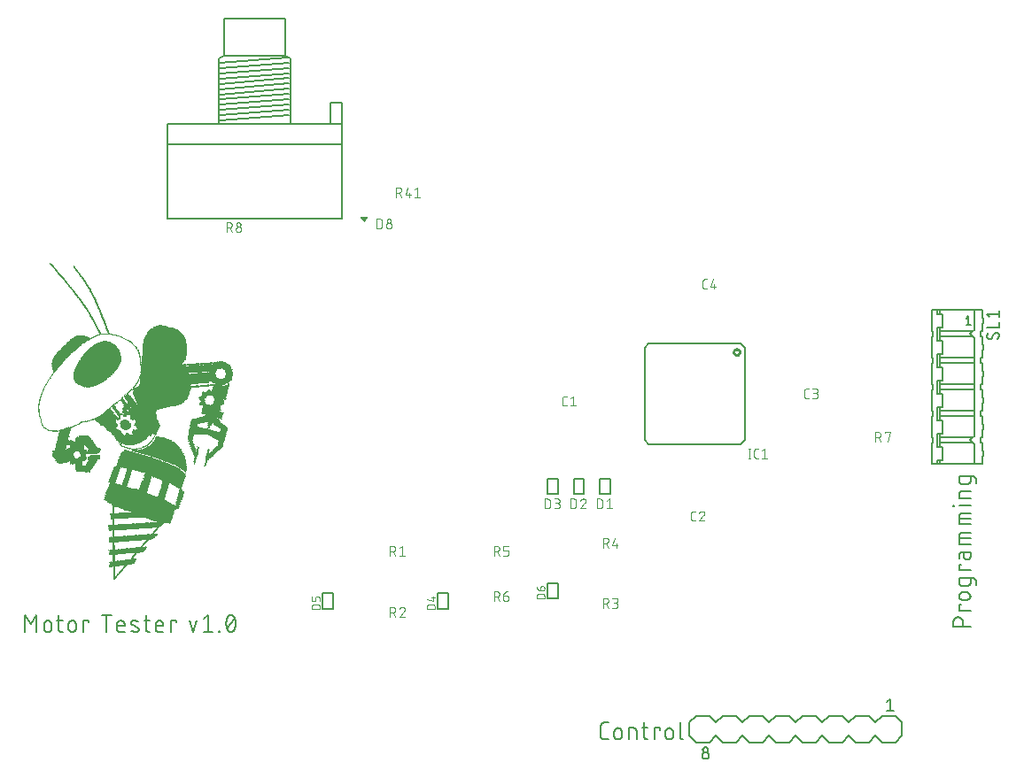
<source format=gbr>
G04 EAGLE Gerber RS-274X export*
G75*
%MOMM*%
%FSLAX34Y34*%
%LPD*%
%INSilkscreen Top*%
%IPPOS*%
%AMOC8*
5,1,8,0,0,1.08239X$1,22.5*%
G01*
%ADD10C,0.152400*%
%ADD11C,0.076200*%
%ADD12C,0.203200*%
%ADD13C,0.254000*%
%ADD14C,0.127000*%
%ADD15R,0.121919X0.040638*%
%ADD16R,0.203200X0.040638*%
%ADD17R,0.284475X0.040638*%
%ADD18R,0.162556X0.040638*%
%ADD19R,0.162562X0.040638*%
%ADD20R,0.081275X0.040638*%
%ADD21R,0.040638X0.040638*%
%ADD22R,0.528319X0.040638*%
%ADD23R,0.853438X0.040638*%
%ADD24R,1.016000X0.040638*%
%ADD25R,1.503675X0.040638*%
%ADD26R,1.747519X0.040638*%
%ADD27R,2.072637X0.040638*%
%ADD28R,2.235200X0.040638*%
%ADD29R,2.397756X0.040638*%
%ADD30R,2.316481X0.040638*%
%ADD31R,2.153919X0.040638*%
%ADD32R,1.706875X0.040638*%
%ADD33R,1.544319X0.040638*%
%ADD34R,1.178556X0.040638*%
%ADD35R,0.934719X0.040638*%
%ADD36R,0.568956X0.040638*%
%ADD37R,0.325119X0.040638*%
%ADD38R,0.609600X0.040638*%
%ADD39R,1.463037X0.040638*%
%ADD40R,1.991356X0.040638*%
%ADD41R,2.275838X0.040638*%
%ADD42R,2.804156X0.040638*%
%ADD43R,3.088638X0.040638*%
%ADD44R,3.291838X0.040638*%
%ADD45R,3.373119X0.040638*%
%ADD46R,3.332481X0.040638*%
%ADD47R,2.194556X0.040638*%
%ADD48R,1.584956X0.040638*%
%ADD49R,1.341119X0.040638*%
%ADD50R,0.772156X0.040638*%
%ADD51R,0.690881X0.040638*%
%ADD52R,0.731519X0.040638*%
%ADD53R,1.788156X0.040638*%
%ADD54R,2.885438X0.040638*%
%ADD55R,3.454400X0.040638*%
%ADD56R,3.860800X0.040638*%
%ADD57R,4.267200X0.040638*%
%ADD58R,4.307837X0.040638*%
%ADD59R,4.348475X0.040638*%
%ADD60R,4.104637X0.040638*%
%ADD61R,3.210556X0.040638*%
%ADD62R,1.828800X0.040638*%
%ADD63R,1.137919X0.040638*%
%ADD64R,0.081281X0.040638*%
%ADD65R,0.243838X0.040638*%
%ADD66R,0.690875X0.040638*%
%ADD67R,1.910075X0.040638*%
%ADD68R,2.722881X0.040638*%
%ADD69R,3.129275X0.040638*%
%ADD70R,3.942081X0.040638*%
%ADD71R,4.917438X0.040638*%
%ADD72R,5.039356X0.040638*%
%ADD73R,4.998719X0.040638*%
%ADD74R,4.714238X0.040638*%
%ADD75R,3.901438X0.040638*%
%ADD76R,1.422400X0.040638*%
%ADD77R,1.503681X0.040638*%
%ADD78R,1.259838X0.040638*%
%ADD79R,0.975356X0.040638*%
%ADD80R,2.438400X0.040638*%
%ADD81R,2.479038X0.040638*%
%ADD82R,2.357119X0.040638*%
%ADD83R,2.641600X0.040638*%
%ADD84R,5.933438X0.040638*%
%ADD85R,5.974081X0.040638*%
%ADD86R,6.055356X0.040638*%
%ADD87R,5.364475X0.040638*%
%ADD88R,4.836156X0.040638*%
%ADD89R,4.023356X0.040638*%
%ADD90R,4.064000X0.040638*%
%ADD91R,4.389119X0.040638*%
%ADD92R,4.551681X0.040638*%
%ADD93R,4.592319X0.040638*%
%ADD94R,5.080000X0.040638*%
%ADD95R,5.161281X0.040638*%
%ADD96R,5.567681X0.040638*%
%ADD97R,5.608319X0.040638*%
%ADD98R,5.770881X0.040638*%
%ADD99R,5.892800X0.040638*%
%ADD100R,6.380481X0.040638*%
%ADD101R,6.339838X0.040638*%
%ADD102R,0.365762X0.040638*%
%ADD103R,5.852156X0.040638*%
%ADD104R,0.406400X0.040638*%
%ADD105R,5.811519X0.040638*%
%ADD106R,0.365756X0.040638*%
%ADD107R,0.447038X0.040638*%
%ADD108R,0.487675X0.040638*%
%ADD109R,5.730238X0.040638*%
%ADD110R,0.487681X0.040638*%
%ADD111R,4.795519X0.040638*%
%ADD112R,4.754875X0.040638*%
%ADD113R,4.511038X0.040638*%
%ADD114R,4.348481X0.040638*%
%ADD115R,0.650238X0.040638*%
%ADD116R,4.145281X0.040638*%
%ADD117R,3.820156X0.040638*%
%ADD118R,3.779519X0.040638*%
%ADD119R,0.772163X0.040638*%
%ADD120R,2.804163X0.040638*%
%ADD121R,2.560319X0.040638*%
%ADD122R,2.113281X0.040638*%
%ADD123R,1.910081X0.040638*%
%ADD124R,1.056638X0.040638*%
%ADD125R,0.894081X0.040638*%
%ADD126R,1.097281X0.040638*%
%ADD127R,0.568963X0.040638*%
%ADD128R,1.219200X0.040638*%
%ADD129R,2.032000X0.040638*%
%ADD130R,2.519675X0.040638*%
%ADD131R,2.682238X0.040638*%
%ADD132R,3.129281X0.040638*%
%ADD133R,3.169919X0.040638*%
%ADD134R,3.982719X0.040638*%
%ADD135R,1.381763X0.040638*%
%ADD136R,1.625600X0.040638*%
%ADD137R,4.958075X0.040638*%
%ADD138R,1.584963X0.040638*%
%ADD139R,1.666238X0.040638*%
%ADD140R,5.242556X0.040638*%
%ADD141R,0.812800X0.040638*%
%ADD142R,5.323838X0.040638*%
%ADD143R,5.283200X0.040638*%
%ADD144R,1.097275X0.040638*%
%ADD145R,1.381756X0.040638*%
%ADD146R,4.429756X0.040638*%
%ADD147R,1.950719X0.040638*%
%ADD148R,1.991363X0.040638*%
%ADD149R,3.698238X0.040638*%
%ADD150R,0.284481X0.040638*%
%ADD151R,2.926081X0.040638*%
%ADD152R,3.576319X0.040638*%
%ADD153R,2.966719X0.040638*%
%ADD154R,3.535681X0.040638*%
%ADD155R,3.251200X0.040638*%
%ADD156R,2.763519X0.040638*%
%ADD157R,3.007356X0.040638*%
%ADD158R,2.844800X0.040638*%
%ADD159R,2.722875X0.040638*%
%ADD160R,2.397763X0.040638*%
%ADD161R,3.332475X0.040638*%
%ADD162R,2.194562X0.040638*%
%ADD163R,2.113275X0.040638*%
%ADD164R,4.185919X0.040638*%
%ADD165R,3.048000X0.040638*%
%ADD166R,4.673600X0.040638*%
%ADD167R,1.300481X0.040638*%
%ADD168R,0.975363X0.040638*%
%ADD169R,2.519681X0.040638*%
%ADD170R,2.316475X0.040638*%
%ADD171R,3.657600X0.040638*%
%ADD172R,1.706881X0.040638*%
%ADD173R,1.869438X0.040638*%
%ADD174R,3.616963X0.040638*%
%ADD175R,3.616956X0.040638*%
%ADD176R,1.788163X0.040638*%
%ADD177R,2.600963X0.040638*%
%ADD178R,4.226563X0.040638*%
%ADD179R,4.551675X0.040638*%
%ADD180R,4.632956X0.040638*%
%ADD181R,4.754881X0.040638*%
%ADD182R,4.958081X0.040638*%
%ADD183R,1.178562X0.040638*%
%ADD184R,5.161275X0.040638*%
%ADD185R,5.405119X0.040638*%
%ADD186R,5.364481X0.040638*%
%ADD187R,5.445762X0.040638*%
%ADD188R,5.486400X0.040638*%
%ADD189R,5.527038X0.040638*%
%ADD190R,5.567675X0.040638*%
%ADD191R,6.217919X0.040638*%
%ADD192R,5.120637X0.040638*%
%ADD193R,6.299200X0.040638*%
%ADD194R,6.543038X0.040638*%
%ADD195R,6.583681X0.040638*%
%ADD196R,6.624319X0.040638*%
%ADD197R,6.664956X0.040638*%
%ADD198R,6.705600X0.040638*%
%ADD199R,7.477763X0.040638*%
%ADD200R,7.355838X0.040638*%
%ADD201R,3.413763X0.040638*%
%ADD202R,7.396481X0.040638*%
%ADD203R,7.274556X0.040638*%
%ADD204R,3.495038X0.040638*%
%ADD205R,7.233919X0.040638*%
%ADD206R,4.470400X0.040638*%
%ADD207R,3.820163X0.040638*%
%ADD208R,6.136637X0.040638*%
%ADD209R,3.942075X0.040638*%
%ADD210R,7.315200X0.040638*%
%ADD211R,7.437119X0.040638*%
%ADD212R,7.559038X0.040638*%
%ADD213R,0.894075X0.040638*%
%ADD214R,8.656319X0.040638*%
%ADD215R,4.023363X0.040638*%
%ADD216R,8.575038X0.040638*%
%ADD217R,8.615675X0.040638*%
%ADD218R,1.300475X0.040638*%
%ADD219R,3.738881X0.040638*%
%ADD220R,4.226556X0.040638*%
%ADD221R,3.535675X0.040638*%
%ADD222R,3.210562X0.040638*%
%ADD223R,4.145275X0.040638*%
%ADD224R,3.738875X0.040638*%
%ADD225C,0.200000*%

G36*
X785016Y717511D02*
X785016Y717511D01*
X785095Y717510D01*
X785115Y717518D01*
X785136Y717520D01*
X785206Y717556D01*
X785279Y717586D01*
X785296Y717602D01*
X785313Y717611D01*
X785341Y717645D01*
X785399Y717700D01*
X788399Y721700D01*
X788429Y721763D01*
X788466Y721820D01*
X788471Y721852D01*
X788485Y721880D01*
X788488Y721949D01*
X788499Y722017D01*
X788492Y722047D01*
X788493Y722079D01*
X788469Y722143D01*
X788453Y722210D01*
X788434Y722235D01*
X788423Y722265D01*
X788376Y722315D01*
X788335Y722370D01*
X788308Y722386D01*
X788286Y722409D01*
X788223Y722437D01*
X788164Y722472D01*
X788129Y722477D01*
X788104Y722488D01*
X788062Y722489D01*
X788000Y722499D01*
X782000Y722499D01*
X781933Y722486D01*
X781864Y722480D01*
X781836Y722466D01*
X781805Y722460D01*
X781748Y722421D01*
X781687Y722389D01*
X781667Y722365D01*
X781641Y722347D01*
X781604Y722289D01*
X781560Y722236D01*
X781551Y722206D01*
X781534Y722180D01*
X781523Y722112D01*
X781503Y722046D01*
X781506Y722015D01*
X781501Y721983D01*
X781517Y721917D01*
X781524Y721848D01*
X781541Y721816D01*
X781547Y721790D01*
X781572Y721757D01*
X781601Y721700D01*
X784601Y717700D01*
X784660Y717648D01*
X784714Y717591D01*
X784733Y717582D01*
X784749Y717568D01*
X784824Y717543D01*
X784896Y717512D01*
X784917Y717511D01*
X784938Y717505D01*
X785016Y717511D01*
G37*
D10*
X460762Y325762D02*
X460762Y342018D01*
X466181Y332987D01*
X471599Y342018D01*
X471599Y325762D01*
X478721Y329374D02*
X478721Y332987D01*
X478723Y333106D01*
X478729Y333226D01*
X478739Y333345D01*
X478753Y333463D01*
X478770Y333582D01*
X478792Y333699D01*
X478817Y333816D01*
X478847Y333931D01*
X478880Y334046D01*
X478917Y334160D01*
X478957Y334272D01*
X479002Y334383D01*
X479050Y334492D01*
X479101Y334600D01*
X479156Y334706D01*
X479215Y334810D01*
X479277Y334912D01*
X479342Y335012D01*
X479411Y335110D01*
X479483Y335206D01*
X479558Y335299D01*
X479635Y335389D01*
X479716Y335477D01*
X479800Y335562D01*
X479887Y335644D01*
X479976Y335724D01*
X480068Y335800D01*
X480162Y335874D01*
X480259Y335944D01*
X480357Y336011D01*
X480458Y336075D01*
X480562Y336135D01*
X480667Y336192D01*
X480774Y336245D01*
X480882Y336295D01*
X480992Y336341D01*
X481104Y336383D01*
X481217Y336422D01*
X481331Y336457D01*
X481446Y336488D01*
X481563Y336516D01*
X481680Y336539D01*
X481797Y336559D01*
X481916Y336575D01*
X482035Y336587D01*
X482154Y336595D01*
X482273Y336599D01*
X482393Y336599D01*
X482512Y336595D01*
X482631Y336587D01*
X482750Y336575D01*
X482869Y336559D01*
X482986Y336539D01*
X483103Y336516D01*
X483220Y336488D01*
X483335Y336457D01*
X483449Y336422D01*
X483562Y336383D01*
X483674Y336341D01*
X483784Y336295D01*
X483892Y336245D01*
X483999Y336192D01*
X484104Y336135D01*
X484208Y336075D01*
X484309Y336011D01*
X484407Y335944D01*
X484504Y335874D01*
X484598Y335800D01*
X484690Y335724D01*
X484779Y335644D01*
X484866Y335562D01*
X484950Y335477D01*
X485031Y335389D01*
X485108Y335299D01*
X485183Y335206D01*
X485255Y335110D01*
X485324Y335012D01*
X485389Y334912D01*
X485451Y334810D01*
X485510Y334706D01*
X485565Y334600D01*
X485616Y334492D01*
X485664Y334383D01*
X485709Y334272D01*
X485749Y334160D01*
X485786Y334046D01*
X485819Y333931D01*
X485849Y333816D01*
X485874Y333699D01*
X485896Y333582D01*
X485913Y333463D01*
X485927Y333345D01*
X485937Y333226D01*
X485943Y333106D01*
X485945Y332987D01*
X485945Y329374D01*
X485943Y329255D01*
X485937Y329135D01*
X485927Y329016D01*
X485913Y328898D01*
X485896Y328779D01*
X485874Y328662D01*
X485849Y328545D01*
X485819Y328430D01*
X485786Y328315D01*
X485749Y328201D01*
X485709Y328089D01*
X485664Y327978D01*
X485616Y327869D01*
X485565Y327761D01*
X485510Y327655D01*
X485451Y327551D01*
X485389Y327449D01*
X485324Y327349D01*
X485255Y327251D01*
X485183Y327155D01*
X485108Y327062D01*
X485031Y326972D01*
X484950Y326884D01*
X484866Y326799D01*
X484779Y326717D01*
X484690Y326637D01*
X484598Y326561D01*
X484504Y326487D01*
X484407Y326417D01*
X484309Y326350D01*
X484208Y326286D01*
X484104Y326226D01*
X483999Y326169D01*
X483892Y326116D01*
X483784Y326066D01*
X483674Y326020D01*
X483562Y325978D01*
X483449Y325939D01*
X483335Y325904D01*
X483220Y325873D01*
X483103Y325845D01*
X482986Y325822D01*
X482869Y325802D01*
X482750Y325786D01*
X482631Y325774D01*
X482512Y325766D01*
X482393Y325762D01*
X482273Y325762D01*
X482154Y325766D01*
X482035Y325774D01*
X481916Y325786D01*
X481797Y325802D01*
X481680Y325822D01*
X481563Y325845D01*
X481446Y325873D01*
X481331Y325904D01*
X481217Y325939D01*
X481104Y325978D01*
X480992Y326020D01*
X480882Y326066D01*
X480774Y326116D01*
X480667Y326169D01*
X480562Y326226D01*
X480458Y326286D01*
X480357Y326350D01*
X480259Y326417D01*
X480162Y326487D01*
X480068Y326561D01*
X479976Y326637D01*
X479887Y326717D01*
X479800Y326799D01*
X479716Y326884D01*
X479635Y326972D01*
X479558Y327062D01*
X479483Y327155D01*
X479411Y327251D01*
X479342Y327349D01*
X479277Y327449D01*
X479215Y327551D01*
X479156Y327655D01*
X479101Y327761D01*
X479050Y327869D01*
X479002Y327978D01*
X478957Y328089D01*
X478917Y328201D01*
X478880Y328315D01*
X478847Y328430D01*
X478817Y328545D01*
X478792Y328662D01*
X478770Y328779D01*
X478753Y328898D01*
X478739Y329016D01*
X478729Y329135D01*
X478723Y329255D01*
X478721Y329374D01*
X490970Y336599D02*
X496389Y336599D01*
X492777Y342018D02*
X492777Y328471D01*
X492779Y328370D01*
X492785Y328269D01*
X492794Y328168D01*
X492807Y328067D01*
X492824Y327967D01*
X492845Y327868D01*
X492869Y327770D01*
X492897Y327673D01*
X492929Y327576D01*
X492964Y327481D01*
X493003Y327388D01*
X493045Y327296D01*
X493091Y327205D01*
X493140Y327117D01*
X493192Y327030D01*
X493248Y326945D01*
X493306Y326862D01*
X493368Y326782D01*
X493433Y326704D01*
X493500Y326628D01*
X493570Y326555D01*
X493643Y326485D01*
X493719Y326418D01*
X493797Y326353D01*
X493877Y326291D01*
X493960Y326233D01*
X494045Y326177D01*
X494132Y326125D01*
X494220Y326076D01*
X494311Y326030D01*
X494403Y325988D01*
X494496Y325949D01*
X494591Y325914D01*
X494688Y325882D01*
X494785Y325854D01*
X494883Y325830D01*
X494982Y325809D01*
X495082Y325792D01*
X495183Y325779D01*
X495284Y325770D01*
X495385Y325764D01*
X495486Y325762D01*
X496389Y325762D01*
X502167Y329374D02*
X502167Y332987D01*
X502168Y332987D02*
X502170Y333106D01*
X502176Y333226D01*
X502186Y333345D01*
X502200Y333463D01*
X502217Y333582D01*
X502239Y333699D01*
X502264Y333816D01*
X502294Y333931D01*
X502327Y334046D01*
X502364Y334160D01*
X502404Y334272D01*
X502449Y334383D01*
X502497Y334492D01*
X502548Y334600D01*
X502603Y334706D01*
X502662Y334810D01*
X502724Y334912D01*
X502789Y335012D01*
X502858Y335110D01*
X502930Y335206D01*
X503005Y335299D01*
X503082Y335389D01*
X503163Y335477D01*
X503247Y335562D01*
X503334Y335644D01*
X503423Y335724D01*
X503515Y335800D01*
X503609Y335874D01*
X503706Y335944D01*
X503804Y336011D01*
X503905Y336075D01*
X504009Y336135D01*
X504114Y336192D01*
X504221Y336245D01*
X504329Y336295D01*
X504439Y336341D01*
X504551Y336383D01*
X504664Y336422D01*
X504778Y336457D01*
X504893Y336488D01*
X505010Y336516D01*
X505127Y336539D01*
X505244Y336559D01*
X505363Y336575D01*
X505482Y336587D01*
X505601Y336595D01*
X505720Y336599D01*
X505840Y336599D01*
X505959Y336595D01*
X506078Y336587D01*
X506197Y336575D01*
X506316Y336559D01*
X506433Y336539D01*
X506550Y336516D01*
X506667Y336488D01*
X506782Y336457D01*
X506896Y336422D01*
X507009Y336383D01*
X507121Y336341D01*
X507231Y336295D01*
X507339Y336245D01*
X507446Y336192D01*
X507551Y336135D01*
X507655Y336075D01*
X507756Y336011D01*
X507854Y335944D01*
X507951Y335874D01*
X508045Y335800D01*
X508137Y335724D01*
X508226Y335644D01*
X508313Y335562D01*
X508397Y335477D01*
X508478Y335389D01*
X508555Y335299D01*
X508630Y335206D01*
X508702Y335110D01*
X508771Y335012D01*
X508836Y334912D01*
X508898Y334810D01*
X508957Y334706D01*
X509012Y334600D01*
X509063Y334492D01*
X509111Y334383D01*
X509156Y334272D01*
X509196Y334160D01*
X509233Y334046D01*
X509266Y333931D01*
X509296Y333816D01*
X509321Y333699D01*
X509343Y333582D01*
X509360Y333463D01*
X509374Y333345D01*
X509384Y333226D01*
X509390Y333106D01*
X509392Y332987D01*
X509392Y329374D01*
X509390Y329255D01*
X509384Y329135D01*
X509374Y329016D01*
X509360Y328898D01*
X509343Y328779D01*
X509321Y328662D01*
X509296Y328545D01*
X509266Y328430D01*
X509233Y328315D01*
X509196Y328201D01*
X509156Y328089D01*
X509111Y327978D01*
X509063Y327869D01*
X509012Y327761D01*
X508957Y327655D01*
X508898Y327551D01*
X508836Y327449D01*
X508771Y327349D01*
X508702Y327251D01*
X508630Y327155D01*
X508555Y327062D01*
X508478Y326972D01*
X508397Y326884D01*
X508313Y326799D01*
X508226Y326717D01*
X508137Y326637D01*
X508045Y326561D01*
X507951Y326487D01*
X507854Y326417D01*
X507756Y326350D01*
X507655Y326286D01*
X507551Y326226D01*
X507446Y326169D01*
X507339Y326116D01*
X507231Y326066D01*
X507121Y326020D01*
X507009Y325978D01*
X506896Y325939D01*
X506782Y325904D01*
X506667Y325873D01*
X506550Y325845D01*
X506433Y325822D01*
X506316Y325802D01*
X506197Y325786D01*
X506078Y325774D01*
X505959Y325766D01*
X505840Y325762D01*
X505720Y325762D01*
X505601Y325766D01*
X505482Y325774D01*
X505363Y325786D01*
X505244Y325802D01*
X505127Y325822D01*
X505010Y325845D01*
X504893Y325873D01*
X504778Y325904D01*
X504664Y325939D01*
X504551Y325978D01*
X504439Y326020D01*
X504329Y326066D01*
X504221Y326116D01*
X504114Y326169D01*
X504009Y326226D01*
X503905Y326286D01*
X503804Y326350D01*
X503706Y326417D01*
X503609Y326487D01*
X503515Y326561D01*
X503423Y326637D01*
X503334Y326717D01*
X503247Y326799D01*
X503163Y326884D01*
X503082Y326972D01*
X503005Y327062D01*
X502930Y327155D01*
X502858Y327251D01*
X502789Y327349D01*
X502724Y327449D01*
X502662Y327551D01*
X502603Y327655D01*
X502548Y327761D01*
X502497Y327869D01*
X502449Y327978D01*
X502404Y328089D01*
X502364Y328201D01*
X502327Y328315D01*
X502294Y328430D01*
X502264Y328545D01*
X502239Y328662D01*
X502217Y328779D01*
X502200Y328898D01*
X502186Y329016D01*
X502176Y329135D01*
X502170Y329255D01*
X502168Y329374D01*
X516320Y325762D02*
X516320Y336599D01*
X521739Y336599D01*
X521739Y334793D01*
X538605Y342018D02*
X538605Y325762D01*
X534090Y342018D02*
X543121Y342018D01*
X551249Y325762D02*
X555765Y325762D01*
X551249Y325762D02*
X551148Y325764D01*
X551047Y325770D01*
X550946Y325779D01*
X550845Y325792D01*
X550745Y325809D01*
X550646Y325830D01*
X550548Y325854D01*
X550451Y325882D01*
X550354Y325914D01*
X550259Y325949D01*
X550166Y325988D01*
X550074Y326030D01*
X549983Y326076D01*
X549895Y326125D01*
X549808Y326177D01*
X549723Y326233D01*
X549640Y326291D01*
X549560Y326353D01*
X549482Y326418D01*
X549406Y326485D01*
X549333Y326555D01*
X549263Y326628D01*
X549196Y326704D01*
X549131Y326782D01*
X549069Y326862D01*
X549011Y326945D01*
X548955Y327030D01*
X548903Y327117D01*
X548854Y327205D01*
X548808Y327296D01*
X548766Y327388D01*
X548727Y327481D01*
X548692Y327576D01*
X548660Y327673D01*
X548632Y327770D01*
X548608Y327868D01*
X548587Y327967D01*
X548570Y328067D01*
X548557Y328168D01*
X548548Y328269D01*
X548542Y328370D01*
X548540Y328471D01*
X548540Y332987D01*
X548542Y333106D01*
X548548Y333226D01*
X548558Y333345D01*
X548572Y333463D01*
X548589Y333582D01*
X548611Y333699D01*
X548636Y333816D01*
X548666Y333931D01*
X548699Y334046D01*
X548736Y334160D01*
X548776Y334272D01*
X548821Y334383D01*
X548869Y334492D01*
X548920Y334600D01*
X548975Y334706D01*
X549034Y334810D01*
X549096Y334912D01*
X549161Y335012D01*
X549230Y335110D01*
X549302Y335206D01*
X549377Y335299D01*
X549454Y335389D01*
X549535Y335477D01*
X549619Y335562D01*
X549706Y335644D01*
X549795Y335724D01*
X549887Y335800D01*
X549981Y335874D01*
X550078Y335944D01*
X550176Y336011D01*
X550277Y336075D01*
X550381Y336135D01*
X550486Y336192D01*
X550593Y336245D01*
X550701Y336295D01*
X550811Y336341D01*
X550923Y336383D01*
X551036Y336422D01*
X551150Y336457D01*
X551265Y336488D01*
X551382Y336516D01*
X551499Y336539D01*
X551616Y336559D01*
X551735Y336575D01*
X551854Y336587D01*
X551973Y336595D01*
X552092Y336599D01*
X552212Y336599D01*
X552331Y336595D01*
X552450Y336587D01*
X552569Y336575D01*
X552688Y336559D01*
X552805Y336539D01*
X552922Y336516D01*
X553039Y336488D01*
X553154Y336457D01*
X553268Y336422D01*
X553381Y336383D01*
X553493Y336341D01*
X553603Y336295D01*
X553711Y336245D01*
X553818Y336192D01*
X553923Y336135D01*
X554027Y336075D01*
X554128Y336011D01*
X554226Y335944D01*
X554323Y335874D01*
X554417Y335800D01*
X554509Y335724D01*
X554598Y335644D01*
X554685Y335562D01*
X554769Y335477D01*
X554850Y335389D01*
X554927Y335299D01*
X555002Y335206D01*
X555074Y335110D01*
X555143Y335012D01*
X555208Y334912D01*
X555270Y334810D01*
X555329Y334706D01*
X555384Y334600D01*
X555435Y334492D01*
X555483Y334383D01*
X555528Y334272D01*
X555568Y334160D01*
X555605Y334046D01*
X555638Y333931D01*
X555668Y333816D01*
X555693Y333699D01*
X555715Y333582D01*
X555732Y333463D01*
X555746Y333345D01*
X555756Y333226D01*
X555762Y333106D01*
X555764Y332987D01*
X555765Y332987D02*
X555765Y331181D01*
X548540Y331181D01*
X563442Y332084D02*
X567957Y330278D01*
X563441Y332084D02*
X563353Y332121D01*
X563267Y332162D01*
X563182Y332206D01*
X563099Y332254D01*
X563019Y332305D01*
X562940Y332359D01*
X562864Y332417D01*
X562790Y332477D01*
X562718Y332541D01*
X562650Y332607D01*
X562584Y332677D01*
X562521Y332748D01*
X562460Y332823D01*
X562403Y332899D01*
X562350Y332978D01*
X562299Y333059D01*
X562252Y333142D01*
X562208Y333227D01*
X562168Y333314D01*
X562131Y333402D01*
X562098Y333492D01*
X562068Y333583D01*
X562043Y333675D01*
X562021Y333768D01*
X562003Y333862D01*
X561988Y333956D01*
X561978Y334051D01*
X561972Y334147D01*
X561969Y334242D01*
X561970Y334338D01*
X561976Y334433D01*
X561985Y334529D01*
X561998Y334623D01*
X562014Y334717D01*
X562035Y334811D01*
X562060Y334903D01*
X562088Y334994D01*
X562120Y335084D01*
X562155Y335173D01*
X562194Y335260D01*
X562237Y335346D01*
X562283Y335430D01*
X562333Y335511D01*
X562385Y335591D01*
X562441Y335669D01*
X562501Y335744D01*
X562563Y335816D01*
X562628Y335886D01*
X562696Y335954D01*
X562766Y336018D01*
X562839Y336080D01*
X562915Y336138D01*
X562993Y336194D01*
X563073Y336246D01*
X563155Y336295D01*
X563239Y336340D01*
X563325Y336382D01*
X563412Y336421D01*
X563501Y336456D01*
X563592Y336487D01*
X563683Y336514D01*
X563776Y336538D01*
X563869Y336558D01*
X563963Y336574D01*
X564058Y336586D01*
X564153Y336595D01*
X564249Y336599D01*
X564344Y336600D01*
X564591Y336593D01*
X564837Y336581D01*
X565083Y336563D01*
X565329Y336538D01*
X565573Y336508D01*
X565817Y336472D01*
X566060Y336431D01*
X566302Y336383D01*
X566543Y336329D01*
X566782Y336270D01*
X567020Y336205D01*
X567256Y336134D01*
X567491Y336058D01*
X567724Y335976D01*
X567954Y335888D01*
X568182Y335795D01*
X568409Y335697D01*
X567958Y330277D02*
X568046Y330240D01*
X568132Y330199D01*
X568217Y330155D01*
X568300Y330107D01*
X568380Y330056D01*
X568459Y330002D01*
X568535Y329944D01*
X568609Y329884D01*
X568681Y329820D01*
X568749Y329754D01*
X568815Y329684D01*
X568878Y329613D01*
X568939Y329538D01*
X568996Y329462D01*
X569049Y329383D01*
X569100Y329302D01*
X569147Y329219D01*
X569191Y329134D01*
X569231Y329047D01*
X569268Y328959D01*
X569301Y328869D01*
X569331Y328778D01*
X569356Y328686D01*
X569378Y328593D01*
X569396Y328499D01*
X569411Y328405D01*
X569421Y328310D01*
X569427Y328214D01*
X569430Y328119D01*
X569429Y328023D01*
X569423Y327928D01*
X569414Y327832D01*
X569401Y327738D01*
X569385Y327644D01*
X569364Y327550D01*
X569339Y327458D01*
X569311Y327367D01*
X569279Y327277D01*
X569244Y327188D01*
X569205Y327101D01*
X569162Y327015D01*
X569116Y326931D01*
X569066Y326850D01*
X569014Y326770D01*
X568958Y326692D01*
X568898Y326617D01*
X568836Y326545D01*
X568771Y326475D01*
X568703Y326407D01*
X568633Y326343D01*
X568560Y326281D01*
X568484Y326223D01*
X568406Y326167D01*
X568326Y326115D01*
X568244Y326066D01*
X568160Y326021D01*
X568074Y325979D01*
X567987Y325940D01*
X567898Y325905D01*
X567807Y325874D01*
X567716Y325847D01*
X567623Y325823D01*
X567530Y325803D01*
X567436Y325787D01*
X567341Y325775D01*
X567246Y325766D01*
X567150Y325762D01*
X567055Y325761D01*
X567054Y325762D02*
X566692Y325771D01*
X566330Y325789D01*
X565969Y325816D01*
X565609Y325851D01*
X565249Y325894D01*
X564890Y325946D01*
X564533Y326007D01*
X564178Y326076D01*
X563824Y326153D01*
X563472Y326239D01*
X563122Y326333D01*
X562774Y326436D01*
X562429Y326546D01*
X562087Y326665D01*
X574337Y336599D02*
X579755Y336599D01*
X576143Y342018D02*
X576143Y328471D01*
X576145Y328370D01*
X576151Y328269D01*
X576160Y328168D01*
X576173Y328067D01*
X576190Y327967D01*
X576211Y327868D01*
X576235Y327770D01*
X576263Y327673D01*
X576295Y327576D01*
X576330Y327481D01*
X576369Y327388D01*
X576411Y327296D01*
X576457Y327205D01*
X576506Y327117D01*
X576558Y327030D01*
X576614Y326945D01*
X576672Y326862D01*
X576734Y326782D01*
X576799Y326704D01*
X576866Y326628D01*
X576936Y326555D01*
X577009Y326485D01*
X577085Y326418D01*
X577163Y326353D01*
X577243Y326291D01*
X577326Y326233D01*
X577411Y326177D01*
X577498Y326125D01*
X577586Y326076D01*
X577677Y326030D01*
X577769Y325988D01*
X577862Y325949D01*
X577957Y325914D01*
X578054Y325882D01*
X578151Y325854D01*
X578249Y325830D01*
X578348Y325809D01*
X578448Y325792D01*
X578549Y325779D01*
X578650Y325770D01*
X578751Y325764D01*
X578852Y325762D01*
X579755Y325762D01*
X588243Y325762D02*
X592759Y325762D01*
X588243Y325762D02*
X588142Y325764D01*
X588041Y325770D01*
X587940Y325779D01*
X587839Y325792D01*
X587739Y325809D01*
X587640Y325830D01*
X587542Y325854D01*
X587445Y325882D01*
X587348Y325914D01*
X587253Y325949D01*
X587160Y325988D01*
X587068Y326030D01*
X586977Y326076D01*
X586889Y326125D01*
X586802Y326177D01*
X586717Y326233D01*
X586634Y326291D01*
X586554Y326353D01*
X586476Y326418D01*
X586400Y326485D01*
X586327Y326555D01*
X586257Y326628D01*
X586190Y326704D01*
X586125Y326782D01*
X586063Y326862D01*
X586005Y326945D01*
X585949Y327030D01*
X585897Y327117D01*
X585848Y327205D01*
X585802Y327296D01*
X585760Y327388D01*
X585721Y327481D01*
X585686Y327576D01*
X585654Y327673D01*
X585626Y327770D01*
X585602Y327868D01*
X585581Y327967D01*
X585564Y328067D01*
X585551Y328168D01*
X585542Y328269D01*
X585536Y328370D01*
X585534Y328471D01*
X585534Y332987D01*
X585536Y333106D01*
X585542Y333226D01*
X585552Y333345D01*
X585566Y333463D01*
X585583Y333582D01*
X585605Y333699D01*
X585630Y333816D01*
X585660Y333931D01*
X585693Y334046D01*
X585730Y334160D01*
X585770Y334272D01*
X585815Y334383D01*
X585863Y334492D01*
X585914Y334600D01*
X585969Y334706D01*
X586028Y334810D01*
X586090Y334912D01*
X586155Y335012D01*
X586224Y335110D01*
X586296Y335206D01*
X586371Y335299D01*
X586448Y335389D01*
X586529Y335477D01*
X586613Y335562D01*
X586700Y335644D01*
X586789Y335724D01*
X586881Y335800D01*
X586975Y335874D01*
X587072Y335944D01*
X587170Y336011D01*
X587271Y336075D01*
X587375Y336135D01*
X587480Y336192D01*
X587587Y336245D01*
X587695Y336295D01*
X587805Y336341D01*
X587917Y336383D01*
X588030Y336422D01*
X588144Y336457D01*
X588259Y336488D01*
X588376Y336516D01*
X588493Y336539D01*
X588610Y336559D01*
X588729Y336575D01*
X588848Y336587D01*
X588967Y336595D01*
X589086Y336599D01*
X589206Y336599D01*
X589325Y336595D01*
X589444Y336587D01*
X589563Y336575D01*
X589682Y336559D01*
X589799Y336539D01*
X589916Y336516D01*
X590033Y336488D01*
X590148Y336457D01*
X590262Y336422D01*
X590375Y336383D01*
X590487Y336341D01*
X590597Y336295D01*
X590705Y336245D01*
X590812Y336192D01*
X590917Y336135D01*
X591021Y336075D01*
X591122Y336011D01*
X591220Y335944D01*
X591317Y335874D01*
X591411Y335800D01*
X591503Y335724D01*
X591592Y335644D01*
X591679Y335562D01*
X591763Y335477D01*
X591844Y335389D01*
X591921Y335299D01*
X591996Y335206D01*
X592068Y335110D01*
X592137Y335012D01*
X592202Y334912D01*
X592264Y334810D01*
X592323Y334706D01*
X592378Y334600D01*
X592429Y334492D01*
X592477Y334383D01*
X592522Y334272D01*
X592562Y334160D01*
X592599Y334046D01*
X592632Y333931D01*
X592662Y333816D01*
X592687Y333699D01*
X592709Y333582D01*
X592726Y333463D01*
X592740Y333345D01*
X592750Y333226D01*
X592756Y333106D01*
X592758Y332987D01*
X592759Y332987D02*
X592759Y331181D01*
X585534Y331181D01*
X599687Y325762D02*
X599687Y336599D01*
X605105Y336599D01*
X605105Y334793D01*
X617838Y336599D02*
X621451Y325762D01*
X625063Y336599D01*
X631003Y338406D02*
X635519Y342018D01*
X635519Y325762D01*
X640034Y325762D02*
X631003Y325762D01*
X646009Y325762D02*
X646009Y326665D01*
X646912Y326665D01*
X646912Y325762D01*
X646009Y325762D01*
X652887Y333890D02*
X652891Y334210D01*
X652902Y334529D01*
X652921Y334849D01*
X652948Y335167D01*
X652982Y335485D01*
X653024Y335802D01*
X653074Y336118D01*
X653131Y336433D01*
X653195Y336746D01*
X653267Y337058D01*
X653346Y337368D01*
X653433Y337675D01*
X653527Y337981D01*
X653628Y338284D01*
X653737Y338585D01*
X653852Y338883D01*
X653975Y339179D01*
X654105Y339471D01*
X654242Y339760D01*
X654241Y339761D02*
X654280Y339869D01*
X654323Y339976D01*
X654369Y340081D01*
X654420Y340185D01*
X654473Y340287D01*
X654530Y340387D01*
X654591Y340485D01*
X654655Y340580D01*
X654722Y340674D01*
X654793Y340765D01*
X654866Y340854D01*
X654943Y340940D01*
X655022Y341023D01*
X655104Y341104D01*
X655189Y341182D01*
X655277Y341256D01*
X655367Y341328D01*
X655459Y341396D01*
X655554Y341462D01*
X655651Y341524D01*
X655750Y341582D01*
X655852Y341638D01*
X655954Y341689D01*
X656059Y341737D01*
X656165Y341782D01*
X656273Y341823D01*
X656382Y341860D01*
X656492Y341893D01*
X656604Y341922D01*
X656716Y341948D01*
X656829Y341970D01*
X656943Y341987D01*
X657057Y342001D01*
X657172Y342011D01*
X657287Y342017D01*
X657402Y342019D01*
X657402Y342018D02*
X657517Y342016D01*
X657632Y342010D01*
X657747Y342000D01*
X657861Y341986D01*
X657975Y341969D01*
X658088Y341947D01*
X658200Y341921D01*
X658312Y341892D01*
X658422Y341859D01*
X658531Y341822D01*
X658639Y341781D01*
X658745Y341736D01*
X658850Y341688D01*
X658952Y341637D01*
X659053Y341581D01*
X659153Y341523D01*
X659250Y341461D01*
X659344Y341396D01*
X659437Y341327D01*
X659527Y341255D01*
X659615Y341181D01*
X659700Y341103D01*
X659782Y341022D01*
X659861Y340939D01*
X659938Y340853D01*
X660011Y340764D01*
X660082Y340673D01*
X660149Y340579D01*
X660213Y340484D01*
X660274Y340386D01*
X660331Y340286D01*
X660384Y340184D01*
X660435Y340080D01*
X660481Y339975D01*
X660524Y339868D01*
X660563Y339760D01*
X660700Y339471D01*
X660830Y339179D01*
X660953Y338883D01*
X661068Y338585D01*
X661177Y338284D01*
X661278Y337981D01*
X661372Y337675D01*
X661459Y337368D01*
X661538Y337058D01*
X661610Y336746D01*
X661674Y336433D01*
X661731Y336118D01*
X661781Y335802D01*
X661823Y335485D01*
X661857Y335167D01*
X661884Y334849D01*
X661903Y334529D01*
X661914Y334210D01*
X661918Y333890D01*
X652887Y333890D02*
X652891Y333570D01*
X652902Y333251D01*
X652921Y332931D01*
X652948Y332613D01*
X652982Y332295D01*
X653024Y331978D01*
X653074Y331662D01*
X653131Y331347D01*
X653195Y331034D01*
X653267Y330722D01*
X653346Y330412D01*
X653433Y330105D01*
X653527Y329799D01*
X653628Y329496D01*
X653737Y329195D01*
X653852Y328897D01*
X653975Y328601D01*
X654105Y328309D01*
X654242Y328020D01*
X654241Y328020D02*
X654280Y327912D01*
X654323Y327805D01*
X654369Y327700D01*
X654420Y327596D01*
X654473Y327494D01*
X654530Y327394D01*
X654591Y327296D01*
X654655Y327201D01*
X654722Y327107D01*
X654793Y327016D01*
X654866Y326927D01*
X654943Y326841D01*
X655022Y326758D01*
X655104Y326677D01*
X655189Y326599D01*
X655277Y326525D01*
X655367Y326453D01*
X655460Y326384D01*
X655554Y326319D01*
X655651Y326257D01*
X655751Y326199D01*
X655852Y326143D01*
X655954Y326092D01*
X656059Y326044D01*
X656165Y325999D01*
X656273Y325958D01*
X656382Y325921D01*
X656492Y325888D01*
X656604Y325859D01*
X656716Y325833D01*
X656829Y325811D01*
X656943Y325794D01*
X657057Y325780D01*
X657172Y325770D01*
X657287Y325764D01*
X657402Y325762D01*
X660563Y328020D02*
X660700Y328309D01*
X660830Y328601D01*
X660953Y328897D01*
X661068Y329195D01*
X661177Y329496D01*
X661278Y329799D01*
X661372Y330105D01*
X661459Y330412D01*
X661538Y330722D01*
X661610Y331034D01*
X661674Y331347D01*
X661731Y331662D01*
X661781Y331978D01*
X661823Y332295D01*
X661857Y332613D01*
X661884Y332931D01*
X661903Y333251D01*
X661914Y333570D01*
X661918Y333890D01*
X660563Y328020D02*
X660524Y327912D01*
X660481Y327805D01*
X660435Y327700D01*
X660384Y327596D01*
X660331Y327494D01*
X660274Y327394D01*
X660213Y327296D01*
X660149Y327201D01*
X660082Y327107D01*
X660011Y327016D01*
X659938Y326927D01*
X659861Y326841D01*
X659782Y326758D01*
X659700Y326677D01*
X659615Y326599D01*
X659527Y326525D01*
X659437Y326453D01*
X659344Y326384D01*
X659250Y326319D01*
X659153Y326257D01*
X659053Y326199D01*
X658952Y326143D01*
X658849Y326092D01*
X658745Y326044D01*
X658639Y325999D01*
X658531Y325958D01*
X658422Y325921D01*
X658312Y325888D01*
X658200Y325859D01*
X658088Y325833D01*
X657975Y325811D01*
X657861Y325794D01*
X657747Y325780D01*
X657632Y325770D01*
X657517Y325764D01*
X657402Y325762D01*
X653790Y329374D02*
X661015Y338406D01*
X1347982Y330762D02*
X1364238Y330762D01*
X1347982Y330762D02*
X1347982Y335278D01*
X1347984Y335411D01*
X1347990Y335543D01*
X1348000Y335675D01*
X1348013Y335807D01*
X1348031Y335939D01*
X1348052Y336069D01*
X1348077Y336200D01*
X1348106Y336329D01*
X1348139Y336457D01*
X1348175Y336585D01*
X1348215Y336711D01*
X1348259Y336836D01*
X1348307Y336960D01*
X1348358Y337082D01*
X1348413Y337203D01*
X1348471Y337322D01*
X1348533Y337440D01*
X1348598Y337555D01*
X1348667Y337669D01*
X1348738Y337780D01*
X1348814Y337889D01*
X1348892Y337996D01*
X1348973Y338101D01*
X1349058Y338203D01*
X1349145Y338303D01*
X1349235Y338400D01*
X1349328Y338495D01*
X1349424Y338586D01*
X1349522Y338675D01*
X1349623Y338761D01*
X1349727Y338844D01*
X1349833Y338924D01*
X1349941Y339000D01*
X1350051Y339074D01*
X1350164Y339144D01*
X1350278Y339211D01*
X1350395Y339274D01*
X1350513Y339334D01*
X1350633Y339391D01*
X1350755Y339444D01*
X1350878Y339493D01*
X1351002Y339539D01*
X1351128Y339581D01*
X1351255Y339619D01*
X1351383Y339654D01*
X1351512Y339685D01*
X1351641Y339712D01*
X1351772Y339735D01*
X1351903Y339755D01*
X1352035Y339770D01*
X1352167Y339782D01*
X1352299Y339790D01*
X1352432Y339794D01*
X1352564Y339794D01*
X1352697Y339790D01*
X1352829Y339782D01*
X1352961Y339770D01*
X1353093Y339755D01*
X1353224Y339735D01*
X1353355Y339712D01*
X1353484Y339685D01*
X1353613Y339654D01*
X1353741Y339619D01*
X1353868Y339581D01*
X1353994Y339539D01*
X1354118Y339493D01*
X1354241Y339444D01*
X1354363Y339391D01*
X1354483Y339334D01*
X1354601Y339274D01*
X1354718Y339211D01*
X1354832Y339144D01*
X1354945Y339074D01*
X1355055Y339000D01*
X1355163Y338924D01*
X1355269Y338844D01*
X1355373Y338761D01*
X1355474Y338675D01*
X1355572Y338586D01*
X1355668Y338495D01*
X1355761Y338400D01*
X1355851Y338303D01*
X1355938Y338203D01*
X1356023Y338101D01*
X1356104Y337996D01*
X1356182Y337889D01*
X1356258Y337780D01*
X1356329Y337669D01*
X1356398Y337555D01*
X1356463Y337440D01*
X1356525Y337322D01*
X1356583Y337203D01*
X1356638Y337082D01*
X1356689Y336960D01*
X1356737Y336836D01*
X1356781Y336711D01*
X1356821Y336585D01*
X1356857Y336457D01*
X1356890Y336329D01*
X1356919Y336200D01*
X1356944Y336069D01*
X1356965Y335939D01*
X1356983Y335807D01*
X1356996Y335675D01*
X1357006Y335543D01*
X1357012Y335411D01*
X1357014Y335278D01*
X1357013Y335278D02*
X1357013Y330762D01*
X1353401Y346128D02*
X1364238Y346128D01*
X1353401Y346128D02*
X1353401Y351547D01*
X1355207Y351547D01*
X1357013Y356464D02*
X1360626Y356464D01*
X1357013Y356465D02*
X1356894Y356467D01*
X1356774Y356473D01*
X1356655Y356483D01*
X1356537Y356497D01*
X1356418Y356514D01*
X1356301Y356536D01*
X1356184Y356561D01*
X1356069Y356591D01*
X1355954Y356624D01*
X1355840Y356661D01*
X1355728Y356701D01*
X1355617Y356746D01*
X1355508Y356794D01*
X1355400Y356845D01*
X1355294Y356900D01*
X1355190Y356959D01*
X1355088Y357021D01*
X1354988Y357086D01*
X1354890Y357155D01*
X1354794Y357227D01*
X1354701Y357302D01*
X1354611Y357379D01*
X1354523Y357460D01*
X1354438Y357544D01*
X1354356Y357631D01*
X1354276Y357720D01*
X1354200Y357812D01*
X1354126Y357906D01*
X1354056Y358003D01*
X1353989Y358101D01*
X1353925Y358202D01*
X1353865Y358306D01*
X1353808Y358411D01*
X1353755Y358518D01*
X1353705Y358626D01*
X1353659Y358736D01*
X1353617Y358848D01*
X1353578Y358961D01*
X1353543Y359075D01*
X1353512Y359190D01*
X1353484Y359307D01*
X1353461Y359424D01*
X1353441Y359541D01*
X1353425Y359660D01*
X1353413Y359779D01*
X1353405Y359898D01*
X1353401Y360017D01*
X1353401Y360137D01*
X1353405Y360256D01*
X1353413Y360375D01*
X1353425Y360494D01*
X1353441Y360613D01*
X1353461Y360730D01*
X1353484Y360847D01*
X1353512Y360964D01*
X1353543Y361079D01*
X1353578Y361193D01*
X1353617Y361306D01*
X1353659Y361418D01*
X1353705Y361528D01*
X1353755Y361636D01*
X1353808Y361743D01*
X1353865Y361848D01*
X1353925Y361952D01*
X1353989Y362053D01*
X1354056Y362151D01*
X1354126Y362248D01*
X1354200Y362342D01*
X1354276Y362434D01*
X1354356Y362523D01*
X1354438Y362610D01*
X1354523Y362694D01*
X1354611Y362775D01*
X1354701Y362852D01*
X1354794Y362927D01*
X1354890Y362999D01*
X1354988Y363068D01*
X1355088Y363133D01*
X1355190Y363195D01*
X1355294Y363254D01*
X1355400Y363309D01*
X1355508Y363360D01*
X1355617Y363408D01*
X1355728Y363453D01*
X1355840Y363493D01*
X1355954Y363530D01*
X1356069Y363563D01*
X1356184Y363593D01*
X1356301Y363618D01*
X1356418Y363640D01*
X1356537Y363657D01*
X1356655Y363671D01*
X1356774Y363681D01*
X1356894Y363687D01*
X1357013Y363689D01*
X1360626Y363689D01*
X1360745Y363687D01*
X1360865Y363681D01*
X1360984Y363671D01*
X1361102Y363657D01*
X1361221Y363640D01*
X1361338Y363618D01*
X1361455Y363593D01*
X1361570Y363563D01*
X1361685Y363530D01*
X1361799Y363493D01*
X1361911Y363453D01*
X1362022Y363408D01*
X1362131Y363360D01*
X1362239Y363309D01*
X1362345Y363254D01*
X1362449Y363195D01*
X1362551Y363133D01*
X1362651Y363068D01*
X1362749Y362999D01*
X1362845Y362927D01*
X1362938Y362852D01*
X1363028Y362775D01*
X1363116Y362694D01*
X1363201Y362610D01*
X1363283Y362523D01*
X1363363Y362434D01*
X1363439Y362342D01*
X1363513Y362248D01*
X1363583Y362151D01*
X1363650Y362053D01*
X1363714Y361952D01*
X1363774Y361848D01*
X1363831Y361743D01*
X1363884Y361636D01*
X1363934Y361528D01*
X1363980Y361418D01*
X1364022Y361306D01*
X1364061Y361193D01*
X1364096Y361079D01*
X1364127Y360964D01*
X1364155Y360847D01*
X1364178Y360730D01*
X1364198Y360613D01*
X1364214Y360494D01*
X1364226Y360375D01*
X1364234Y360256D01*
X1364238Y360137D01*
X1364238Y360017D01*
X1364234Y359898D01*
X1364226Y359779D01*
X1364214Y359660D01*
X1364198Y359541D01*
X1364178Y359424D01*
X1364155Y359307D01*
X1364127Y359190D01*
X1364096Y359075D01*
X1364061Y358961D01*
X1364022Y358848D01*
X1363980Y358736D01*
X1363934Y358626D01*
X1363884Y358518D01*
X1363831Y358411D01*
X1363774Y358306D01*
X1363714Y358202D01*
X1363650Y358101D01*
X1363583Y358003D01*
X1363513Y357906D01*
X1363439Y357812D01*
X1363363Y357720D01*
X1363283Y357631D01*
X1363201Y357544D01*
X1363116Y357460D01*
X1363028Y357379D01*
X1362938Y357302D01*
X1362845Y357227D01*
X1362749Y357155D01*
X1362651Y357086D01*
X1362551Y357021D01*
X1362449Y356959D01*
X1362345Y356900D01*
X1362239Y356845D01*
X1362131Y356794D01*
X1362022Y356746D01*
X1361911Y356701D01*
X1361799Y356661D01*
X1361685Y356624D01*
X1361570Y356591D01*
X1361455Y356561D01*
X1361338Y356536D01*
X1361221Y356514D01*
X1361102Y356497D01*
X1360984Y356483D01*
X1360865Y356473D01*
X1360745Y356467D01*
X1360626Y356465D01*
X1364238Y372647D02*
X1364238Y377163D01*
X1364238Y372647D02*
X1364236Y372546D01*
X1364230Y372445D01*
X1364221Y372344D01*
X1364208Y372243D01*
X1364191Y372143D01*
X1364170Y372044D01*
X1364146Y371946D01*
X1364118Y371849D01*
X1364086Y371752D01*
X1364051Y371657D01*
X1364012Y371564D01*
X1363970Y371472D01*
X1363924Y371381D01*
X1363875Y371293D01*
X1363823Y371206D01*
X1363767Y371121D01*
X1363709Y371038D01*
X1363647Y370958D01*
X1363582Y370880D01*
X1363515Y370804D01*
X1363445Y370731D01*
X1363372Y370661D01*
X1363296Y370594D01*
X1363218Y370529D01*
X1363138Y370467D01*
X1363055Y370409D01*
X1362970Y370353D01*
X1362884Y370301D01*
X1362795Y370252D01*
X1362704Y370206D01*
X1362612Y370164D01*
X1362519Y370125D01*
X1362424Y370090D01*
X1362327Y370058D01*
X1362230Y370030D01*
X1362132Y370006D01*
X1362033Y369985D01*
X1361933Y369968D01*
X1361832Y369955D01*
X1361731Y369946D01*
X1361630Y369940D01*
X1361529Y369938D01*
X1356110Y369938D01*
X1356009Y369940D01*
X1355908Y369946D01*
X1355807Y369955D01*
X1355706Y369968D01*
X1355606Y369985D01*
X1355507Y370006D01*
X1355409Y370030D01*
X1355312Y370058D01*
X1355215Y370090D01*
X1355120Y370125D01*
X1355027Y370164D01*
X1354935Y370206D01*
X1354844Y370252D01*
X1354756Y370301D01*
X1354669Y370353D01*
X1354584Y370409D01*
X1354501Y370467D01*
X1354421Y370529D01*
X1354343Y370594D01*
X1354267Y370661D01*
X1354194Y370731D01*
X1354124Y370804D01*
X1354057Y370880D01*
X1353992Y370958D01*
X1353930Y371038D01*
X1353872Y371121D01*
X1353816Y371206D01*
X1353764Y371293D01*
X1353715Y371381D01*
X1353669Y371472D01*
X1353627Y371564D01*
X1353588Y371657D01*
X1353553Y371752D01*
X1353521Y371849D01*
X1353493Y371946D01*
X1353469Y372044D01*
X1353448Y372143D01*
X1353431Y372243D01*
X1353418Y372344D01*
X1353409Y372445D01*
X1353403Y372546D01*
X1353401Y372647D01*
X1353401Y377163D01*
X1366947Y377163D01*
X1366947Y377162D02*
X1367048Y377160D01*
X1367149Y377154D01*
X1367250Y377145D01*
X1367351Y377132D01*
X1367451Y377115D01*
X1367550Y377094D01*
X1367648Y377070D01*
X1367745Y377042D01*
X1367842Y377010D01*
X1367937Y376975D01*
X1368030Y376936D01*
X1368122Y376894D01*
X1368213Y376848D01*
X1368302Y376799D01*
X1368388Y376747D01*
X1368473Y376691D01*
X1368556Y376633D01*
X1368636Y376571D01*
X1368714Y376506D01*
X1368790Y376439D01*
X1368863Y376369D01*
X1368933Y376296D01*
X1369000Y376220D01*
X1369065Y376142D01*
X1369127Y376062D01*
X1369185Y375979D01*
X1369241Y375894D01*
X1369293Y375808D01*
X1369342Y375719D01*
X1369388Y375628D01*
X1369430Y375536D01*
X1369469Y375443D01*
X1369504Y375348D01*
X1369536Y375251D01*
X1369564Y375154D01*
X1369588Y375056D01*
X1369609Y374957D01*
X1369626Y374857D01*
X1369639Y374756D01*
X1369648Y374655D01*
X1369654Y374554D01*
X1369656Y374453D01*
X1369657Y374453D02*
X1369657Y370841D01*
X1364238Y384685D02*
X1353401Y384685D01*
X1353401Y390104D01*
X1355207Y390104D01*
X1357916Y398109D02*
X1357916Y402173D01*
X1357916Y398109D02*
X1357918Y397997D01*
X1357924Y397886D01*
X1357934Y397775D01*
X1357947Y397664D01*
X1357965Y397554D01*
X1357987Y397445D01*
X1358012Y397336D01*
X1358041Y397228D01*
X1358074Y397122D01*
X1358111Y397016D01*
X1358151Y396912D01*
X1358195Y396810D01*
X1358243Y396709D01*
X1358294Y396610D01*
X1358349Y396512D01*
X1358407Y396417D01*
X1358468Y396324D01*
X1358533Y396233D01*
X1358601Y396144D01*
X1358672Y396058D01*
X1358745Y395975D01*
X1358822Y395894D01*
X1358902Y395815D01*
X1358984Y395740D01*
X1359069Y395668D01*
X1359156Y395598D01*
X1359246Y395532D01*
X1359338Y395469D01*
X1359433Y395409D01*
X1359529Y395353D01*
X1359627Y395300D01*
X1359727Y395251D01*
X1359829Y395205D01*
X1359932Y395163D01*
X1360037Y395124D01*
X1360143Y395089D01*
X1360250Y395058D01*
X1360358Y395031D01*
X1360467Y395007D01*
X1360577Y394988D01*
X1360687Y394972D01*
X1360798Y394960D01*
X1360910Y394952D01*
X1361021Y394948D01*
X1361133Y394948D01*
X1361244Y394952D01*
X1361356Y394960D01*
X1361467Y394972D01*
X1361577Y394988D01*
X1361687Y395007D01*
X1361796Y395031D01*
X1361904Y395058D01*
X1362011Y395089D01*
X1362117Y395124D01*
X1362222Y395163D01*
X1362325Y395205D01*
X1362427Y395251D01*
X1362527Y395300D01*
X1362625Y395353D01*
X1362721Y395409D01*
X1362816Y395469D01*
X1362908Y395532D01*
X1362998Y395598D01*
X1363085Y395668D01*
X1363170Y395740D01*
X1363252Y395815D01*
X1363332Y395894D01*
X1363409Y395975D01*
X1363482Y396058D01*
X1363553Y396144D01*
X1363621Y396233D01*
X1363686Y396324D01*
X1363747Y396417D01*
X1363805Y396512D01*
X1363860Y396610D01*
X1363911Y396709D01*
X1363959Y396810D01*
X1364003Y396912D01*
X1364043Y397016D01*
X1364080Y397122D01*
X1364113Y397228D01*
X1364142Y397336D01*
X1364167Y397445D01*
X1364189Y397554D01*
X1364207Y397664D01*
X1364220Y397775D01*
X1364230Y397886D01*
X1364236Y397997D01*
X1364238Y398109D01*
X1364238Y402173D01*
X1356110Y402173D01*
X1356110Y402172D02*
X1356009Y402170D01*
X1355908Y402164D01*
X1355807Y402155D01*
X1355706Y402142D01*
X1355606Y402125D01*
X1355507Y402104D01*
X1355409Y402080D01*
X1355312Y402052D01*
X1355215Y402020D01*
X1355120Y401985D01*
X1355027Y401946D01*
X1354935Y401904D01*
X1354844Y401858D01*
X1354756Y401809D01*
X1354669Y401757D01*
X1354584Y401701D01*
X1354501Y401643D01*
X1354421Y401581D01*
X1354343Y401516D01*
X1354267Y401449D01*
X1354194Y401379D01*
X1354124Y401306D01*
X1354057Y401230D01*
X1353992Y401152D01*
X1353930Y401072D01*
X1353872Y400989D01*
X1353816Y400904D01*
X1353764Y400818D01*
X1353715Y400729D01*
X1353669Y400638D01*
X1353627Y400546D01*
X1353588Y400453D01*
X1353553Y400358D01*
X1353521Y400261D01*
X1353493Y400164D01*
X1353469Y400066D01*
X1353448Y399967D01*
X1353431Y399867D01*
X1353418Y399766D01*
X1353409Y399665D01*
X1353403Y399564D01*
X1353401Y399463D01*
X1353401Y395851D01*
X1353401Y409888D02*
X1364238Y409888D01*
X1353401Y409888D02*
X1353401Y418016D01*
X1353403Y418117D01*
X1353409Y418218D01*
X1353418Y418319D01*
X1353431Y418420D01*
X1353448Y418520D01*
X1353469Y418619D01*
X1353493Y418717D01*
X1353521Y418814D01*
X1353553Y418911D01*
X1353588Y419006D01*
X1353627Y419099D01*
X1353669Y419191D01*
X1353715Y419282D01*
X1353764Y419371D01*
X1353816Y419457D01*
X1353872Y419542D01*
X1353930Y419625D01*
X1353992Y419705D01*
X1354057Y419783D01*
X1354124Y419859D01*
X1354194Y419932D01*
X1354267Y420002D01*
X1354343Y420069D01*
X1354421Y420134D01*
X1354501Y420196D01*
X1354584Y420254D01*
X1354669Y420310D01*
X1354756Y420362D01*
X1354844Y420411D01*
X1354935Y420457D01*
X1355027Y420499D01*
X1355120Y420538D01*
X1355215Y420573D01*
X1355312Y420605D01*
X1355409Y420633D01*
X1355507Y420657D01*
X1355606Y420678D01*
X1355706Y420695D01*
X1355807Y420708D01*
X1355908Y420717D01*
X1356009Y420723D01*
X1356110Y420725D01*
X1356110Y420726D02*
X1364238Y420726D01*
X1364238Y415307D02*
X1353401Y415307D01*
X1353401Y428646D02*
X1364238Y428646D01*
X1353401Y428646D02*
X1353401Y436774D01*
X1353403Y436875D01*
X1353409Y436976D01*
X1353418Y437077D01*
X1353431Y437178D01*
X1353448Y437278D01*
X1353469Y437377D01*
X1353493Y437475D01*
X1353521Y437572D01*
X1353553Y437669D01*
X1353588Y437764D01*
X1353627Y437857D01*
X1353669Y437949D01*
X1353715Y438040D01*
X1353764Y438129D01*
X1353816Y438215D01*
X1353872Y438300D01*
X1353930Y438383D01*
X1353992Y438463D01*
X1354057Y438541D01*
X1354124Y438617D01*
X1354194Y438690D01*
X1354267Y438760D01*
X1354343Y438827D01*
X1354421Y438892D01*
X1354501Y438954D01*
X1354584Y439012D01*
X1354669Y439068D01*
X1354756Y439120D01*
X1354844Y439169D01*
X1354935Y439215D01*
X1355027Y439257D01*
X1355120Y439296D01*
X1355215Y439331D01*
X1355312Y439363D01*
X1355409Y439391D01*
X1355507Y439415D01*
X1355606Y439436D01*
X1355706Y439453D01*
X1355807Y439466D01*
X1355908Y439475D01*
X1356009Y439481D01*
X1356110Y439483D01*
X1364238Y439483D01*
X1364238Y434064D02*
X1353401Y434064D01*
X1353401Y446569D02*
X1364238Y446569D01*
X1348885Y446118D02*
X1347982Y446118D01*
X1347982Y447021D01*
X1348885Y447021D01*
X1348885Y446118D01*
X1353401Y453378D02*
X1364238Y453378D01*
X1353401Y453378D02*
X1353401Y457893D01*
X1353403Y457997D01*
X1353409Y458100D01*
X1353419Y458204D01*
X1353433Y458307D01*
X1353451Y458409D01*
X1353472Y458510D01*
X1353498Y458611D01*
X1353527Y458710D01*
X1353560Y458809D01*
X1353597Y458906D01*
X1353638Y459001D01*
X1353682Y459095D01*
X1353730Y459187D01*
X1353781Y459277D01*
X1353836Y459366D01*
X1353894Y459452D01*
X1353956Y459535D01*
X1354020Y459617D01*
X1354088Y459695D01*
X1354158Y459771D01*
X1354231Y459845D01*
X1354308Y459915D01*
X1354386Y459983D01*
X1354468Y460047D01*
X1354551Y460109D01*
X1354637Y460167D01*
X1354726Y460222D01*
X1354816Y460273D01*
X1354908Y460321D01*
X1355002Y460365D01*
X1355097Y460406D01*
X1355194Y460443D01*
X1355293Y460476D01*
X1355392Y460505D01*
X1355493Y460531D01*
X1355594Y460552D01*
X1355696Y460570D01*
X1355799Y460584D01*
X1355903Y460594D01*
X1356006Y460600D01*
X1356110Y460602D01*
X1356110Y460603D02*
X1364238Y460603D01*
X1364238Y470082D02*
X1364238Y474597D01*
X1364238Y470082D02*
X1364236Y469981D01*
X1364230Y469880D01*
X1364221Y469779D01*
X1364208Y469678D01*
X1364191Y469578D01*
X1364170Y469479D01*
X1364146Y469381D01*
X1364118Y469284D01*
X1364086Y469187D01*
X1364051Y469092D01*
X1364012Y468999D01*
X1363970Y468907D01*
X1363924Y468816D01*
X1363875Y468728D01*
X1363823Y468641D01*
X1363767Y468556D01*
X1363709Y468473D01*
X1363647Y468393D01*
X1363582Y468315D01*
X1363515Y468239D01*
X1363445Y468166D01*
X1363372Y468096D01*
X1363296Y468029D01*
X1363218Y467964D01*
X1363138Y467902D01*
X1363055Y467844D01*
X1362970Y467788D01*
X1362884Y467736D01*
X1362795Y467687D01*
X1362704Y467641D01*
X1362612Y467599D01*
X1362519Y467560D01*
X1362424Y467525D01*
X1362327Y467493D01*
X1362230Y467465D01*
X1362132Y467441D01*
X1362033Y467420D01*
X1361933Y467403D01*
X1361832Y467390D01*
X1361731Y467381D01*
X1361630Y467375D01*
X1361529Y467373D01*
X1356110Y467373D01*
X1356009Y467375D01*
X1355908Y467381D01*
X1355807Y467390D01*
X1355706Y467403D01*
X1355606Y467420D01*
X1355507Y467441D01*
X1355409Y467465D01*
X1355312Y467493D01*
X1355215Y467525D01*
X1355120Y467560D01*
X1355027Y467599D01*
X1354935Y467641D01*
X1354844Y467687D01*
X1354756Y467736D01*
X1354669Y467788D01*
X1354584Y467844D01*
X1354501Y467902D01*
X1354421Y467964D01*
X1354343Y468029D01*
X1354267Y468096D01*
X1354194Y468166D01*
X1354124Y468239D01*
X1354057Y468315D01*
X1353992Y468393D01*
X1353930Y468473D01*
X1353872Y468556D01*
X1353816Y468641D01*
X1353764Y468728D01*
X1353715Y468816D01*
X1353669Y468907D01*
X1353627Y468999D01*
X1353588Y469092D01*
X1353553Y469187D01*
X1353521Y469284D01*
X1353493Y469381D01*
X1353469Y469479D01*
X1353448Y469578D01*
X1353431Y469678D01*
X1353418Y469779D01*
X1353409Y469880D01*
X1353403Y469981D01*
X1353401Y470082D01*
X1353401Y474597D01*
X1366947Y474597D01*
X1367048Y474595D01*
X1367149Y474589D01*
X1367250Y474580D01*
X1367351Y474567D01*
X1367451Y474550D01*
X1367550Y474529D01*
X1367648Y474505D01*
X1367745Y474477D01*
X1367842Y474445D01*
X1367937Y474410D01*
X1368030Y474371D01*
X1368122Y474329D01*
X1368213Y474283D01*
X1368302Y474234D01*
X1368388Y474182D01*
X1368473Y474126D01*
X1368556Y474068D01*
X1368636Y474006D01*
X1368714Y473941D01*
X1368790Y473874D01*
X1368863Y473804D01*
X1368933Y473731D01*
X1369000Y473655D01*
X1369065Y473577D01*
X1369127Y473497D01*
X1369185Y473414D01*
X1369241Y473329D01*
X1369293Y473243D01*
X1369342Y473154D01*
X1369388Y473063D01*
X1369430Y472971D01*
X1369469Y472878D01*
X1369504Y472783D01*
X1369536Y472686D01*
X1369564Y472589D01*
X1369588Y472491D01*
X1369609Y472392D01*
X1369626Y472292D01*
X1369639Y472191D01*
X1369648Y472090D01*
X1369654Y471989D01*
X1369656Y471888D01*
X1369657Y471888D02*
X1369657Y468276D01*
X1018065Y222982D02*
X1014453Y222982D01*
X1014335Y222984D01*
X1014217Y222990D01*
X1014099Y222999D01*
X1013982Y223013D01*
X1013865Y223030D01*
X1013748Y223051D01*
X1013633Y223076D01*
X1013518Y223105D01*
X1013404Y223138D01*
X1013292Y223174D01*
X1013181Y223214D01*
X1013071Y223257D01*
X1012962Y223304D01*
X1012855Y223354D01*
X1012750Y223409D01*
X1012647Y223466D01*
X1012546Y223527D01*
X1012446Y223591D01*
X1012349Y223658D01*
X1012254Y223728D01*
X1012162Y223802D01*
X1012071Y223878D01*
X1011984Y223958D01*
X1011899Y224040D01*
X1011817Y224125D01*
X1011737Y224212D01*
X1011661Y224303D01*
X1011587Y224395D01*
X1011517Y224490D01*
X1011450Y224587D01*
X1011386Y224687D01*
X1011325Y224788D01*
X1011268Y224891D01*
X1011213Y224996D01*
X1011163Y225103D01*
X1011116Y225212D01*
X1011073Y225322D01*
X1011033Y225433D01*
X1010997Y225545D01*
X1010964Y225659D01*
X1010935Y225774D01*
X1010910Y225889D01*
X1010889Y226006D01*
X1010872Y226123D01*
X1010858Y226240D01*
X1010849Y226358D01*
X1010843Y226476D01*
X1010841Y226594D01*
X1010840Y226594D02*
X1010840Y235626D01*
X1010841Y235626D02*
X1010843Y235744D01*
X1010849Y235862D01*
X1010858Y235980D01*
X1010872Y236097D01*
X1010889Y236214D01*
X1010910Y236331D01*
X1010935Y236446D01*
X1010964Y236561D01*
X1010997Y236675D01*
X1011033Y236787D01*
X1011073Y236898D01*
X1011116Y237008D01*
X1011163Y237117D01*
X1011213Y237224D01*
X1011267Y237329D01*
X1011325Y237432D01*
X1011386Y237533D01*
X1011450Y237633D01*
X1011517Y237730D01*
X1011587Y237825D01*
X1011661Y237917D01*
X1011737Y238008D01*
X1011817Y238095D01*
X1011899Y238180D01*
X1011984Y238262D01*
X1012071Y238342D01*
X1012162Y238418D01*
X1012254Y238492D01*
X1012349Y238562D01*
X1012446Y238629D01*
X1012546Y238693D01*
X1012647Y238754D01*
X1012750Y238811D01*
X1012855Y238865D01*
X1012962Y238916D01*
X1013071Y238963D01*
X1013181Y239006D01*
X1013292Y239046D01*
X1013404Y239082D01*
X1013518Y239115D01*
X1013633Y239144D01*
X1013748Y239169D01*
X1013865Y239190D01*
X1013982Y239207D01*
X1014099Y239221D01*
X1014217Y239230D01*
X1014335Y239236D01*
X1014453Y239238D01*
X1018065Y239238D01*
X1023767Y230207D02*
X1023767Y226594D01*
X1023767Y230207D02*
X1023769Y230326D01*
X1023775Y230446D01*
X1023785Y230565D01*
X1023799Y230683D01*
X1023816Y230802D01*
X1023838Y230919D01*
X1023863Y231036D01*
X1023893Y231151D01*
X1023926Y231266D01*
X1023963Y231380D01*
X1024003Y231492D01*
X1024048Y231603D01*
X1024096Y231712D01*
X1024147Y231820D01*
X1024202Y231926D01*
X1024261Y232030D01*
X1024323Y232132D01*
X1024388Y232232D01*
X1024457Y232330D01*
X1024529Y232426D01*
X1024604Y232519D01*
X1024681Y232609D01*
X1024762Y232697D01*
X1024846Y232782D01*
X1024933Y232864D01*
X1025022Y232944D01*
X1025114Y233020D01*
X1025208Y233094D01*
X1025305Y233164D01*
X1025403Y233231D01*
X1025504Y233295D01*
X1025608Y233355D01*
X1025713Y233412D01*
X1025820Y233465D01*
X1025928Y233515D01*
X1026038Y233561D01*
X1026150Y233603D01*
X1026263Y233642D01*
X1026377Y233677D01*
X1026492Y233708D01*
X1026609Y233736D01*
X1026726Y233759D01*
X1026843Y233779D01*
X1026962Y233795D01*
X1027081Y233807D01*
X1027200Y233815D01*
X1027319Y233819D01*
X1027439Y233819D01*
X1027558Y233815D01*
X1027677Y233807D01*
X1027796Y233795D01*
X1027915Y233779D01*
X1028032Y233759D01*
X1028149Y233736D01*
X1028266Y233708D01*
X1028381Y233677D01*
X1028495Y233642D01*
X1028608Y233603D01*
X1028720Y233561D01*
X1028830Y233515D01*
X1028938Y233465D01*
X1029045Y233412D01*
X1029150Y233355D01*
X1029254Y233295D01*
X1029355Y233231D01*
X1029453Y233164D01*
X1029550Y233094D01*
X1029644Y233020D01*
X1029736Y232944D01*
X1029825Y232864D01*
X1029912Y232782D01*
X1029996Y232697D01*
X1030077Y232609D01*
X1030154Y232519D01*
X1030229Y232426D01*
X1030301Y232330D01*
X1030370Y232232D01*
X1030435Y232132D01*
X1030497Y232030D01*
X1030556Y231926D01*
X1030611Y231820D01*
X1030662Y231712D01*
X1030710Y231603D01*
X1030755Y231492D01*
X1030795Y231380D01*
X1030832Y231266D01*
X1030865Y231151D01*
X1030895Y231036D01*
X1030920Y230919D01*
X1030942Y230802D01*
X1030959Y230683D01*
X1030973Y230565D01*
X1030983Y230446D01*
X1030989Y230326D01*
X1030991Y230207D01*
X1030992Y230207D02*
X1030992Y226594D01*
X1030991Y226594D02*
X1030989Y226475D01*
X1030983Y226355D01*
X1030973Y226236D01*
X1030959Y226118D01*
X1030942Y225999D01*
X1030920Y225882D01*
X1030895Y225765D01*
X1030865Y225650D01*
X1030832Y225535D01*
X1030795Y225421D01*
X1030755Y225309D01*
X1030710Y225198D01*
X1030662Y225089D01*
X1030611Y224981D01*
X1030556Y224875D01*
X1030497Y224771D01*
X1030435Y224669D01*
X1030370Y224569D01*
X1030301Y224471D01*
X1030229Y224375D01*
X1030154Y224282D01*
X1030077Y224192D01*
X1029996Y224104D01*
X1029912Y224019D01*
X1029825Y223937D01*
X1029736Y223857D01*
X1029644Y223781D01*
X1029550Y223707D01*
X1029453Y223637D01*
X1029355Y223570D01*
X1029254Y223506D01*
X1029150Y223446D01*
X1029045Y223389D01*
X1028938Y223336D01*
X1028830Y223286D01*
X1028720Y223240D01*
X1028608Y223198D01*
X1028495Y223159D01*
X1028381Y223124D01*
X1028266Y223093D01*
X1028149Y223065D01*
X1028032Y223042D01*
X1027915Y223022D01*
X1027796Y223006D01*
X1027677Y222994D01*
X1027558Y222986D01*
X1027439Y222982D01*
X1027319Y222982D01*
X1027200Y222986D01*
X1027081Y222994D01*
X1026962Y223006D01*
X1026843Y223022D01*
X1026726Y223042D01*
X1026609Y223065D01*
X1026492Y223093D01*
X1026377Y223124D01*
X1026263Y223159D01*
X1026150Y223198D01*
X1026038Y223240D01*
X1025928Y223286D01*
X1025820Y223336D01*
X1025713Y223389D01*
X1025608Y223446D01*
X1025504Y223506D01*
X1025403Y223570D01*
X1025305Y223637D01*
X1025208Y223707D01*
X1025114Y223781D01*
X1025022Y223857D01*
X1024933Y223937D01*
X1024846Y224019D01*
X1024762Y224104D01*
X1024681Y224192D01*
X1024604Y224282D01*
X1024529Y224375D01*
X1024457Y224471D01*
X1024388Y224569D01*
X1024323Y224669D01*
X1024261Y224771D01*
X1024202Y224875D01*
X1024147Y224981D01*
X1024096Y225089D01*
X1024048Y225198D01*
X1024003Y225309D01*
X1023963Y225421D01*
X1023926Y225535D01*
X1023893Y225650D01*
X1023863Y225765D01*
X1023838Y225882D01*
X1023816Y225999D01*
X1023799Y226118D01*
X1023785Y226236D01*
X1023775Y226355D01*
X1023769Y226475D01*
X1023767Y226594D01*
X1037835Y222982D02*
X1037835Y233819D01*
X1042351Y233819D01*
X1042455Y233817D01*
X1042558Y233811D01*
X1042662Y233801D01*
X1042765Y233787D01*
X1042867Y233769D01*
X1042968Y233748D01*
X1043069Y233722D01*
X1043168Y233693D01*
X1043267Y233660D01*
X1043364Y233623D01*
X1043459Y233582D01*
X1043553Y233538D01*
X1043645Y233490D01*
X1043735Y233439D01*
X1043824Y233384D01*
X1043910Y233326D01*
X1043993Y233264D01*
X1044075Y233200D01*
X1044153Y233132D01*
X1044229Y233062D01*
X1044303Y232989D01*
X1044373Y232912D01*
X1044441Y232834D01*
X1044505Y232752D01*
X1044567Y232669D01*
X1044625Y232583D01*
X1044680Y232494D01*
X1044731Y232404D01*
X1044779Y232312D01*
X1044823Y232218D01*
X1044864Y232123D01*
X1044901Y232026D01*
X1044934Y231927D01*
X1044963Y231828D01*
X1044989Y231727D01*
X1045010Y231626D01*
X1045028Y231524D01*
X1045042Y231421D01*
X1045052Y231317D01*
X1045058Y231214D01*
X1045060Y231110D01*
X1045060Y222982D01*
X1050606Y233819D02*
X1056025Y233819D01*
X1052412Y239238D02*
X1052412Y225691D01*
X1052414Y225590D01*
X1052420Y225489D01*
X1052429Y225388D01*
X1052442Y225287D01*
X1052459Y225187D01*
X1052480Y225088D01*
X1052504Y224990D01*
X1052532Y224893D01*
X1052564Y224796D01*
X1052599Y224701D01*
X1052638Y224608D01*
X1052680Y224516D01*
X1052726Y224425D01*
X1052775Y224337D01*
X1052827Y224250D01*
X1052883Y224165D01*
X1052941Y224082D01*
X1053003Y224002D01*
X1053068Y223924D01*
X1053135Y223848D01*
X1053205Y223775D01*
X1053278Y223705D01*
X1053354Y223638D01*
X1053432Y223573D01*
X1053512Y223511D01*
X1053595Y223453D01*
X1053680Y223397D01*
X1053767Y223345D01*
X1053855Y223296D01*
X1053946Y223250D01*
X1054038Y223208D01*
X1054131Y223169D01*
X1054226Y223134D01*
X1054323Y223102D01*
X1054420Y223074D01*
X1054518Y223050D01*
X1054617Y223029D01*
X1054717Y223012D01*
X1054818Y222999D01*
X1054919Y222990D01*
X1055020Y222984D01*
X1055121Y222982D01*
X1056025Y222982D01*
X1062409Y222982D02*
X1062409Y233819D01*
X1067827Y233819D01*
X1067827Y232013D01*
X1072745Y230207D02*
X1072745Y226594D01*
X1072745Y230207D02*
X1072747Y230326D01*
X1072753Y230446D01*
X1072763Y230565D01*
X1072777Y230683D01*
X1072794Y230802D01*
X1072816Y230919D01*
X1072841Y231036D01*
X1072871Y231151D01*
X1072904Y231266D01*
X1072941Y231380D01*
X1072981Y231492D01*
X1073026Y231603D01*
X1073074Y231712D01*
X1073125Y231820D01*
X1073180Y231926D01*
X1073239Y232030D01*
X1073301Y232132D01*
X1073366Y232232D01*
X1073435Y232330D01*
X1073507Y232426D01*
X1073582Y232519D01*
X1073659Y232609D01*
X1073740Y232697D01*
X1073824Y232782D01*
X1073911Y232864D01*
X1074000Y232944D01*
X1074092Y233020D01*
X1074186Y233094D01*
X1074283Y233164D01*
X1074381Y233231D01*
X1074482Y233295D01*
X1074586Y233355D01*
X1074691Y233412D01*
X1074798Y233465D01*
X1074906Y233515D01*
X1075016Y233561D01*
X1075128Y233603D01*
X1075241Y233642D01*
X1075355Y233677D01*
X1075470Y233708D01*
X1075587Y233736D01*
X1075704Y233759D01*
X1075821Y233779D01*
X1075940Y233795D01*
X1076059Y233807D01*
X1076178Y233815D01*
X1076297Y233819D01*
X1076417Y233819D01*
X1076536Y233815D01*
X1076655Y233807D01*
X1076774Y233795D01*
X1076893Y233779D01*
X1077010Y233759D01*
X1077127Y233736D01*
X1077244Y233708D01*
X1077359Y233677D01*
X1077473Y233642D01*
X1077586Y233603D01*
X1077698Y233561D01*
X1077808Y233515D01*
X1077916Y233465D01*
X1078023Y233412D01*
X1078128Y233355D01*
X1078232Y233295D01*
X1078333Y233231D01*
X1078431Y233164D01*
X1078528Y233094D01*
X1078622Y233020D01*
X1078714Y232944D01*
X1078803Y232864D01*
X1078890Y232782D01*
X1078974Y232697D01*
X1079055Y232609D01*
X1079132Y232519D01*
X1079207Y232426D01*
X1079279Y232330D01*
X1079348Y232232D01*
X1079413Y232132D01*
X1079475Y232030D01*
X1079534Y231926D01*
X1079589Y231820D01*
X1079640Y231712D01*
X1079688Y231603D01*
X1079733Y231492D01*
X1079773Y231380D01*
X1079810Y231266D01*
X1079843Y231151D01*
X1079873Y231036D01*
X1079898Y230919D01*
X1079920Y230802D01*
X1079937Y230683D01*
X1079951Y230565D01*
X1079961Y230446D01*
X1079967Y230326D01*
X1079969Y230207D01*
X1079970Y230207D02*
X1079970Y226594D01*
X1079969Y226594D02*
X1079967Y226475D01*
X1079961Y226355D01*
X1079951Y226236D01*
X1079937Y226118D01*
X1079920Y225999D01*
X1079898Y225882D01*
X1079873Y225765D01*
X1079843Y225650D01*
X1079810Y225535D01*
X1079773Y225421D01*
X1079733Y225309D01*
X1079688Y225198D01*
X1079640Y225089D01*
X1079589Y224981D01*
X1079534Y224875D01*
X1079475Y224771D01*
X1079413Y224669D01*
X1079348Y224569D01*
X1079279Y224471D01*
X1079207Y224375D01*
X1079132Y224282D01*
X1079055Y224192D01*
X1078974Y224104D01*
X1078890Y224019D01*
X1078803Y223937D01*
X1078714Y223857D01*
X1078622Y223781D01*
X1078528Y223707D01*
X1078431Y223637D01*
X1078333Y223570D01*
X1078232Y223506D01*
X1078128Y223446D01*
X1078023Y223389D01*
X1077916Y223336D01*
X1077808Y223286D01*
X1077698Y223240D01*
X1077586Y223198D01*
X1077473Y223159D01*
X1077359Y223124D01*
X1077244Y223093D01*
X1077127Y223065D01*
X1077010Y223042D01*
X1076893Y223022D01*
X1076774Y223006D01*
X1076655Y222994D01*
X1076536Y222986D01*
X1076417Y222982D01*
X1076297Y222982D01*
X1076178Y222986D01*
X1076059Y222994D01*
X1075940Y223006D01*
X1075821Y223022D01*
X1075704Y223042D01*
X1075587Y223065D01*
X1075470Y223093D01*
X1075355Y223124D01*
X1075241Y223159D01*
X1075128Y223198D01*
X1075016Y223240D01*
X1074906Y223286D01*
X1074798Y223336D01*
X1074691Y223389D01*
X1074586Y223446D01*
X1074482Y223506D01*
X1074381Y223570D01*
X1074283Y223637D01*
X1074186Y223707D01*
X1074092Y223781D01*
X1074000Y223857D01*
X1073911Y223937D01*
X1073824Y224019D01*
X1073740Y224104D01*
X1073659Y224192D01*
X1073582Y224282D01*
X1073507Y224375D01*
X1073435Y224471D01*
X1073366Y224569D01*
X1073301Y224669D01*
X1073239Y224771D01*
X1073180Y224875D01*
X1073125Y224981D01*
X1073074Y225089D01*
X1073026Y225198D01*
X1072981Y225309D01*
X1072941Y225421D01*
X1072904Y225535D01*
X1072871Y225650D01*
X1072841Y225765D01*
X1072816Y225882D01*
X1072794Y225999D01*
X1072777Y226118D01*
X1072763Y226236D01*
X1072753Y226355D01*
X1072747Y226475D01*
X1072745Y226594D01*
X1086529Y225691D02*
X1086529Y239238D01*
X1086529Y225691D02*
X1086531Y225590D01*
X1086537Y225489D01*
X1086546Y225388D01*
X1086559Y225287D01*
X1086576Y225187D01*
X1086597Y225088D01*
X1086621Y224990D01*
X1086649Y224893D01*
X1086681Y224796D01*
X1086716Y224701D01*
X1086755Y224608D01*
X1086797Y224516D01*
X1086843Y224425D01*
X1086892Y224337D01*
X1086944Y224250D01*
X1087000Y224165D01*
X1087058Y224082D01*
X1087120Y224002D01*
X1087185Y223924D01*
X1087252Y223848D01*
X1087322Y223775D01*
X1087395Y223705D01*
X1087471Y223638D01*
X1087549Y223573D01*
X1087629Y223511D01*
X1087712Y223453D01*
X1087797Y223397D01*
X1087884Y223345D01*
X1087972Y223296D01*
X1088063Y223250D01*
X1088155Y223208D01*
X1088248Y223169D01*
X1088343Y223134D01*
X1088440Y223102D01*
X1088537Y223074D01*
X1088635Y223050D01*
X1088734Y223029D01*
X1088834Y223012D01*
X1088935Y222999D01*
X1089036Y222990D01*
X1089137Y222984D01*
X1089238Y222982D01*
D11*
X978397Y541981D02*
X976344Y541981D01*
X976254Y541983D01*
X976165Y541989D01*
X976076Y541999D01*
X975988Y542012D01*
X975900Y542030D01*
X975813Y542051D01*
X975727Y542076D01*
X975642Y542105D01*
X975558Y542137D01*
X975476Y542173D01*
X975396Y542213D01*
X975318Y542256D01*
X975241Y542303D01*
X975166Y542352D01*
X975094Y542405D01*
X975024Y542461D01*
X974957Y542520D01*
X974892Y542582D01*
X974830Y542647D01*
X974771Y542714D01*
X974715Y542784D01*
X974662Y542856D01*
X974613Y542931D01*
X974566Y543008D01*
X974523Y543086D01*
X974483Y543166D01*
X974447Y543248D01*
X974415Y543332D01*
X974386Y543417D01*
X974361Y543503D01*
X974340Y543590D01*
X974322Y543678D01*
X974309Y543766D01*
X974299Y543855D01*
X974293Y543944D01*
X974291Y544034D01*
X974291Y549166D01*
X974293Y549256D01*
X974299Y549345D01*
X974309Y549434D01*
X974322Y549522D01*
X974340Y549610D01*
X974361Y549697D01*
X974386Y549783D01*
X974415Y549868D01*
X974447Y549952D01*
X974483Y550034D01*
X974523Y550114D01*
X974566Y550192D01*
X974613Y550269D01*
X974662Y550344D01*
X974715Y550416D01*
X974771Y550486D01*
X974830Y550553D01*
X974892Y550618D01*
X974957Y550680D01*
X975024Y550739D01*
X975094Y550795D01*
X975166Y550848D01*
X975241Y550897D01*
X975317Y550944D01*
X975396Y550987D01*
X975476Y551027D01*
X975558Y551063D01*
X975642Y551095D01*
X975727Y551124D01*
X975813Y551149D01*
X975900Y551170D01*
X975987Y551188D01*
X976076Y551201D01*
X976165Y551211D01*
X976254Y551217D01*
X976344Y551219D01*
X978397Y551219D01*
X981817Y549166D02*
X984383Y551219D01*
X984383Y541981D01*
X981817Y541981D02*
X986949Y541981D01*
X1099364Y431981D02*
X1101417Y431981D01*
X1099364Y431981D02*
X1099274Y431983D01*
X1099185Y431989D01*
X1099096Y431999D01*
X1099008Y432012D01*
X1098920Y432030D01*
X1098833Y432051D01*
X1098747Y432076D01*
X1098662Y432105D01*
X1098578Y432137D01*
X1098496Y432173D01*
X1098416Y432213D01*
X1098338Y432256D01*
X1098261Y432303D01*
X1098186Y432352D01*
X1098114Y432405D01*
X1098044Y432461D01*
X1097977Y432520D01*
X1097912Y432582D01*
X1097850Y432647D01*
X1097791Y432714D01*
X1097735Y432784D01*
X1097682Y432856D01*
X1097633Y432931D01*
X1097586Y433008D01*
X1097543Y433086D01*
X1097503Y433166D01*
X1097467Y433248D01*
X1097435Y433332D01*
X1097406Y433417D01*
X1097381Y433503D01*
X1097360Y433590D01*
X1097342Y433678D01*
X1097329Y433766D01*
X1097319Y433855D01*
X1097313Y433944D01*
X1097311Y434034D01*
X1097311Y439166D01*
X1097313Y439256D01*
X1097319Y439345D01*
X1097329Y439434D01*
X1097342Y439522D01*
X1097360Y439610D01*
X1097381Y439697D01*
X1097406Y439783D01*
X1097435Y439868D01*
X1097467Y439952D01*
X1097503Y440034D01*
X1097543Y440114D01*
X1097586Y440192D01*
X1097633Y440269D01*
X1097682Y440344D01*
X1097735Y440416D01*
X1097791Y440486D01*
X1097850Y440553D01*
X1097912Y440618D01*
X1097977Y440680D01*
X1098044Y440739D01*
X1098114Y440795D01*
X1098186Y440848D01*
X1098261Y440897D01*
X1098337Y440944D01*
X1098416Y440987D01*
X1098496Y441027D01*
X1098578Y441063D01*
X1098662Y441095D01*
X1098747Y441124D01*
X1098833Y441149D01*
X1098920Y441170D01*
X1099007Y441188D01*
X1099096Y441201D01*
X1099185Y441211D01*
X1099274Y441217D01*
X1099364Y441219D01*
X1101417Y441219D01*
X1107660Y441219D02*
X1107753Y441217D01*
X1107846Y441212D01*
X1107938Y441202D01*
X1108031Y441189D01*
X1108122Y441172D01*
X1108213Y441152D01*
X1108303Y441128D01*
X1108392Y441100D01*
X1108479Y441069D01*
X1108565Y441034D01*
X1108650Y440996D01*
X1108734Y440954D01*
X1108815Y440910D01*
X1108895Y440861D01*
X1108972Y440810D01*
X1109048Y440756D01*
X1109121Y440698D01*
X1109192Y440638D01*
X1109260Y440575D01*
X1109326Y440509D01*
X1109389Y440441D01*
X1109449Y440370D01*
X1109507Y440297D01*
X1109561Y440221D01*
X1109612Y440144D01*
X1109661Y440064D01*
X1109705Y439983D01*
X1109747Y439899D01*
X1109785Y439814D01*
X1109820Y439728D01*
X1109851Y439641D01*
X1109879Y439552D01*
X1109903Y439462D01*
X1109923Y439371D01*
X1109940Y439280D01*
X1109953Y439187D01*
X1109963Y439095D01*
X1109968Y439002D01*
X1109970Y438909D01*
X1107660Y441219D02*
X1107553Y441217D01*
X1107447Y441211D01*
X1107341Y441202D01*
X1107235Y441188D01*
X1107130Y441171D01*
X1107025Y441150D01*
X1106922Y441126D01*
X1106819Y441097D01*
X1106717Y441065D01*
X1106617Y441030D01*
X1106518Y440990D01*
X1106420Y440947D01*
X1106324Y440901D01*
X1106230Y440851D01*
X1106137Y440798D01*
X1106047Y440742D01*
X1105958Y440682D01*
X1105872Y440620D01*
X1105788Y440554D01*
X1105707Y440485D01*
X1105628Y440414D01*
X1105551Y440339D01*
X1105478Y440262D01*
X1105407Y440183D01*
X1105339Y440100D01*
X1105274Y440016D01*
X1105212Y439929D01*
X1105154Y439840D01*
X1105098Y439749D01*
X1105046Y439656D01*
X1104997Y439561D01*
X1104952Y439465D01*
X1104910Y439366D01*
X1104872Y439267D01*
X1104837Y439166D01*
X1109200Y437112D02*
X1109268Y437180D01*
X1109333Y437250D01*
X1109396Y437322D01*
X1109456Y437397D01*
X1109513Y437474D01*
X1109566Y437553D01*
X1109617Y437634D01*
X1109665Y437717D01*
X1109709Y437801D01*
X1109750Y437888D01*
X1109788Y437976D01*
X1109822Y438065D01*
X1109853Y438156D01*
X1109880Y438247D01*
X1109904Y438340D01*
X1109924Y438434D01*
X1109941Y438528D01*
X1109953Y438623D01*
X1109963Y438718D01*
X1109968Y438813D01*
X1109970Y438909D01*
X1109199Y437113D02*
X1104837Y431981D01*
X1109969Y431981D01*
D12*
X1148780Y597400D02*
X1144780Y601400D01*
X1148780Y597400D02*
X1148780Y509400D01*
X1144780Y505400D01*
X1056780Y505400D01*
X1052780Y509400D01*
X1052780Y597400D01*
X1056780Y601400D01*
X1144780Y601400D01*
D13*
X1137953Y593400D02*
X1137955Y593506D01*
X1137961Y593611D01*
X1137971Y593717D01*
X1137985Y593821D01*
X1138002Y593926D01*
X1138024Y594029D01*
X1138049Y594132D01*
X1138079Y594233D01*
X1138112Y594334D01*
X1138148Y594433D01*
X1138189Y594530D01*
X1138233Y594627D01*
X1138281Y594721D01*
X1138332Y594814D01*
X1138386Y594904D01*
X1138444Y594993D01*
X1138505Y595079D01*
X1138570Y595163D01*
X1138637Y595244D01*
X1138708Y595323D01*
X1138781Y595399D01*
X1138857Y595472D01*
X1138936Y595543D01*
X1139017Y595610D01*
X1139101Y595675D01*
X1139187Y595736D01*
X1139276Y595794D01*
X1139367Y595848D01*
X1139459Y595899D01*
X1139553Y595947D01*
X1139650Y595991D01*
X1139747Y596032D01*
X1139846Y596068D01*
X1139947Y596101D01*
X1140048Y596131D01*
X1140151Y596156D01*
X1140254Y596178D01*
X1140359Y596195D01*
X1140463Y596209D01*
X1140569Y596219D01*
X1140674Y596225D01*
X1140780Y596227D01*
X1140886Y596225D01*
X1140991Y596219D01*
X1141097Y596209D01*
X1141201Y596195D01*
X1141306Y596178D01*
X1141409Y596156D01*
X1141512Y596131D01*
X1141613Y596101D01*
X1141714Y596068D01*
X1141813Y596032D01*
X1141910Y595991D01*
X1142007Y595947D01*
X1142101Y595899D01*
X1142194Y595848D01*
X1142284Y595794D01*
X1142373Y595736D01*
X1142459Y595675D01*
X1142543Y595610D01*
X1142624Y595543D01*
X1142703Y595472D01*
X1142779Y595399D01*
X1142852Y595323D01*
X1142923Y595244D01*
X1142990Y595163D01*
X1143055Y595079D01*
X1143116Y594993D01*
X1143174Y594904D01*
X1143228Y594813D01*
X1143279Y594721D01*
X1143327Y594627D01*
X1143371Y594530D01*
X1143412Y594433D01*
X1143448Y594334D01*
X1143481Y594233D01*
X1143511Y594132D01*
X1143536Y594029D01*
X1143558Y593926D01*
X1143575Y593821D01*
X1143589Y593717D01*
X1143599Y593611D01*
X1143605Y593506D01*
X1143607Y593400D01*
X1143605Y593294D01*
X1143599Y593189D01*
X1143589Y593083D01*
X1143575Y592979D01*
X1143558Y592874D01*
X1143536Y592771D01*
X1143511Y592668D01*
X1143481Y592567D01*
X1143448Y592466D01*
X1143412Y592367D01*
X1143371Y592270D01*
X1143327Y592173D01*
X1143279Y592079D01*
X1143228Y591986D01*
X1143174Y591896D01*
X1143116Y591807D01*
X1143055Y591721D01*
X1142990Y591637D01*
X1142923Y591556D01*
X1142852Y591477D01*
X1142779Y591401D01*
X1142703Y591328D01*
X1142624Y591257D01*
X1142543Y591190D01*
X1142459Y591125D01*
X1142373Y591064D01*
X1142284Y591006D01*
X1142193Y590952D01*
X1142101Y590901D01*
X1142007Y590853D01*
X1141910Y590809D01*
X1141813Y590768D01*
X1141714Y590732D01*
X1141613Y590699D01*
X1141512Y590669D01*
X1141409Y590644D01*
X1141306Y590622D01*
X1141201Y590605D01*
X1141097Y590591D01*
X1140991Y590581D01*
X1140886Y590575D01*
X1140780Y590573D01*
X1140674Y590575D01*
X1140569Y590581D01*
X1140463Y590591D01*
X1140359Y590605D01*
X1140254Y590622D01*
X1140151Y590644D01*
X1140048Y590669D01*
X1139947Y590699D01*
X1139846Y590732D01*
X1139747Y590768D01*
X1139650Y590809D01*
X1139553Y590853D01*
X1139459Y590901D01*
X1139366Y590952D01*
X1139276Y591006D01*
X1139187Y591064D01*
X1139101Y591125D01*
X1139017Y591190D01*
X1138936Y591257D01*
X1138857Y591328D01*
X1138781Y591401D01*
X1138708Y591477D01*
X1138637Y591556D01*
X1138570Y591637D01*
X1138505Y591721D01*
X1138444Y591807D01*
X1138386Y591896D01*
X1138332Y591987D01*
X1138281Y592079D01*
X1138233Y592173D01*
X1138189Y592270D01*
X1138148Y592367D01*
X1138112Y592466D01*
X1138079Y592567D01*
X1138049Y592668D01*
X1138024Y592771D01*
X1138002Y592874D01*
X1137985Y592979D01*
X1137971Y593083D01*
X1137961Y593189D01*
X1137955Y593294D01*
X1137953Y593400D01*
D11*
X1152983Y501119D02*
X1152983Y491881D01*
X1151957Y491881D02*
X1154009Y491881D01*
X1154009Y501119D02*
X1151957Y501119D01*
X1159644Y491881D02*
X1161697Y491881D01*
X1159644Y491881D02*
X1159554Y491883D01*
X1159465Y491889D01*
X1159376Y491899D01*
X1159288Y491912D01*
X1159200Y491930D01*
X1159113Y491951D01*
X1159027Y491976D01*
X1158942Y492005D01*
X1158858Y492037D01*
X1158776Y492073D01*
X1158696Y492113D01*
X1158618Y492156D01*
X1158541Y492203D01*
X1158466Y492252D01*
X1158394Y492305D01*
X1158324Y492361D01*
X1158257Y492420D01*
X1158192Y492482D01*
X1158130Y492547D01*
X1158071Y492614D01*
X1158015Y492684D01*
X1157962Y492756D01*
X1157913Y492831D01*
X1157866Y492908D01*
X1157823Y492986D01*
X1157783Y493066D01*
X1157747Y493148D01*
X1157715Y493232D01*
X1157686Y493317D01*
X1157661Y493403D01*
X1157640Y493490D01*
X1157622Y493578D01*
X1157609Y493666D01*
X1157599Y493755D01*
X1157593Y493844D01*
X1157591Y493934D01*
X1157591Y499066D01*
X1157593Y499156D01*
X1157599Y499245D01*
X1157609Y499334D01*
X1157622Y499422D01*
X1157640Y499510D01*
X1157661Y499597D01*
X1157686Y499683D01*
X1157715Y499768D01*
X1157747Y499852D01*
X1157783Y499934D01*
X1157823Y500014D01*
X1157866Y500092D01*
X1157913Y500169D01*
X1157962Y500244D01*
X1158015Y500316D01*
X1158071Y500386D01*
X1158130Y500453D01*
X1158192Y500518D01*
X1158257Y500580D01*
X1158324Y500639D01*
X1158394Y500695D01*
X1158466Y500748D01*
X1158541Y500797D01*
X1158617Y500844D01*
X1158696Y500887D01*
X1158776Y500927D01*
X1158858Y500963D01*
X1158942Y500995D01*
X1159027Y501024D01*
X1159113Y501049D01*
X1159200Y501070D01*
X1159287Y501088D01*
X1159376Y501101D01*
X1159465Y501111D01*
X1159554Y501117D01*
X1159644Y501119D01*
X1161697Y501119D01*
X1165117Y499066D02*
X1167683Y501119D01*
X1167683Y491881D01*
X1165117Y491881D02*
X1170249Y491881D01*
X809453Y407929D02*
X809453Y398691D01*
X809453Y407929D02*
X812020Y407929D01*
X812119Y407927D01*
X812219Y407921D01*
X812318Y407912D01*
X812416Y407898D01*
X812514Y407881D01*
X812612Y407860D01*
X812708Y407835D01*
X812803Y407806D01*
X812898Y407774D01*
X812990Y407738D01*
X813082Y407699D01*
X813172Y407656D01*
X813260Y407610D01*
X813346Y407560D01*
X813430Y407507D01*
X813512Y407451D01*
X813592Y407391D01*
X813669Y407329D01*
X813744Y407263D01*
X813817Y407195D01*
X813886Y407124D01*
X813953Y407050D01*
X814017Y406974D01*
X814078Y406895D01*
X814136Y406814D01*
X814191Y406731D01*
X814242Y406646D01*
X814290Y406559D01*
X814335Y406470D01*
X814376Y406379D01*
X814414Y406287D01*
X814448Y406194D01*
X814478Y406099D01*
X814505Y406003D01*
X814528Y405906D01*
X814547Y405809D01*
X814562Y405710D01*
X814574Y405611D01*
X814582Y405512D01*
X814586Y405413D01*
X814586Y405313D01*
X814582Y405214D01*
X814574Y405115D01*
X814562Y405016D01*
X814547Y404917D01*
X814528Y404820D01*
X814505Y404723D01*
X814478Y404627D01*
X814448Y404532D01*
X814414Y404439D01*
X814376Y404347D01*
X814335Y404256D01*
X814290Y404167D01*
X814242Y404080D01*
X814191Y403995D01*
X814136Y403912D01*
X814078Y403831D01*
X814017Y403752D01*
X813953Y403676D01*
X813886Y403602D01*
X813817Y403531D01*
X813744Y403463D01*
X813669Y403397D01*
X813592Y403335D01*
X813512Y403275D01*
X813430Y403219D01*
X813346Y403166D01*
X813260Y403116D01*
X813172Y403070D01*
X813082Y403027D01*
X812990Y402988D01*
X812898Y402952D01*
X812803Y402920D01*
X812708Y402891D01*
X812612Y402866D01*
X812514Y402845D01*
X812416Y402828D01*
X812318Y402814D01*
X812219Y402805D01*
X812119Y402799D01*
X812020Y402797D01*
X809453Y402797D01*
X812533Y402797D02*
X814586Y398691D01*
X818397Y405876D02*
X820963Y407929D01*
X820963Y398691D01*
X818397Y398691D02*
X823529Y398691D01*
X809453Y349429D02*
X809453Y340191D01*
X809453Y349429D02*
X812020Y349429D01*
X812119Y349427D01*
X812219Y349421D01*
X812318Y349412D01*
X812416Y349398D01*
X812514Y349381D01*
X812612Y349360D01*
X812708Y349335D01*
X812803Y349306D01*
X812898Y349274D01*
X812990Y349238D01*
X813082Y349199D01*
X813172Y349156D01*
X813260Y349110D01*
X813346Y349060D01*
X813430Y349007D01*
X813512Y348951D01*
X813592Y348891D01*
X813669Y348829D01*
X813744Y348763D01*
X813817Y348695D01*
X813886Y348624D01*
X813953Y348550D01*
X814017Y348474D01*
X814078Y348395D01*
X814136Y348314D01*
X814191Y348231D01*
X814242Y348146D01*
X814290Y348059D01*
X814335Y347970D01*
X814376Y347879D01*
X814414Y347787D01*
X814448Y347694D01*
X814478Y347599D01*
X814505Y347503D01*
X814528Y347406D01*
X814547Y347309D01*
X814562Y347210D01*
X814574Y347111D01*
X814582Y347012D01*
X814586Y346913D01*
X814586Y346813D01*
X814582Y346714D01*
X814574Y346615D01*
X814562Y346516D01*
X814547Y346417D01*
X814528Y346320D01*
X814505Y346223D01*
X814478Y346127D01*
X814448Y346032D01*
X814414Y345939D01*
X814376Y345847D01*
X814335Y345756D01*
X814290Y345667D01*
X814242Y345580D01*
X814191Y345495D01*
X814136Y345412D01*
X814078Y345331D01*
X814017Y345252D01*
X813953Y345176D01*
X813886Y345102D01*
X813817Y345031D01*
X813744Y344963D01*
X813669Y344897D01*
X813592Y344835D01*
X813512Y344775D01*
X813430Y344719D01*
X813346Y344666D01*
X813260Y344616D01*
X813172Y344570D01*
X813082Y344527D01*
X812990Y344488D01*
X812898Y344452D01*
X812803Y344420D01*
X812708Y344391D01*
X812612Y344366D01*
X812514Y344345D01*
X812416Y344328D01*
X812318Y344314D01*
X812219Y344305D01*
X812119Y344299D01*
X812020Y344297D01*
X809453Y344297D01*
X812533Y344297D02*
X814586Y340191D01*
X823530Y347119D02*
X823528Y347212D01*
X823523Y347305D01*
X823513Y347397D01*
X823500Y347490D01*
X823483Y347581D01*
X823463Y347672D01*
X823439Y347762D01*
X823411Y347851D01*
X823380Y347938D01*
X823345Y348024D01*
X823307Y348109D01*
X823265Y348193D01*
X823221Y348274D01*
X823172Y348354D01*
X823121Y348431D01*
X823067Y348507D01*
X823009Y348580D01*
X822949Y348651D01*
X822886Y348719D01*
X822820Y348785D01*
X822752Y348848D01*
X822681Y348908D01*
X822608Y348966D01*
X822532Y349020D01*
X822455Y349071D01*
X822375Y349120D01*
X822294Y349164D01*
X822210Y349206D01*
X822125Y349244D01*
X822039Y349279D01*
X821952Y349310D01*
X821863Y349338D01*
X821773Y349362D01*
X821682Y349382D01*
X821591Y349399D01*
X821498Y349412D01*
X821406Y349422D01*
X821313Y349427D01*
X821220Y349429D01*
X821113Y349427D01*
X821007Y349421D01*
X820901Y349412D01*
X820795Y349398D01*
X820690Y349381D01*
X820585Y349360D01*
X820482Y349336D01*
X820379Y349307D01*
X820277Y349275D01*
X820177Y349240D01*
X820078Y349200D01*
X819980Y349157D01*
X819884Y349111D01*
X819790Y349061D01*
X819697Y349008D01*
X819607Y348952D01*
X819518Y348892D01*
X819432Y348830D01*
X819348Y348764D01*
X819267Y348695D01*
X819188Y348624D01*
X819111Y348549D01*
X819038Y348472D01*
X818967Y348393D01*
X818899Y348310D01*
X818834Y348226D01*
X818772Y348139D01*
X818714Y348050D01*
X818658Y347959D01*
X818606Y347866D01*
X818557Y347771D01*
X818512Y347675D01*
X818470Y347576D01*
X818432Y347477D01*
X818397Y347376D01*
X822760Y345322D02*
X822828Y345390D01*
X822893Y345460D01*
X822956Y345532D01*
X823016Y345607D01*
X823073Y345684D01*
X823126Y345763D01*
X823177Y345844D01*
X823225Y345927D01*
X823269Y346011D01*
X823310Y346098D01*
X823348Y346186D01*
X823382Y346275D01*
X823413Y346366D01*
X823440Y346457D01*
X823464Y346550D01*
X823484Y346644D01*
X823501Y346738D01*
X823513Y346833D01*
X823523Y346928D01*
X823528Y347023D01*
X823530Y347119D01*
X822759Y345323D02*
X818397Y340191D01*
X823529Y340191D01*
X1013053Y348691D02*
X1013053Y357929D01*
X1015620Y357929D01*
X1015719Y357927D01*
X1015819Y357921D01*
X1015918Y357912D01*
X1016016Y357898D01*
X1016114Y357881D01*
X1016212Y357860D01*
X1016308Y357835D01*
X1016403Y357806D01*
X1016498Y357774D01*
X1016590Y357738D01*
X1016682Y357699D01*
X1016772Y357656D01*
X1016860Y357610D01*
X1016946Y357560D01*
X1017030Y357507D01*
X1017112Y357451D01*
X1017192Y357391D01*
X1017269Y357329D01*
X1017344Y357263D01*
X1017417Y357195D01*
X1017486Y357124D01*
X1017553Y357050D01*
X1017617Y356974D01*
X1017678Y356895D01*
X1017736Y356814D01*
X1017791Y356731D01*
X1017842Y356646D01*
X1017890Y356559D01*
X1017935Y356470D01*
X1017976Y356379D01*
X1018014Y356287D01*
X1018048Y356194D01*
X1018078Y356099D01*
X1018105Y356003D01*
X1018128Y355906D01*
X1018147Y355809D01*
X1018162Y355710D01*
X1018174Y355611D01*
X1018182Y355512D01*
X1018186Y355413D01*
X1018186Y355313D01*
X1018182Y355214D01*
X1018174Y355115D01*
X1018162Y355016D01*
X1018147Y354917D01*
X1018128Y354820D01*
X1018105Y354723D01*
X1018078Y354627D01*
X1018048Y354532D01*
X1018014Y354439D01*
X1017976Y354347D01*
X1017935Y354256D01*
X1017890Y354167D01*
X1017842Y354080D01*
X1017791Y353995D01*
X1017736Y353912D01*
X1017678Y353831D01*
X1017617Y353752D01*
X1017553Y353676D01*
X1017486Y353602D01*
X1017417Y353531D01*
X1017344Y353463D01*
X1017269Y353397D01*
X1017192Y353335D01*
X1017112Y353275D01*
X1017030Y353219D01*
X1016946Y353166D01*
X1016860Y353116D01*
X1016772Y353070D01*
X1016682Y353027D01*
X1016590Y352988D01*
X1016498Y352952D01*
X1016403Y352920D01*
X1016308Y352891D01*
X1016212Y352866D01*
X1016114Y352845D01*
X1016016Y352828D01*
X1015918Y352814D01*
X1015819Y352805D01*
X1015719Y352799D01*
X1015620Y352797D01*
X1013053Y352797D01*
X1016133Y352797D02*
X1018186Y348691D01*
X1021997Y348691D02*
X1024563Y348691D01*
X1024662Y348693D01*
X1024762Y348699D01*
X1024861Y348708D01*
X1024959Y348722D01*
X1025057Y348739D01*
X1025155Y348760D01*
X1025251Y348785D01*
X1025346Y348814D01*
X1025441Y348846D01*
X1025533Y348882D01*
X1025625Y348921D01*
X1025715Y348964D01*
X1025803Y349010D01*
X1025889Y349060D01*
X1025973Y349113D01*
X1026055Y349169D01*
X1026135Y349229D01*
X1026212Y349291D01*
X1026287Y349357D01*
X1026360Y349425D01*
X1026429Y349496D01*
X1026496Y349570D01*
X1026560Y349646D01*
X1026621Y349725D01*
X1026679Y349806D01*
X1026734Y349889D01*
X1026785Y349974D01*
X1026833Y350061D01*
X1026878Y350150D01*
X1026919Y350241D01*
X1026957Y350333D01*
X1026991Y350426D01*
X1027021Y350521D01*
X1027048Y350617D01*
X1027071Y350714D01*
X1027090Y350811D01*
X1027105Y350910D01*
X1027117Y351009D01*
X1027125Y351108D01*
X1027129Y351207D01*
X1027129Y351307D01*
X1027125Y351406D01*
X1027117Y351505D01*
X1027105Y351604D01*
X1027090Y351703D01*
X1027071Y351800D01*
X1027048Y351897D01*
X1027021Y351993D01*
X1026991Y352088D01*
X1026957Y352181D01*
X1026919Y352273D01*
X1026878Y352364D01*
X1026833Y352453D01*
X1026785Y352540D01*
X1026734Y352625D01*
X1026679Y352708D01*
X1026621Y352789D01*
X1026560Y352868D01*
X1026496Y352944D01*
X1026429Y353018D01*
X1026360Y353089D01*
X1026287Y353157D01*
X1026212Y353223D01*
X1026135Y353285D01*
X1026055Y353345D01*
X1025973Y353401D01*
X1025889Y353454D01*
X1025803Y353504D01*
X1025715Y353550D01*
X1025625Y353593D01*
X1025533Y353632D01*
X1025441Y353668D01*
X1025346Y353700D01*
X1025251Y353729D01*
X1025155Y353754D01*
X1025057Y353775D01*
X1024959Y353792D01*
X1024861Y353806D01*
X1024762Y353815D01*
X1024662Y353821D01*
X1024563Y353823D01*
X1025076Y357929D02*
X1021997Y357929D01*
X1025076Y357929D02*
X1025166Y357927D01*
X1025255Y357921D01*
X1025344Y357911D01*
X1025432Y357898D01*
X1025520Y357880D01*
X1025607Y357859D01*
X1025693Y357834D01*
X1025778Y357805D01*
X1025862Y357773D01*
X1025944Y357737D01*
X1026024Y357697D01*
X1026103Y357654D01*
X1026179Y357607D01*
X1026254Y357558D01*
X1026326Y357505D01*
X1026396Y357449D01*
X1026463Y357390D01*
X1026528Y357328D01*
X1026590Y357263D01*
X1026649Y357196D01*
X1026705Y357126D01*
X1026758Y357054D01*
X1026807Y356979D01*
X1026854Y356903D01*
X1026897Y356824D01*
X1026937Y356744D01*
X1026973Y356662D01*
X1027005Y356578D01*
X1027034Y356493D01*
X1027059Y356407D01*
X1027080Y356320D01*
X1027098Y356232D01*
X1027111Y356144D01*
X1027121Y356055D01*
X1027127Y355966D01*
X1027129Y355876D01*
X1027127Y355786D01*
X1027121Y355697D01*
X1027111Y355608D01*
X1027098Y355520D01*
X1027080Y355432D01*
X1027059Y355345D01*
X1027034Y355259D01*
X1027005Y355174D01*
X1026973Y355090D01*
X1026937Y355008D01*
X1026897Y354928D01*
X1026854Y354850D01*
X1026807Y354773D01*
X1026758Y354698D01*
X1026705Y354626D01*
X1026649Y354556D01*
X1026590Y354489D01*
X1026528Y354424D01*
X1026463Y354362D01*
X1026396Y354303D01*
X1026326Y354247D01*
X1026254Y354194D01*
X1026179Y354145D01*
X1026103Y354098D01*
X1026024Y354055D01*
X1025944Y354015D01*
X1025862Y353979D01*
X1025778Y353947D01*
X1025693Y353918D01*
X1025607Y353893D01*
X1025520Y353872D01*
X1025432Y353854D01*
X1025344Y353841D01*
X1025255Y353831D01*
X1025166Y353825D01*
X1025076Y353823D01*
X1023023Y353823D01*
X1013053Y406461D02*
X1013053Y415699D01*
X1015620Y415699D01*
X1015719Y415697D01*
X1015819Y415691D01*
X1015918Y415682D01*
X1016016Y415668D01*
X1016114Y415651D01*
X1016212Y415630D01*
X1016308Y415605D01*
X1016403Y415576D01*
X1016498Y415544D01*
X1016590Y415508D01*
X1016682Y415469D01*
X1016772Y415426D01*
X1016860Y415380D01*
X1016946Y415330D01*
X1017030Y415277D01*
X1017112Y415221D01*
X1017192Y415161D01*
X1017269Y415099D01*
X1017344Y415033D01*
X1017417Y414965D01*
X1017486Y414894D01*
X1017553Y414820D01*
X1017617Y414744D01*
X1017678Y414665D01*
X1017736Y414584D01*
X1017791Y414501D01*
X1017842Y414416D01*
X1017890Y414329D01*
X1017935Y414240D01*
X1017976Y414149D01*
X1018014Y414057D01*
X1018048Y413964D01*
X1018078Y413869D01*
X1018105Y413773D01*
X1018128Y413676D01*
X1018147Y413579D01*
X1018162Y413480D01*
X1018174Y413381D01*
X1018182Y413282D01*
X1018186Y413183D01*
X1018186Y413083D01*
X1018182Y412984D01*
X1018174Y412885D01*
X1018162Y412786D01*
X1018147Y412687D01*
X1018128Y412590D01*
X1018105Y412493D01*
X1018078Y412397D01*
X1018048Y412302D01*
X1018014Y412209D01*
X1017976Y412117D01*
X1017935Y412026D01*
X1017890Y411937D01*
X1017842Y411850D01*
X1017791Y411765D01*
X1017736Y411682D01*
X1017678Y411601D01*
X1017617Y411522D01*
X1017553Y411446D01*
X1017486Y411372D01*
X1017417Y411301D01*
X1017344Y411233D01*
X1017269Y411167D01*
X1017192Y411105D01*
X1017112Y411045D01*
X1017030Y410989D01*
X1016946Y410936D01*
X1016860Y410886D01*
X1016772Y410840D01*
X1016682Y410797D01*
X1016590Y410758D01*
X1016498Y410722D01*
X1016403Y410690D01*
X1016308Y410661D01*
X1016212Y410636D01*
X1016114Y410615D01*
X1016016Y410598D01*
X1015918Y410584D01*
X1015819Y410575D01*
X1015719Y410569D01*
X1015620Y410567D01*
X1013053Y410567D01*
X1016133Y410567D02*
X1018186Y406461D01*
X1021997Y408514D02*
X1024050Y415699D01*
X1021997Y408514D02*
X1027129Y408514D01*
X1025589Y410567D02*
X1025589Y406461D01*
X908753Y407929D02*
X908753Y398691D01*
X908753Y407929D02*
X911320Y407929D01*
X911419Y407927D01*
X911519Y407921D01*
X911618Y407912D01*
X911716Y407898D01*
X911814Y407881D01*
X911912Y407860D01*
X912008Y407835D01*
X912103Y407806D01*
X912198Y407774D01*
X912290Y407738D01*
X912382Y407699D01*
X912472Y407656D01*
X912560Y407610D01*
X912646Y407560D01*
X912730Y407507D01*
X912812Y407451D01*
X912892Y407391D01*
X912969Y407329D01*
X913044Y407263D01*
X913117Y407195D01*
X913186Y407124D01*
X913253Y407050D01*
X913317Y406974D01*
X913378Y406895D01*
X913436Y406814D01*
X913491Y406731D01*
X913542Y406646D01*
X913590Y406559D01*
X913635Y406470D01*
X913676Y406379D01*
X913714Y406287D01*
X913748Y406194D01*
X913778Y406099D01*
X913805Y406003D01*
X913828Y405906D01*
X913847Y405809D01*
X913862Y405710D01*
X913874Y405611D01*
X913882Y405512D01*
X913886Y405413D01*
X913886Y405313D01*
X913882Y405214D01*
X913874Y405115D01*
X913862Y405016D01*
X913847Y404917D01*
X913828Y404820D01*
X913805Y404723D01*
X913778Y404627D01*
X913748Y404532D01*
X913714Y404439D01*
X913676Y404347D01*
X913635Y404256D01*
X913590Y404167D01*
X913542Y404080D01*
X913491Y403995D01*
X913436Y403912D01*
X913378Y403831D01*
X913317Y403752D01*
X913253Y403676D01*
X913186Y403602D01*
X913117Y403531D01*
X913044Y403463D01*
X912969Y403397D01*
X912892Y403335D01*
X912812Y403275D01*
X912730Y403219D01*
X912646Y403166D01*
X912560Y403116D01*
X912472Y403070D01*
X912382Y403027D01*
X912290Y402988D01*
X912198Y402952D01*
X912103Y402920D01*
X912008Y402891D01*
X911912Y402866D01*
X911814Y402845D01*
X911716Y402828D01*
X911618Y402814D01*
X911519Y402805D01*
X911419Y402799D01*
X911320Y402797D01*
X908753Y402797D01*
X911833Y402797D02*
X913886Y398691D01*
X917697Y398691D02*
X920776Y398691D01*
X920866Y398693D01*
X920955Y398699D01*
X921044Y398709D01*
X921132Y398722D01*
X921220Y398740D01*
X921307Y398761D01*
X921393Y398786D01*
X921478Y398815D01*
X921562Y398847D01*
X921644Y398883D01*
X921724Y398923D01*
X921802Y398966D01*
X921879Y399013D01*
X921954Y399062D01*
X922026Y399115D01*
X922096Y399171D01*
X922163Y399230D01*
X922228Y399292D01*
X922290Y399357D01*
X922349Y399424D01*
X922405Y399494D01*
X922458Y399566D01*
X922507Y399641D01*
X922554Y399717D01*
X922597Y399796D01*
X922637Y399876D01*
X922673Y399958D01*
X922705Y400042D01*
X922734Y400127D01*
X922759Y400213D01*
X922780Y400300D01*
X922798Y400387D01*
X922811Y400476D01*
X922821Y400565D01*
X922827Y400654D01*
X922829Y400744D01*
X922829Y401770D01*
X922827Y401860D01*
X922821Y401949D01*
X922811Y402038D01*
X922798Y402126D01*
X922780Y402214D01*
X922759Y402301D01*
X922734Y402387D01*
X922705Y402472D01*
X922673Y402556D01*
X922637Y402638D01*
X922597Y402718D01*
X922554Y402797D01*
X922507Y402873D01*
X922458Y402948D01*
X922405Y403020D01*
X922349Y403090D01*
X922290Y403157D01*
X922228Y403222D01*
X922163Y403284D01*
X922096Y403343D01*
X922026Y403399D01*
X921954Y403452D01*
X921879Y403501D01*
X921803Y403548D01*
X921724Y403591D01*
X921644Y403631D01*
X921562Y403667D01*
X921478Y403699D01*
X921393Y403728D01*
X921307Y403753D01*
X921220Y403774D01*
X921132Y403792D01*
X921044Y403805D01*
X920955Y403815D01*
X920866Y403821D01*
X920776Y403823D01*
X917697Y403823D01*
X917697Y407929D01*
X922829Y407929D01*
X908753Y364429D02*
X908753Y355191D01*
X908753Y364429D02*
X911320Y364429D01*
X911419Y364427D01*
X911519Y364421D01*
X911618Y364412D01*
X911716Y364398D01*
X911814Y364381D01*
X911912Y364360D01*
X912008Y364335D01*
X912103Y364306D01*
X912198Y364274D01*
X912290Y364238D01*
X912382Y364199D01*
X912472Y364156D01*
X912560Y364110D01*
X912646Y364060D01*
X912730Y364007D01*
X912812Y363951D01*
X912892Y363891D01*
X912969Y363829D01*
X913044Y363763D01*
X913117Y363695D01*
X913186Y363624D01*
X913253Y363550D01*
X913317Y363474D01*
X913378Y363395D01*
X913436Y363314D01*
X913491Y363231D01*
X913542Y363146D01*
X913590Y363059D01*
X913635Y362970D01*
X913676Y362879D01*
X913714Y362787D01*
X913748Y362694D01*
X913778Y362599D01*
X913805Y362503D01*
X913828Y362406D01*
X913847Y362309D01*
X913862Y362210D01*
X913874Y362111D01*
X913882Y362012D01*
X913886Y361913D01*
X913886Y361813D01*
X913882Y361714D01*
X913874Y361615D01*
X913862Y361516D01*
X913847Y361417D01*
X913828Y361320D01*
X913805Y361223D01*
X913778Y361127D01*
X913748Y361032D01*
X913714Y360939D01*
X913676Y360847D01*
X913635Y360756D01*
X913590Y360667D01*
X913542Y360580D01*
X913491Y360495D01*
X913436Y360412D01*
X913378Y360331D01*
X913317Y360252D01*
X913253Y360176D01*
X913186Y360102D01*
X913117Y360031D01*
X913044Y359963D01*
X912969Y359897D01*
X912892Y359835D01*
X912812Y359775D01*
X912730Y359719D01*
X912646Y359666D01*
X912560Y359616D01*
X912472Y359570D01*
X912382Y359527D01*
X912290Y359488D01*
X912198Y359452D01*
X912103Y359420D01*
X912008Y359391D01*
X911912Y359366D01*
X911814Y359345D01*
X911716Y359328D01*
X911618Y359314D01*
X911519Y359305D01*
X911419Y359299D01*
X911320Y359297D01*
X908753Y359297D01*
X911833Y359297D02*
X913886Y355191D01*
X917697Y360323D02*
X920776Y360323D01*
X920866Y360321D01*
X920955Y360315D01*
X921044Y360305D01*
X921132Y360292D01*
X921220Y360274D01*
X921307Y360253D01*
X921393Y360228D01*
X921478Y360199D01*
X921562Y360167D01*
X921644Y360131D01*
X921724Y360091D01*
X921803Y360048D01*
X921879Y360001D01*
X921954Y359952D01*
X922026Y359899D01*
X922096Y359843D01*
X922163Y359784D01*
X922228Y359722D01*
X922290Y359657D01*
X922349Y359590D01*
X922405Y359520D01*
X922458Y359448D01*
X922507Y359373D01*
X922554Y359297D01*
X922597Y359218D01*
X922637Y359138D01*
X922673Y359056D01*
X922705Y358972D01*
X922734Y358887D01*
X922759Y358801D01*
X922780Y358714D01*
X922798Y358626D01*
X922811Y358538D01*
X922821Y358449D01*
X922827Y358360D01*
X922829Y358270D01*
X922829Y357757D01*
X922827Y357658D01*
X922821Y357558D01*
X922812Y357459D01*
X922798Y357361D01*
X922781Y357263D01*
X922760Y357165D01*
X922735Y357069D01*
X922706Y356974D01*
X922674Y356879D01*
X922638Y356787D01*
X922599Y356695D01*
X922556Y356605D01*
X922510Y356517D01*
X922460Y356431D01*
X922407Y356347D01*
X922351Y356265D01*
X922291Y356185D01*
X922229Y356108D01*
X922163Y356033D01*
X922095Y355960D01*
X922024Y355891D01*
X921950Y355824D01*
X921874Y355760D01*
X921795Y355699D01*
X921714Y355641D01*
X921631Y355586D01*
X921546Y355535D01*
X921459Y355487D01*
X921370Y355442D01*
X921279Y355401D01*
X921187Y355363D01*
X921094Y355329D01*
X920999Y355299D01*
X920903Y355272D01*
X920806Y355249D01*
X920709Y355230D01*
X920610Y355215D01*
X920511Y355203D01*
X920412Y355195D01*
X920313Y355191D01*
X920213Y355191D01*
X920114Y355195D01*
X920015Y355203D01*
X919916Y355215D01*
X919817Y355230D01*
X919720Y355249D01*
X919623Y355272D01*
X919527Y355299D01*
X919432Y355329D01*
X919339Y355363D01*
X919247Y355401D01*
X919156Y355442D01*
X919067Y355487D01*
X918980Y355535D01*
X918895Y355586D01*
X918812Y355641D01*
X918731Y355699D01*
X918652Y355760D01*
X918576Y355824D01*
X918502Y355891D01*
X918431Y355960D01*
X918363Y356033D01*
X918297Y356108D01*
X918235Y356185D01*
X918175Y356265D01*
X918119Y356347D01*
X918066Y356431D01*
X918016Y356517D01*
X917970Y356605D01*
X917927Y356695D01*
X917888Y356787D01*
X917852Y356879D01*
X917820Y356974D01*
X917791Y357069D01*
X917766Y357165D01*
X917745Y357263D01*
X917728Y357361D01*
X917714Y357459D01*
X917705Y357558D01*
X917699Y357658D01*
X917697Y357757D01*
X917697Y360323D01*
X917699Y360449D01*
X917705Y360576D01*
X917715Y360702D01*
X917728Y360828D01*
X917746Y360953D01*
X917767Y361077D01*
X917792Y361201D01*
X917821Y361325D01*
X917854Y361447D01*
X917890Y361568D01*
X917930Y361688D01*
X917974Y361806D01*
X918022Y361923D01*
X918073Y362039D01*
X918127Y362153D01*
X918186Y362266D01*
X918247Y362376D01*
X918312Y362485D01*
X918380Y362591D01*
X918452Y362695D01*
X918526Y362797D01*
X918604Y362897D01*
X918685Y362994D01*
X918769Y363089D01*
X918855Y363181D01*
X918945Y363271D01*
X919037Y363357D01*
X919132Y363441D01*
X919229Y363522D01*
X919329Y363600D01*
X919431Y363674D01*
X919535Y363746D01*
X919641Y363814D01*
X919750Y363879D01*
X919860Y363940D01*
X919973Y363999D01*
X920087Y364053D01*
X920203Y364104D01*
X920320Y364152D01*
X920438Y364196D01*
X920558Y364236D01*
X920679Y364272D01*
X920801Y364305D01*
X920925Y364334D01*
X921048Y364359D01*
X921173Y364380D01*
X921298Y364398D01*
X921424Y364411D01*
X921550Y364421D01*
X921677Y364427D01*
X921803Y364429D01*
X1273163Y507671D02*
X1273163Y516909D01*
X1275730Y516909D01*
X1275829Y516907D01*
X1275929Y516901D01*
X1276028Y516892D01*
X1276126Y516878D01*
X1276224Y516861D01*
X1276322Y516840D01*
X1276418Y516815D01*
X1276513Y516786D01*
X1276608Y516754D01*
X1276700Y516718D01*
X1276792Y516679D01*
X1276882Y516636D01*
X1276970Y516590D01*
X1277056Y516540D01*
X1277140Y516487D01*
X1277222Y516431D01*
X1277302Y516371D01*
X1277379Y516309D01*
X1277454Y516243D01*
X1277527Y516175D01*
X1277596Y516104D01*
X1277663Y516030D01*
X1277727Y515954D01*
X1277788Y515875D01*
X1277846Y515794D01*
X1277901Y515711D01*
X1277952Y515626D01*
X1278000Y515539D01*
X1278045Y515450D01*
X1278086Y515359D01*
X1278124Y515267D01*
X1278158Y515174D01*
X1278188Y515079D01*
X1278215Y514983D01*
X1278238Y514886D01*
X1278257Y514789D01*
X1278272Y514690D01*
X1278284Y514591D01*
X1278292Y514492D01*
X1278296Y514393D01*
X1278296Y514293D01*
X1278292Y514194D01*
X1278284Y514095D01*
X1278272Y513996D01*
X1278257Y513897D01*
X1278238Y513800D01*
X1278215Y513703D01*
X1278188Y513607D01*
X1278158Y513512D01*
X1278124Y513419D01*
X1278086Y513327D01*
X1278045Y513236D01*
X1278000Y513147D01*
X1277952Y513060D01*
X1277901Y512975D01*
X1277846Y512892D01*
X1277788Y512811D01*
X1277727Y512732D01*
X1277663Y512656D01*
X1277596Y512582D01*
X1277527Y512511D01*
X1277454Y512443D01*
X1277379Y512377D01*
X1277302Y512315D01*
X1277222Y512255D01*
X1277140Y512199D01*
X1277056Y512146D01*
X1276970Y512096D01*
X1276882Y512050D01*
X1276792Y512007D01*
X1276700Y511968D01*
X1276608Y511932D01*
X1276513Y511900D01*
X1276418Y511871D01*
X1276322Y511846D01*
X1276224Y511825D01*
X1276126Y511808D01*
X1276028Y511794D01*
X1275929Y511785D01*
X1275829Y511779D01*
X1275730Y511777D01*
X1273163Y511777D01*
X1276243Y511777D02*
X1278296Y507671D01*
X1282107Y515883D02*
X1282107Y516909D01*
X1287239Y516909D01*
X1284673Y507671D01*
D10*
X1279950Y220200D02*
X1292650Y220200D01*
X1279950Y220200D02*
X1273600Y226550D01*
X1273600Y239250D02*
X1279950Y245600D01*
X1273600Y226550D02*
X1267250Y220200D01*
X1254550Y220200D01*
X1248200Y226550D01*
X1248200Y239250D02*
X1254550Y245600D01*
X1267250Y245600D01*
X1273600Y239250D01*
X1299000Y239250D02*
X1299000Y226550D01*
X1292650Y220200D01*
X1299000Y239250D02*
X1292650Y245600D01*
X1279950Y245600D01*
X1248200Y226550D02*
X1241850Y220200D01*
X1229150Y220200D01*
X1222800Y226550D01*
X1222800Y239250D02*
X1229150Y245600D01*
X1241850Y245600D01*
X1248200Y239250D01*
X1216450Y220200D02*
X1203750Y220200D01*
X1197400Y226550D01*
X1197400Y239250D02*
X1203750Y245600D01*
X1222800Y226550D02*
X1216450Y220200D01*
X1222800Y239250D02*
X1216450Y245600D01*
X1203750Y245600D01*
X1191050Y220200D02*
X1178350Y220200D01*
X1172000Y226550D01*
X1172000Y239250D02*
X1178350Y245600D01*
X1172000Y226550D02*
X1165650Y220200D01*
X1152950Y220200D01*
X1146600Y226550D01*
X1146600Y239250D02*
X1152950Y245600D01*
X1165650Y245600D01*
X1172000Y239250D01*
X1191050Y220200D02*
X1197400Y226550D01*
X1197400Y239250D02*
X1191050Y245600D01*
X1178350Y245600D01*
X1146600Y226550D02*
X1140250Y220200D01*
X1127550Y220200D01*
X1121200Y226550D01*
X1121200Y239250D02*
X1127550Y245600D01*
X1140250Y245600D01*
X1146600Y239250D01*
X1114850Y220200D02*
X1102150Y220200D01*
X1095800Y226550D01*
X1095800Y239250D01*
X1102150Y245600D01*
X1121200Y226550D02*
X1114850Y220200D01*
X1121200Y239250D02*
X1114850Y245600D01*
X1102150Y245600D01*
D14*
X1284395Y258935D02*
X1287570Y261475D01*
X1287570Y250045D01*
X1284395Y250045D02*
X1290745Y250045D01*
X1114215Y207500D02*
X1114213Y207611D01*
X1114207Y207721D01*
X1114198Y207832D01*
X1114184Y207942D01*
X1114167Y208051D01*
X1114146Y208160D01*
X1114121Y208268D01*
X1114092Y208375D01*
X1114060Y208481D01*
X1114024Y208586D01*
X1113984Y208689D01*
X1113941Y208791D01*
X1113894Y208892D01*
X1113843Y208991D01*
X1113790Y209088D01*
X1113733Y209182D01*
X1113672Y209275D01*
X1113609Y209366D01*
X1113542Y209455D01*
X1113472Y209541D01*
X1113399Y209624D01*
X1113324Y209706D01*
X1113246Y209784D01*
X1113164Y209859D01*
X1113081Y209932D01*
X1112995Y210002D01*
X1112906Y210069D01*
X1112815Y210132D01*
X1112722Y210193D01*
X1112628Y210250D01*
X1112531Y210303D01*
X1112432Y210354D01*
X1112331Y210401D01*
X1112229Y210444D01*
X1112126Y210484D01*
X1112021Y210520D01*
X1111915Y210552D01*
X1111808Y210581D01*
X1111700Y210606D01*
X1111591Y210627D01*
X1111482Y210644D01*
X1111372Y210658D01*
X1111261Y210667D01*
X1111151Y210673D01*
X1111040Y210675D01*
X1110929Y210673D01*
X1110819Y210667D01*
X1110708Y210658D01*
X1110598Y210644D01*
X1110489Y210627D01*
X1110380Y210606D01*
X1110272Y210581D01*
X1110165Y210552D01*
X1110059Y210520D01*
X1109954Y210484D01*
X1109851Y210444D01*
X1109749Y210401D01*
X1109648Y210354D01*
X1109549Y210303D01*
X1109453Y210250D01*
X1109358Y210193D01*
X1109265Y210132D01*
X1109174Y210069D01*
X1109085Y210002D01*
X1108999Y209932D01*
X1108916Y209859D01*
X1108834Y209784D01*
X1108756Y209706D01*
X1108681Y209624D01*
X1108608Y209541D01*
X1108538Y209455D01*
X1108471Y209366D01*
X1108408Y209275D01*
X1108347Y209182D01*
X1108290Y209088D01*
X1108237Y208991D01*
X1108186Y208892D01*
X1108139Y208791D01*
X1108096Y208689D01*
X1108056Y208586D01*
X1108020Y208481D01*
X1107988Y208375D01*
X1107959Y208268D01*
X1107934Y208160D01*
X1107913Y208051D01*
X1107896Y207942D01*
X1107882Y207832D01*
X1107873Y207721D01*
X1107867Y207611D01*
X1107865Y207500D01*
X1107867Y207389D01*
X1107873Y207279D01*
X1107882Y207168D01*
X1107896Y207058D01*
X1107913Y206949D01*
X1107934Y206840D01*
X1107959Y206732D01*
X1107988Y206625D01*
X1108020Y206519D01*
X1108056Y206414D01*
X1108096Y206311D01*
X1108139Y206209D01*
X1108186Y206108D01*
X1108237Y206009D01*
X1108290Y205913D01*
X1108347Y205818D01*
X1108408Y205725D01*
X1108471Y205634D01*
X1108538Y205545D01*
X1108608Y205459D01*
X1108681Y205376D01*
X1108756Y205294D01*
X1108834Y205216D01*
X1108916Y205141D01*
X1108999Y205068D01*
X1109085Y204998D01*
X1109174Y204931D01*
X1109265Y204868D01*
X1109358Y204807D01*
X1109453Y204750D01*
X1109549Y204697D01*
X1109648Y204646D01*
X1109749Y204599D01*
X1109851Y204556D01*
X1109954Y204516D01*
X1110059Y204480D01*
X1110165Y204448D01*
X1110272Y204419D01*
X1110380Y204394D01*
X1110489Y204373D01*
X1110598Y204356D01*
X1110708Y204342D01*
X1110819Y204333D01*
X1110929Y204327D01*
X1111040Y204325D01*
X1111151Y204327D01*
X1111261Y204333D01*
X1111372Y204342D01*
X1111482Y204356D01*
X1111591Y204373D01*
X1111700Y204394D01*
X1111808Y204419D01*
X1111915Y204448D01*
X1112021Y204480D01*
X1112126Y204516D01*
X1112229Y204556D01*
X1112331Y204599D01*
X1112432Y204646D01*
X1112531Y204697D01*
X1112628Y204750D01*
X1112722Y204807D01*
X1112815Y204868D01*
X1112906Y204931D01*
X1112995Y204998D01*
X1113081Y205068D01*
X1113164Y205141D01*
X1113246Y205216D01*
X1113324Y205294D01*
X1113399Y205376D01*
X1113472Y205459D01*
X1113542Y205545D01*
X1113609Y205634D01*
X1113672Y205725D01*
X1113733Y205818D01*
X1113790Y205912D01*
X1113843Y206009D01*
X1113894Y206108D01*
X1113941Y206209D01*
X1113984Y206311D01*
X1114024Y206414D01*
X1114060Y206519D01*
X1114092Y206625D01*
X1114121Y206732D01*
X1114146Y206840D01*
X1114167Y206949D01*
X1114184Y207058D01*
X1114198Y207168D01*
X1114207Y207279D01*
X1114213Y207389D01*
X1114215Y207500D01*
X1113580Y213215D02*
X1113578Y213315D01*
X1113572Y213414D01*
X1113562Y213514D01*
X1113549Y213612D01*
X1113531Y213711D01*
X1113510Y213808D01*
X1113485Y213904D01*
X1113456Y214000D01*
X1113423Y214094D01*
X1113387Y214187D01*
X1113347Y214278D01*
X1113303Y214368D01*
X1113256Y214456D01*
X1113206Y214542D01*
X1113152Y214626D01*
X1113095Y214708D01*
X1113035Y214787D01*
X1112971Y214865D01*
X1112905Y214939D01*
X1112836Y215011D01*
X1112764Y215080D01*
X1112690Y215146D01*
X1112612Y215210D01*
X1112533Y215270D01*
X1112451Y215327D01*
X1112367Y215381D01*
X1112281Y215431D01*
X1112193Y215478D01*
X1112103Y215522D01*
X1112012Y215562D01*
X1111919Y215598D01*
X1111825Y215631D01*
X1111729Y215660D01*
X1111633Y215685D01*
X1111536Y215706D01*
X1111437Y215724D01*
X1111339Y215737D01*
X1111239Y215747D01*
X1111140Y215753D01*
X1111040Y215755D01*
X1110940Y215753D01*
X1110841Y215747D01*
X1110741Y215737D01*
X1110643Y215724D01*
X1110544Y215706D01*
X1110447Y215685D01*
X1110351Y215660D01*
X1110255Y215631D01*
X1110161Y215598D01*
X1110068Y215562D01*
X1109977Y215522D01*
X1109887Y215478D01*
X1109799Y215431D01*
X1109713Y215381D01*
X1109629Y215327D01*
X1109547Y215270D01*
X1109468Y215210D01*
X1109390Y215146D01*
X1109316Y215080D01*
X1109244Y215011D01*
X1109175Y214939D01*
X1109109Y214865D01*
X1109045Y214787D01*
X1108985Y214708D01*
X1108928Y214626D01*
X1108874Y214542D01*
X1108824Y214456D01*
X1108777Y214368D01*
X1108733Y214278D01*
X1108693Y214187D01*
X1108657Y214094D01*
X1108624Y214000D01*
X1108595Y213904D01*
X1108570Y213808D01*
X1108549Y213711D01*
X1108531Y213612D01*
X1108518Y213514D01*
X1108508Y213414D01*
X1108502Y213315D01*
X1108500Y213215D01*
X1108502Y213115D01*
X1108508Y213016D01*
X1108518Y212916D01*
X1108531Y212818D01*
X1108549Y212719D01*
X1108570Y212622D01*
X1108595Y212526D01*
X1108624Y212430D01*
X1108657Y212336D01*
X1108693Y212243D01*
X1108733Y212152D01*
X1108777Y212062D01*
X1108824Y211974D01*
X1108874Y211888D01*
X1108928Y211804D01*
X1108985Y211722D01*
X1109045Y211643D01*
X1109109Y211565D01*
X1109175Y211491D01*
X1109244Y211419D01*
X1109316Y211350D01*
X1109390Y211284D01*
X1109468Y211220D01*
X1109547Y211160D01*
X1109629Y211103D01*
X1109713Y211049D01*
X1109799Y210999D01*
X1109887Y210952D01*
X1109977Y210908D01*
X1110068Y210868D01*
X1110161Y210832D01*
X1110255Y210799D01*
X1110351Y210770D01*
X1110447Y210745D01*
X1110544Y210724D01*
X1110643Y210706D01*
X1110741Y210693D01*
X1110841Y210683D01*
X1110940Y210677D01*
X1111040Y210675D01*
X1111140Y210677D01*
X1111239Y210683D01*
X1111339Y210693D01*
X1111437Y210706D01*
X1111536Y210724D01*
X1111633Y210745D01*
X1111729Y210770D01*
X1111825Y210799D01*
X1111919Y210832D01*
X1112012Y210868D01*
X1112103Y210908D01*
X1112193Y210952D01*
X1112281Y210999D01*
X1112367Y211049D01*
X1112451Y211103D01*
X1112533Y211160D01*
X1112612Y211220D01*
X1112690Y211284D01*
X1112764Y211350D01*
X1112836Y211419D01*
X1112905Y211491D01*
X1112971Y211565D01*
X1113035Y211643D01*
X1113095Y211722D01*
X1113152Y211804D01*
X1113206Y211888D01*
X1113256Y211974D01*
X1113303Y212062D01*
X1113347Y212152D01*
X1113387Y212243D01*
X1113423Y212336D01*
X1113456Y212430D01*
X1113485Y212526D01*
X1113510Y212622D01*
X1113531Y212719D01*
X1113549Y212818D01*
X1113562Y212916D01*
X1113572Y213016D01*
X1113578Y213115D01*
X1113580Y213215D01*
D15*
X545813Y375406D03*
X546219Y375813D03*
D16*
X546219Y376219D03*
X546626Y376626D03*
D17*
X546626Y377032D03*
X546626Y377438D03*
D15*
X545813Y377845D03*
D18*
X547642Y377845D03*
D15*
X545813Y378251D03*
X547845Y378251D03*
X545813Y378658D03*
X548251Y378658D03*
X545813Y379064D03*
X548658Y379064D03*
X545813Y379470D03*
X549064Y379470D03*
X545813Y379877D03*
X549470Y379877D03*
X545813Y380283D03*
D18*
X549674Y380283D03*
D15*
X545813Y380690D03*
D18*
X550080Y380690D03*
D15*
X545813Y381096D03*
D16*
X550283Y381096D03*
D15*
X545813Y381502D03*
D16*
X550690Y381502D03*
D15*
X545813Y381909D03*
D16*
X551096Y381909D03*
D15*
X545813Y382315D03*
D18*
X551299Y382315D03*
D15*
X545813Y382722D03*
D16*
X551909Y382722D03*
D15*
X545813Y383128D03*
X551909Y383128D03*
X545813Y383534D03*
D19*
X552518Y383534D03*
D15*
X545813Y383941D03*
X552722Y383941D03*
X545813Y384347D03*
X553128Y384347D03*
X545813Y384754D03*
X553534Y384754D03*
X545813Y385160D03*
D18*
X553738Y385160D03*
D20*
X545610Y385566D03*
D15*
X554347Y385566D03*
X545813Y385973D03*
D19*
X554550Y385973D03*
D20*
X545610Y386379D03*
D18*
X554957Y386379D03*
D15*
X545813Y386786D03*
D16*
X555160Y386786D03*
D20*
X545610Y387192D03*
D16*
X555566Y387192D03*
D17*
X542562Y387598D03*
D21*
X544594Y387598D03*
D15*
X545813Y387598D03*
D16*
X555973Y387598D03*
D22*
X544187Y388005D03*
D18*
X556176Y388005D03*
D23*
X545406Y388411D03*
D21*
X550283Y388411D03*
X551096Y388411D03*
D16*
X556786Y388411D03*
D24*
X546626Y388818D03*
D21*
X552315Y388818D03*
X553128Y388818D03*
D18*
X556989Y388818D03*
D25*
X548658Y389224D03*
D18*
X557395Y389224D03*
D26*
X550283Y389630D03*
D27*
X551502Y390037D03*
D21*
X562475Y390037D03*
D28*
X552722Y390443D03*
D21*
X564507Y390443D03*
D29*
X553128Y390850D03*
D30*
X553128Y391256D03*
D29*
X553128Y391662D03*
D21*
X541749Y392069D03*
D30*
X553941Y392069D03*
D21*
X543781Y392475D03*
D31*
X555160Y392475D03*
D15*
X545406Y392882D03*
D21*
X547438Y392882D03*
X548251Y392882D03*
D32*
X557395Y392882D03*
D15*
X545813Y393288D03*
D21*
X549470Y393288D03*
X550283Y393288D03*
D33*
X558614Y393288D03*
D15*
X545406Y393694D03*
D21*
X553941Y393694D03*
D34*
X560443Y393694D03*
D15*
X545813Y394101D03*
D21*
X556786Y394101D03*
D35*
X562069Y394101D03*
D15*
X545406Y394507D03*
D21*
X560443Y394507D03*
D36*
X563898Y394507D03*
D15*
X545813Y394914D03*
D16*
X562475Y394914D03*
D37*
X565523Y394914D03*
D15*
X545406Y395320D03*
X562475Y395320D03*
D21*
X566946Y395320D03*
D15*
X545813Y395726D03*
D19*
X562678Y395726D03*
D15*
X545406Y396133D03*
X563288Y396133D03*
X545813Y396539D03*
D16*
X563288Y396539D03*
D15*
X545406Y396946D03*
D18*
X563898Y396946D03*
D15*
X545813Y397352D03*
D16*
X564101Y397352D03*
D15*
X545406Y397758D03*
D19*
X564710Y397758D03*
D15*
X545813Y398165D03*
D16*
X564914Y398165D03*
D15*
X545406Y398571D03*
D16*
X565320Y398571D03*
D22*
X543781Y398978D03*
D18*
X565523Y398978D03*
D38*
X544594Y399384D03*
D21*
X548251Y399384D03*
X549064Y399384D03*
D18*
X565930Y399384D03*
D34*
X547032Y399790D03*
D21*
X553534Y399790D03*
X554347Y399790D03*
D16*
X566539Y399790D03*
D39*
X548454Y400197D03*
D21*
X556379Y400197D03*
X557192Y400197D03*
D15*
X566539Y400197D03*
D40*
X551096Y400603D03*
D21*
X561662Y400603D03*
X562475Y400603D03*
D18*
X567149Y400603D03*
D41*
X552518Y401010D03*
D21*
X564507Y401010D03*
X565320Y401010D03*
D15*
X567352Y401010D03*
D42*
X555160Y401416D03*
D21*
X569790Y401416D03*
X570603Y401416D03*
D43*
X556582Y401822D03*
D21*
X572635Y401822D03*
X573448Y401822D03*
D44*
X557598Y402229D03*
D45*
X557598Y402635D03*
X558005Y403042D03*
D21*
X540936Y403448D03*
D46*
X558208Y403448D03*
D21*
X543781Y403854D03*
D43*
X559834Y403854D03*
D15*
X545406Y404261D03*
D21*
X549877Y404261D03*
X550690Y404261D03*
D29*
X563288Y404261D03*
D18*
X545610Y404667D03*
D21*
X552722Y404667D03*
X553534Y404667D03*
D47*
X565117Y404667D03*
D15*
X545406Y405074D03*
D21*
X558005Y405074D03*
X558818Y405074D03*
X559630Y405074D03*
D48*
X568165Y405074D03*
D18*
X545610Y405480D03*
D21*
X561662Y405480D03*
X562475Y405480D03*
D49*
X569790Y405480D03*
D15*
X545406Y405886D03*
D21*
X566946Y405886D03*
X567758Y405886D03*
X568571Y405886D03*
D50*
X573042Y405886D03*
D18*
X545610Y406293D03*
D51*
X573854Y406293D03*
D15*
X545406Y406699D03*
X572229Y406699D03*
D21*
X576699Y406699D03*
D18*
X545610Y407106D03*
X572432Y407106D03*
D15*
X545406Y407512D03*
D19*
X572838Y407512D03*
D18*
X545610Y407918D03*
D16*
X573042Y407918D03*
D15*
X545406Y408325D03*
D16*
X573448Y408325D03*
D15*
X545406Y408731D03*
D16*
X573854Y408731D03*
D15*
X545406Y409138D03*
D16*
X574261Y409138D03*
D15*
X545406Y409544D03*
D16*
X574667Y409544D03*
D15*
X545406Y409950D03*
D19*
X574870Y409950D03*
D15*
X545406Y410357D03*
D18*
X575277Y410357D03*
D15*
X545406Y410763D03*
X575480Y410763D03*
D17*
X542562Y411170D03*
D16*
X545406Y411170D03*
D15*
X575886Y411170D03*
D52*
X544797Y411576D03*
D21*
X549064Y411576D03*
X549877Y411576D03*
D15*
X576293Y411576D03*
D49*
X547845Y411982D03*
D21*
X555160Y411982D03*
X555973Y411982D03*
X556786Y411982D03*
D15*
X576699Y411982D03*
D53*
X550080Y412389D03*
D21*
X559630Y412389D03*
X560443Y412389D03*
D15*
X577106Y412389D03*
D29*
X553128Y412795D03*
D21*
X565726Y412795D03*
X566539Y412795D03*
X567352Y412795D03*
D18*
X577309Y412795D03*
D54*
X555160Y413202D03*
D21*
X570197Y413202D03*
X571010Y413202D03*
X571822Y413202D03*
D18*
X577715Y413202D03*
D55*
X558411Y413608D03*
D21*
X576293Y413608D03*
D16*
X577918Y413608D03*
D56*
X560037Y414014D03*
D21*
X579950Y414014D03*
X580763Y414014D03*
X581576Y414014D03*
D57*
X562069Y414421D03*
D58*
X562272Y414827D03*
D59*
X562475Y415234D03*
X562475Y415640D03*
D21*
X542968Y416046D03*
X543781Y416046D03*
D60*
X564914Y416046D03*
D15*
X545406Y416453D03*
D21*
X550690Y416453D03*
X551502Y416453D03*
X552315Y416453D03*
D61*
X568978Y416453D03*
D18*
X545203Y416859D03*
D21*
X555160Y416859D03*
X555973Y416859D03*
X556786Y416859D03*
D54*
X571822Y416859D03*
D15*
X545406Y417266D03*
D21*
X562069Y417266D03*
X562882Y417266D03*
X563694Y417266D03*
D31*
X575074Y417266D03*
D18*
X545203Y417672D03*
D21*
X566539Y417672D03*
X567352Y417672D03*
X568165Y417672D03*
D62*
X577918Y417672D03*
D15*
X545406Y418078D03*
D21*
X573448Y418078D03*
X574261Y418078D03*
X575074Y418078D03*
D63*
X581373Y418078D03*
D18*
X545203Y418485D03*
D21*
X577918Y418485D03*
X578731Y418485D03*
X579544Y418485D03*
D52*
X583811Y418485D03*
D15*
X545406Y418891D03*
D18*
X582592Y418891D03*
D21*
X584827Y418891D03*
X585640Y418891D03*
X586453Y418891D03*
D64*
X587469Y418891D03*
D18*
X545203Y419298D03*
D16*
X582795Y419298D03*
D15*
X545406Y419704D03*
D16*
X583202Y419704D03*
D18*
X545203Y420110D03*
D16*
X583608Y420110D03*
D15*
X545406Y420517D03*
D18*
X583811Y420517D03*
X545203Y420923D03*
X584218Y420923D03*
D15*
X545406Y421330D03*
D18*
X584624Y421330D03*
X545203Y421736D03*
D19*
X585030Y421736D03*
D15*
X545406Y422142D03*
X585234Y422142D03*
D65*
X541952Y422549D03*
D21*
X543781Y422549D03*
D18*
X545203Y422549D03*
X585437Y422549D03*
D66*
X544187Y422955D03*
D21*
X548251Y422955D03*
X549064Y422955D03*
X549877Y422955D03*
D15*
X586046Y422955D03*
D39*
X548048Y423362D03*
D21*
X555973Y423362D03*
X556786Y423362D03*
X557598Y423362D03*
D18*
X586250Y423362D03*
D67*
X550283Y423768D03*
D21*
X560443Y423768D03*
X561256Y423768D03*
X562069Y423768D03*
D15*
X586859Y423768D03*
D68*
X553941Y424174D03*
D21*
X568165Y424174D03*
X568978Y424174D03*
X569790Y424174D03*
D16*
X586859Y424174D03*
D69*
X556379Y424581D03*
D21*
X572635Y424581D03*
X573448Y424581D03*
X574261Y424581D03*
D18*
X587469Y424581D03*
D70*
X560037Y424987D03*
D21*
X580357Y424987D03*
X581170Y424987D03*
X581982Y424987D03*
D16*
X587672Y424987D03*
D59*
X562475Y425394D03*
D21*
X584827Y425394D03*
X585640Y425394D03*
X586453Y425394D03*
D18*
X587875Y425394D03*
D71*
X564914Y425800D03*
X565320Y426206D03*
D72*
X565523Y426613D03*
D73*
X565726Y427019D03*
D21*
X541342Y427426D03*
X542155Y427426D03*
X542968Y427426D03*
X543781Y427426D03*
D74*
X567962Y427426D03*
D15*
X545406Y427832D03*
D21*
X549877Y427832D03*
X550690Y427832D03*
X551502Y427832D03*
X552315Y427832D03*
D75*
X572432Y427832D03*
D15*
X545000Y428238D03*
D21*
X555160Y428238D03*
X555973Y428238D03*
X556786Y428238D03*
X557598Y428238D03*
D55*
X575480Y428238D03*
D15*
X545406Y428645D03*
D21*
X563694Y428645D03*
X564507Y428645D03*
X565320Y428645D03*
D68*
X579544Y428645D03*
D15*
X545000Y429051D03*
D21*
X568165Y429051D03*
X568978Y429051D03*
X569790Y429051D03*
X570603Y429051D03*
D28*
X582389Y429051D03*
D64*
X599254Y429051D03*
D15*
X545406Y429458D03*
D21*
X576699Y429458D03*
X577512Y429458D03*
X578325Y429458D03*
X579138Y429458D03*
D76*
X586859Y429458D03*
D21*
X594581Y429458D03*
X595394Y429458D03*
X596206Y429458D03*
X597019Y429458D03*
X597832Y429458D03*
D15*
X599051Y429458D03*
X545000Y429864D03*
D21*
X581982Y429864D03*
X582795Y429864D03*
X583608Y429864D03*
X584421Y429864D03*
D77*
X592549Y429864D03*
D15*
X545406Y430270D03*
D78*
X593362Y430270D03*
D15*
X545000Y430677D03*
D76*
X592955Y430677D03*
D20*
X545203Y431083D03*
D48*
X592549Y431083D03*
D15*
X545000Y431490D03*
D32*
X591939Y431490D03*
D20*
X545203Y431896D03*
D26*
X591736Y431896D03*
D15*
X545000Y432302D03*
D67*
X591330Y432302D03*
D20*
X545203Y432709D03*
D40*
X590517Y432709D03*
D15*
X545000Y433115D03*
D31*
X590110Y433115D03*
D15*
X542968Y433522D03*
D16*
X545000Y433522D03*
D47*
X589907Y433522D03*
D79*
X547235Y433928D03*
D21*
X552722Y433928D03*
X553534Y433928D03*
X554347Y433928D03*
X555160Y433928D03*
D80*
X589094Y433928D03*
D77*
X549877Y434334D03*
D21*
X558005Y434334D03*
X558818Y434334D03*
X559630Y434334D03*
D81*
X588891Y434334D03*
D82*
X554144Y434741D03*
D21*
X566539Y434741D03*
X567352Y434741D03*
X568165Y434741D03*
X568978Y434741D03*
D83*
X588485Y434741D03*
D54*
X556786Y435147D03*
D21*
X571822Y435147D03*
X572635Y435147D03*
X573448Y435147D03*
D68*
X587672Y435147D03*
D84*
X572026Y435554D03*
X572026Y435960D03*
D85*
X571822Y436366D03*
X572229Y436773D03*
D86*
X572229Y437179D03*
D85*
X572229Y437586D03*
D86*
X572229Y437992D03*
D15*
X545406Y438398D03*
D21*
X546626Y438398D03*
X547438Y438398D03*
X548251Y438398D03*
D87*
X575683Y438398D03*
D15*
X545000Y438805D03*
D21*
X551096Y438805D03*
X551909Y438805D03*
X552722Y438805D03*
X553534Y438805D03*
D88*
X578325Y438805D03*
D15*
X545000Y439211D03*
D21*
X560443Y439211D03*
X561256Y439211D03*
X562069Y439211D03*
D89*
X582795Y439211D03*
D15*
X545000Y439618D03*
D90*
X582592Y439618D03*
D15*
X545000Y440024D03*
D60*
X582389Y440024D03*
D15*
X545000Y440430D03*
D21*
X560037Y440430D03*
D57*
X581982Y440430D03*
D15*
X545000Y440837D03*
D91*
X581373Y440837D03*
D15*
X545000Y441243D03*
D92*
X580966Y441243D03*
D15*
X545000Y441650D03*
D21*
X557192Y441650D03*
D93*
X580763Y441650D03*
D15*
X545000Y442056D03*
D21*
X555973Y442056D03*
D74*
X580154Y442056D03*
D15*
X545000Y442462D03*
D88*
X579544Y442462D03*
D15*
X545000Y442869D03*
D94*
X579544Y442869D03*
D15*
X545000Y443275D03*
D21*
X553128Y443275D03*
D95*
X579544Y443275D03*
D21*
X605960Y443275D03*
D15*
X545000Y443682D03*
D96*
X579544Y443682D03*
D15*
X545000Y444088D03*
D97*
X579341Y444088D03*
D15*
X545000Y444494D03*
D98*
X578934Y444494D03*
D15*
X545000Y444901D03*
D99*
X578325Y444901D03*
D100*
X576293Y445307D03*
D101*
X576090Y445714D03*
D85*
X574261Y446120D03*
D102*
X606366Y446120D03*
D103*
X573651Y446526D03*
D104*
X606570Y446526D03*
D99*
X573042Y446933D03*
D104*
X606570Y446933D03*
D105*
X572229Y447339D03*
D106*
X606773Y447339D03*
D105*
X571822Y447746D03*
D107*
X606773Y447746D03*
D105*
X571416Y448152D03*
D104*
X606976Y448152D03*
D99*
X570603Y448558D03*
D104*
X606976Y448558D03*
D105*
X569790Y448965D03*
D107*
X607179Y448965D03*
D103*
X569181Y449371D03*
D104*
X607382Y449371D03*
D105*
X568165Y449778D03*
D104*
X607382Y449778D03*
D105*
X567758Y450184D03*
D107*
X607586Y450184D03*
D98*
X566742Y450590D03*
D104*
X607789Y450590D03*
D105*
X566133Y450997D03*
D104*
X607789Y450997D03*
D105*
X565726Y451403D03*
D107*
X607992Y451403D03*
D105*
X564914Y451810D03*
D108*
X608195Y451810D03*
D105*
X564914Y452216D03*
D107*
X607992Y452216D03*
D98*
X565117Y452622D03*
D107*
X608398Y452622D03*
D98*
X565117Y453029D03*
D104*
X608602Y453029D03*
D105*
X565320Y453435D03*
D108*
X608602Y453435D03*
D109*
X565320Y453842D03*
D107*
X608805Y453842D03*
D72*
X561866Y454248D03*
D66*
X590923Y454248D03*
D110*
X609008Y454248D03*
D111*
X561053Y454654D03*
D66*
X591330Y454654D03*
D107*
X608805Y454654D03*
D112*
X560850Y455061D03*
D52*
X591126Y455061D03*
D107*
X609211Y455061D03*
D93*
X560443Y455467D03*
D66*
X591330Y455467D03*
D110*
X609414Y455467D03*
D113*
X559630Y455874D03*
D52*
X591533Y455874D03*
D110*
X609414Y455874D03*
D114*
X559224Y456280D03*
D115*
X591533Y456280D03*
D107*
X609618Y456280D03*
D57*
X559224Y456686D03*
D51*
X591736Y456686D03*
D22*
X609618Y456686D03*
D116*
X558614Y457093D03*
D52*
X591939Y457093D03*
D110*
X609821Y457093D03*
D89*
X558005Y457499D03*
D51*
X591736Y457499D03*
D110*
X609821Y457499D03*
D56*
X557598Y457906D03*
D51*
X592142Y457906D03*
D22*
X610024Y457906D03*
D56*
X557192Y458312D03*
D52*
X592346Y458312D03*
D22*
X610430Y458312D03*
D56*
X557598Y458718D03*
D51*
X592142Y458718D03*
D108*
X610227Y458718D03*
D117*
X557802Y459125D03*
D51*
X592549Y459125D03*
D107*
X610024Y459125D03*
D118*
X558005Y459531D03*
D115*
X592752Y459531D03*
D106*
X610024Y459531D03*
D56*
X558005Y459938D03*
D51*
X592549Y459938D03*
D104*
X609821Y459938D03*
D117*
X558208Y460344D03*
D66*
X592955Y460344D03*
D37*
X609821Y460344D03*
D117*
X558208Y460750D03*
D66*
X592955Y460750D03*
D37*
X609821Y460750D03*
D54*
X553534Y461157D03*
D21*
X568571Y461157D03*
D119*
X573854Y461157D03*
D66*
X592955Y461157D03*
D16*
X609618Y461157D03*
D120*
X553534Y461563D03*
D119*
X573854Y461563D03*
D66*
X593362Y461563D03*
D16*
X609618Y461563D03*
D121*
X552722Y461970D03*
D119*
X573854Y461970D03*
D66*
X593362Y461970D03*
D19*
X609414Y461970D03*
D81*
X551909Y462376D03*
D50*
X574261Y462376D03*
D66*
X593362Y462376D03*
D19*
X609414Y462376D03*
D28*
X551096Y462782D03*
D52*
X574464Y462782D03*
D51*
X593768Y462782D03*
D16*
X609211Y462782D03*
D122*
X550486Y463189D03*
D21*
X561662Y463189D03*
D50*
X574261Y463189D03*
D51*
X593768Y463189D03*
D106*
X608805Y463189D03*
D123*
X549470Y463595D03*
D21*
X559630Y463595D03*
D50*
X574667Y463595D03*
D51*
X593768Y463595D03*
D104*
X608602Y463595D03*
D26*
X549064Y464002D03*
D21*
X558411Y464002D03*
D52*
X574870Y464002D03*
D51*
X594174Y464002D03*
D22*
X607992Y464002D03*
D32*
X549267Y464408D03*
D52*
X574870Y464408D03*
D51*
X594174Y464408D03*
D38*
X607992Y464408D03*
D32*
X549267Y464814D03*
D50*
X575074Y464814D03*
D51*
X594174Y464814D03*
D66*
X607586Y464814D03*
D26*
X549470Y465221D03*
D52*
X575277Y465221D03*
D51*
X594581Y465221D03*
D50*
X607179Y465221D03*
D26*
X549877Y465627D03*
D50*
X575074Y465627D03*
D52*
X594378Y465627D03*
D23*
X607179Y465627D03*
D124*
X546422Y466034D03*
D107*
X555973Y466034D03*
D50*
X575480Y466034D03*
D51*
X594581Y466034D03*
D125*
X606976Y466034D03*
D35*
X545813Y466440D03*
D22*
X555973Y466440D03*
D52*
X575683Y466440D03*
D66*
X594987Y466440D03*
D24*
X606366Y466440D03*
D51*
X545000Y466846D03*
D110*
X556176Y466846D03*
D52*
X575683Y466846D03*
D115*
X594784Y466846D03*
D126*
X606366Y466846D03*
D127*
X544390Y467253D03*
D22*
X556379Y467253D03*
D119*
X575886Y467253D03*
D66*
X594987Y467253D03*
D128*
X605757Y467253D03*
D22*
X544187Y467659D03*
X556379Y467659D03*
D52*
X576090Y467659D03*
D115*
X595190Y467659D03*
D78*
X605554Y467659D03*
D22*
X544594Y468066D03*
X556786Y468066D03*
D119*
X575886Y468066D03*
D27*
X601896Y468066D03*
D38*
X543781Y468472D03*
D107*
X556786Y468472D03*
D50*
X576293Y468472D03*
D129*
X602099Y468472D03*
D38*
X544187Y468878D03*
D22*
X556786Y468878D03*
D52*
X576496Y468878D03*
D129*
X602099Y468878D03*
D38*
X544187Y469285D03*
D110*
X556989Y469285D03*
D52*
X576496Y469285D03*
D129*
X602099Y469285D03*
D38*
X544187Y469691D03*
D22*
X557192Y469691D03*
D50*
X576699Y469691D03*
D129*
X602506Y469691D03*
D38*
X544594Y470098D03*
D22*
X557192Y470098D03*
D52*
X576902Y470098D03*
D27*
X602302Y470098D03*
D38*
X544594Y470504D03*
D22*
X557598Y470504D03*
D52*
X576902Y470504D03*
D28*
X601896Y470504D03*
D38*
X544594Y470910D03*
D108*
X557395Y470910D03*
D52*
X576902Y470910D03*
D28*
X601490Y470910D03*
D38*
X545000Y471317D03*
D22*
X557598Y471317D03*
D52*
X577309Y471317D03*
D29*
X601083Y471317D03*
D38*
X545000Y471723D03*
D22*
X558005Y471723D03*
D52*
X577309Y471723D03*
D130*
X600474Y471723D03*
D38*
X545000Y472130D03*
D108*
X557802Y472130D03*
D50*
X577512Y472130D03*
D131*
X600067Y472130D03*
D38*
X545406Y472536D03*
D22*
X558005Y472536D03*
D51*
X577512Y472536D03*
D68*
X599864Y472536D03*
D38*
X545406Y472942D03*
D22*
X558411Y472942D03*
D52*
X577715Y472942D03*
D54*
X599458Y472942D03*
D38*
X545406Y473349D03*
D110*
X558208Y473349D03*
D52*
X577715Y473349D03*
D21*
X584014Y473349D03*
D54*
X599051Y473349D03*
D38*
X545813Y473755D03*
D22*
X558411Y473755D03*
D52*
X578122Y473755D03*
D132*
X598238Y473755D03*
D22*
X545813Y474162D03*
D110*
X558614Y474162D03*
D52*
X578122Y474162D03*
D133*
X598035Y474162D03*
D38*
X545813Y474568D03*
D127*
X558614Y474568D03*
D134*
X594378Y474568D03*
D38*
X546219Y474974D03*
D22*
X558818Y474974D03*
D70*
X594581Y474974D03*
D36*
X546016Y475381D03*
D22*
X559224Y475381D03*
D70*
X594581Y475381D03*
D38*
X546219Y475787D03*
D110*
X559021Y475787D03*
D70*
X594581Y475787D03*
D38*
X546626Y476194D03*
D22*
X559224Y476194D03*
D75*
X594784Y476194D03*
D22*
X546626Y476600D03*
X559630Y476600D03*
D117*
X594378Y476600D03*
D38*
X546626Y477006D03*
D36*
X559427Y477006D03*
D118*
X594174Y477006D03*
D36*
X546829Y477413D03*
D22*
X559630Y477413D03*
D118*
X593768Y477413D03*
D36*
X546829Y477819D03*
X559834Y477819D03*
D70*
X592549Y477819D03*
D21*
X614494Y477819D03*
X518990Y478226D03*
X519803Y478226D03*
X520616Y478226D03*
D15*
X521835Y478226D03*
D38*
X547032Y478226D03*
D22*
X559630Y478226D03*
D21*
X571822Y478226D03*
D75*
X591939Y478226D03*
D20*
X614291Y478226D03*
D135*
X515942Y478632D03*
D38*
X547438Y478632D03*
D22*
X560037Y478632D03*
D21*
X569790Y478632D03*
D90*
X590720Y478632D03*
D18*
X613885Y478632D03*
D135*
X515942Y479038D03*
D36*
X547235Y479038D03*
D22*
X560443Y479038D03*
D60*
X589704Y479038D03*
D16*
X613682Y479038D03*
D76*
X516146Y479445D03*
D38*
X547438Y479445D03*
D36*
X560240Y479445D03*
D21*
X566539Y479445D03*
D57*
X588485Y479445D03*
D17*
X613275Y479445D03*
D76*
X516146Y479851D03*
D36*
X547642Y479851D03*
D22*
X560443Y479851D03*
D114*
X587672Y479851D03*
D106*
X613275Y479851D03*
D25*
X516146Y480258D03*
D36*
X547642Y480258D03*
D127*
X560646Y480258D03*
D113*
X586453Y480258D03*
D106*
X612869Y480258D03*
D77*
X516552Y480664D03*
D36*
X548048Y480664D03*
D94*
X583202Y480664D03*
D107*
X612869Y480664D03*
D48*
X516552Y481070D03*
D38*
X548251Y481070D03*
D73*
X583202Y481070D03*
D22*
X612056Y481070D03*
D33*
X516755Y481477D03*
D36*
X548048Y481477D03*
D71*
X582795Y481477D03*
D22*
X612462Y481477D03*
D136*
X516755Y481883D03*
D38*
X548251Y481883D03*
D21*
X556786Y481883D03*
D137*
X582186Y481883D03*
D38*
X611650Y481883D03*
D138*
X516958Y482290D03*
D127*
X548454Y482290D03*
D73*
X581170Y482290D03*
D66*
X611650Y482290D03*
D139*
X516958Y482696D03*
D127*
X548454Y482696D03*
D21*
X553534Y482696D03*
D95*
X579950Y482696D03*
D66*
X611243Y482696D03*
D32*
X517162Y483102D03*
D36*
X548861Y483102D03*
D140*
X579138Y483102D03*
D50*
X611243Y483102D03*
D26*
X517365Y483509D03*
D109*
X576293Y483509D03*
D50*
X610837Y483509D03*
D26*
X517365Y483915D03*
D96*
X575886Y483915D03*
D23*
X610837Y483915D03*
D21*
X631970Y483915D03*
D66*
X512082Y484322D03*
D21*
X516146Y484322D03*
X516958Y484322D03*
X517771Y484322D03*
D141*
X522445Y484322D03*
D96*
X575480Y484322D03*
D35*
X610024Y484322D03*
D18*
X632579Y484322D03*
D52*
X511878Y484728D03*
D50*
X522648Y484728D03*
D142*
X574667Y484728D03*
D79*
X609821Y484728D03*
D16*
X632782Y484728D03*
D66*
X512082Y485134D03*
D141*
X522851Y485134D03*
D143*
X574464Y485134D03*
D144*
X609211Y485134D03*
D16*
X633189Y485134D03*
D21*
X505986Y485541D03*
X506798Y485541D03*
D52*
X511878Y485541D03*
D141*
X523258Y485541D03*
D72*
X573651Y485541D03*
D21*
X599458Y485541D03*
D63*
X609008Y485541D03*
D18*
X632986Y485541D03*
D21*
X504766Y485947D03*
D16*
X506392Y485947D03*
D52*
X511878Y485947D03*
D23*
X523461Y485947D03*
D73*
X573448Y485947D03*
D49*
X607992Y485947D03*
D21*
X622622Y485947D03*
D16*
X633189Y485947D03*
D106*
X505986Y486354D03*
D66*
X511675Y486354D03*
D141*
X523664Y486354D03*
D88*
X573042Y486354D03*
D145*
X607789Y486354D03*
D20*
X622826Y486354D03*
D18*
X633392Y486354D03*
D21*
X493387Y486760D03*
X494200Y486760D03*
X495013Y486760D03*
X495826Y486760D03*
X496638Y486760D03*
D34*
X509643Y486760D03*
D141*
X524070Y486760D03*
D74*
X572432Y486760D03*
D21*
X596613Y486760D03*
D25*
X607179Y486760D03*
D20*
X622826Y486760D03*
D16*
X633189Y486760D03*
D22*
X495419Y487166D03*
D21*
X498670Y487166D03*
D144*
X509643Y487166D03*
D50*
X524274Y487166D03*
D93*
X571822Y487166D03*
D138*
X606366Y487166D03*
D15*
X622622Y487166D03*
D16*
X633595Y487166D03*
D35*
X496232Y487573D03*
D63*
X509440Y487573D03*
D141*
X524477Y487573D03*
D146*
X571416Y487573D03*
D21*
X594174Y487573D03*
D26*
X605960Y487573D03*
D16*
X622622Y487573D03*
X633595Y487573D03*
D24*
X496232Y487979D03*
D144*
X509643Y487979D03*
D141*
X524883Y487979D03*
D58*
X570806Y487979D03*
D21*
X592955Y487979D03*
D62*
X605147Y487979D03*
D18*
X622419Y487979D03*
D16*
X633595Y487979D03*
D63*
X496435Y488386D03*
D34*
X509643Y488386D03*
D23*
X525086Y488386D03*
D57*
X570603Y488386D03*
D147*
X604538Y488386D03*
D16*
X622622Y488386D03*
X634002Y488386D03*
D128*
X496435Y488792D03*
X509846Y488792D03*
D141*
X525290Y488792D03*
D60*
X570197Y488792D03*
D21*
X593768Y488792D03*
D148*
X604334Y488792D03*
D18*
X622826Y488792D03*
D19*
X633798Y488792D03*
D42*
X503954Y489198D03*
D141*
X525696Y489198D03*
D134*
X569587Y489198D03*
D31*
X603115Y489198D03*
D16*
X622622Y489198D03*
X634002Y489198D03*
D42*
X504360Y489605D03*
D50*
X525899Y489605D03*
D56*
X568978Y489605D03*
D47*
X602912Y489605D03*
D16*
X623029Y489605D03*
X634408Y489605D03*
D54*
X504360Y490011D03*
D21*
X521022Y490011D03*
D23*
X525899Y490011D03*
D149*
X568571Y490011D03*
D21*
X590110Y490011D03*
D30*
X602302Y490011D03*
D16*
X623029Y490011D03*
D150*
X634408Y490011D03*
D151*
X504157Y490418D03*
D79*
X525696Y490418D03*
D21*
X531182Y490418D03*
D152*
X567962Y490418D03*
D80*
X601693Y490418D03*
D16*
X623029Y490418D03*
D150*
X634814Y490418D03*
D153*
X504360Y490824D03*
D34*
X526712Y490824D03*
D154*
X567758Y490824D03*
D121*
X601083Y490824D03*
D16*
X623435Y490824D03*
D104*
X635018Y490824D03*
D21*
X488917Y491230D03*
D123*
X499077Y491230D03*
D21*
X511675Y491230D03*
D66*
X515739Y491230D03*
D34*
X526712Y491230D03*
D44*
X566946Y491230D03*
D83*
X600270Y491230D03*
D18*
X623232Y491230D03*
D106*
X635221Y491230D03*
D40*
X498264Y491637D03*
D52*
X515942Y491637D03*
D34*
X526712Y491637D03*
D155*
X566742Y491637D03*
D156*
X599661Y491637D03*
D16*
X623435Y491637D03*
D107*
X635627Y491637D03*
D40*
X497858Y492043D03*
D38*
X516146Y492043D03*
D34*
X526712Y492043D03*
D157*
X565930Y492043D03*
D21*
X581576Y492043D03*
D158*
X599254Y492043D03*
D16*
X623842Y492043D03*
D107*
X635627Y492043D03*
D27*
X497858Y492450D03*
D38*
X515739Y492450D03*
D34*
X526712Y492450D03*
D153*
X565726Y492450D03*
X598238Y492450D03*
D65*
X623638Y492450D03*
D22*
X636440Y492450D03*
D129*
X497654Y492856D03*
D22*
X515739Y492856D03*
D34*
X526712Y492856D03*
D42*
X565320Y492856D03*
D21*
X582389Y492856D03*
D157*
X598035Y492856D03*
D65*
X623638Y492856D03*
D22*
X636440Y492856D03*
D129*
X497248Y493262D03*
D22*
X516146Y493262D03*
D126*
X527118Y493262D03*
D159*
X564507Y493262D03*
D133*
X597222Y493262D03*
D17*
X623435Y493262D03*
D38*
X636846Y493262D03*
D40*
X497045Y493669D03*
D110*
X515942Y493669D03*
D21*
X523054Y493669D03*
D125*
X528134Y493669D03*
D121*
X564101Y493669D03*
D61*
X596613Y493669D03*
D17*
X623435Y493669D03*
D38*
X637253Y493669D03*
D27*
X497045Y494075D03*
D22*
X516146Y494075D03*
D21*
X524274Y494075D03*
X525086Y494075D03*
X525899Y494075D03*
X526712Y494075D03*
X527525Y494075D03*
X528338Y494075D03*
X529150Y494075D03*
X529963Y494075D03*
X530776Y494075D03*
X531589Y494075D03*
X532402Y494075D03*
D160*
X563694Y494075D03*
D21*
X578731Y494075D03*
D161*
X596003Y494075D03*
D106*
X623435Y494075D03*
D51*
X637253Y494075D03*
D129*
X496842Y494482D03*
D107*
X516146Y494482D03*
D162*
X562678Y494482D03*
D55*
X595394Y494482D03*
D37*
X623638Y494482D03*
D66*
X637659Y494482D03*
D27*
X497045Y494888D03*
D22*
X516146Y494888D03*
D27*
X562069Y494888D03*
D21*
X576293Y494888D03*
D154*
X594581Y494888D03*
D106*
X623435Y494888D03*
D52*
X637862Y494888D03*
D27*
X496638Y495294D03*
D110*
X515942Y495294D03*
D62*
X561256Y495294D03*
D21*
X571010Y495294D03*
D149*
X593362Y495294D03*
D107*
X623435Y495294D03*
D16*
X635221Y495294D03*
D22*
X639285Y495294D03*
D27*
X497045Y495701D03*
D22*
X516146Y495701D03*
D21*
X520210Y495701D03*
X521022Y495701D03*
X521835Y495701D03*
X522648Y495701D03*
X523461Y495701D03*
X524274Y495701D03*
X525086Y495701D03*
X525899Y495701D03*
X526712Y495701D03*
X527525Y495701D03*
X528338Y495701D03*
X529150Y495701D03*
D26*
X560443Y495701D03*
D21*
X569790Y495701D03*
X573042Y495701D03*
D56*
X592955Y495701D03*
D107*
X623435Y495701D03*
D15*
X635221Y495701D03*
D38*
X639285Y495701D03*
D163*
X496842Y496107D03*
D38*
X516146Y496107D03*
D79*
X524883Y496107D03*
D48*
X560037Y496107D03*
D21*
X571822Y496107D03*
D70*
X592142Y496107D03*
D107*
X623435Y496107D03*
D18*
X635424Y496107D03*
D127*
X639894Y496107D03*
D122*
X497248Y496514D03*
D115*
X516349Y496514D03*
D24*
X525086Y496514D03*
D49*
X559224Y496514D03*
D21*
X566539Y496514D03*
D60*
X590923Y496514D03*
D22*
X623435Y496514D03*
D18*
X635424Y496514D03*
D36*
X640301Y496514D03*
D122*
X497248Y496920D03*
D62*
X522242Y496920D03*
D34*
X558818Y496920D03*
D164*
X590110Y496920D03*
D107*
X623435Y496920D03*
D15*
X635627Y496920D03*
D22*
X640910Y496920D03*
D31*
X497451Y497326D03*
D67*
X522242Y497326D03*
D24*
X558411Y497326D03*
D146*
X589298Y497326D03*
D22*
X623435Y497326D03*
D16*
X635627Y497326D03*
D36*
X641114Y497326D03*
D31*
X497858Y497733D03*
D129*
X522445Y497733D03*
D51*
X558005Y497733D03*
D21*
X562069Y497733D03*
D113*
X588485Y497733D03*
D36*
X623232Y497733D03*
D15*
X635627Y497733D03*
D22*
X641723Y497733D03*
D30*
X498264Y498139D03*
D23*
X515333Y498139D03*
D78*
X526306Y498139D03*
D36*
X557395Y498139D03*
D21*
X564101Y498139D03*
D93*
X587672Y498139D03*
D104*
X622419Y498139D03*
D15*
X625467Y498139D03*
D16*
X635627Y498139D03*
D22*
X642130Y498139D03*
D165*
X503954Y498546D03*
D78*
X526306Y498546D03*
D17*
X556786Y498546D03*
D21*
X558818Y498546D03*
D166*
X586859Y498546D03*
D106*
X622216Y498546D03*
D19*
X625670Y498546D03*
X635830Y498546D03*
D22*
X642536Y498546D03*
D165*
X504360Y498952D03*
D78*
X526306Y498952D03*
D15*
X556379Y498952D03*
D21*
X557598Y498952D03*
X564101Y498952D03*
X564914Y498952D03*
X565726Y498952D03*
X566539Y498952D03*
X567352Y498952D03*
X568165Y498952D03*
D116*
X589501Y498952D03*
D107*
X622216Y498952D03*
D19*
X625670Y498952D03*
D15*
X636034Y498952D03*
D38*
X643349Y498952D03*
D124*
X494403Y499358D03*
D62*
X510050Y499358D03*
D63*
X526915Y499358D03*
D21*
X571010Y499358D03*
D117*
X590720Y499358D03*
D104*
X622013Y499358D03*
D15*
X625874Y499358D03*
X636440Y499358D03*
D36*
X643552Y499358D03*
D126*
X494606Y499765D03*
D139*
X508830Y499765D03*
D63*
X526915Y499765D03*
D21*
X563288Y499765D03*
X564101Y499765D03*
X564914Y499765D03*
X565726Y499765D03*
X566539Y499765D03*
X567352Y499765D03*
X572229Y499765D03*
D149*
X591330Y499765D03*
D106*
X621810Y499765D03*
D16*
X625874Y499765D03*
D21*
X636846Y499765D03*
D38*
X644162Y499765D03*
D24*
X494606Y500171D03*
D138*
X508830Y500171D03*
D63*
X526915Y500171D03*
D21*
X561256Y500171D03*
D15*
X562475Y500171D03*
D21*
X563694Y500171D03*
X564507Y500171D03*
X565320Y500171D03*
X566133Y500171D03*
X566946Y500171D03*
D15*
X568165Y500171D03*
D21*
X573448Y500171D03*
D154*
X591736Y500171D03*
D104*
X621606Y500171D03*
D15*
X625874Y500171D03*
D36*
X644365Y500171D03*
D126*
X494606Y500578D03*
D48*
X509237Y500578D03*
D34*
X526712Y500578D03*
D16*
X560037Y500578D03*
D21*
X561662Y500578D03*
X568165Y500578D03*
D16*
X569790Y500578D03*
D21*
X571416Y500578D03*
D55*
X591736Y500578D03*
D107*
X621403Y500578D03*
D18*
X626077Y500578D03*
D38*
X644974Y500578D03*
D124*
X494810Y500984D03*
D49*
X510050Y500984D03*
D24*
X525493Y500984D03*
D15*
X558411Y500984D03*
X571416Y500984D03*
D44*
X592142Y500984D03*
D106*
X621403Y500984D03*
D18*
X626077Y500984D03*
D38*
X645381Y500984D03*
D124*
X494810Y501390D03*
D49*
X510456Y501390D03*
D24*
X525086Y501390D03*
D15*
X557192Y501390D03*
D21*
X558411Y501390D03*
D15*
X572635Y501390D03*
D155*
X592346Y501390D03*
D104*
X621200Y501390D03*
D15*
X626280Y501390D03*
D38*
X645787Y501390D03*
D126*
X495013Y501797D03*
D167*
X510253Y501797D03*
D24*
X524680Y501797D03*
D21*
X556379Y501797D03*
D15*
X573854Y501797D03*
D165*
X592549Y501797D03*
D104*
X621200Y501797D03*
D64*
X626077Y501797D03*
D38*
X646194Y501797D03*
D126*
X495013Y502203D03*
D49*
X510456Y502203D03*
D24*
X524274Y502203D03*
D15*
X555566Y502203D03*
X574261Y502203D03*
D157*
X592752Y502203D03*
D104*
X620794Y502203D03*
D21*
X625874Y502203D03*
D38*
X646600Y502203D03*
D126*
X495013Y502610D03*
D49*
X510456Y502610D03*
D35*
X524274Y502610D03*
D64*
X554550Y502610D03*
D15*
X575480Y502610D03*
D151*
X592752Y502610D03*
D104*
X620794Y502610D03*
D22*
X646600Y502610D03*
D144*
X495419Y503016D03*
D49*
X510456Y503016D03*
D168*
X524070Y503016D03*
D15*
X553941Y503016D03*
X575886Y503016D03*
D158*
X592752Y503016D03*
D107*
X620590Y503016D03*
D22*
X647006Y503016D03*
D124*
X495216Y503422D03*
D145*
X510253Y503422D03*
D35*
X523461Y503422D03*
D21*
X553128Y503422D03*
X576699Y503422D03*
D83*
X592955Y503422D03*
D104*
X620387Y503422D03*
D108*
X647210Y503422D03*
D144*
X495419Y503829D03*
D76*
X510050Y503829D03*
D24*
X523461Y503829D03*
D21*
X552722Y503829D03*
D15*
X577512Y503829D03*
D131*
X593158Y503829D03*
D104*
X620387Y503829D03*
D108*
X647210Y503829D03*
D34*
X496232Y504235D03*
D25*
X510050Y504235D03*
D24*
X523054Y504235D03*
D21*
X552315Y504235D03*
X560443Y504235D03*
X561256Y504235D03*
X562069Y504235D03*
D20*
X578122Y504235D03*
D169*
X593158Y504235D03*
D107*
X620184Y504235D03*
D22*
X647413Y504235D03*
D118*
X508830Y504642D03*
D64*
X552112Y504642D03*
D21*
X556786Y504642D03*
D50*
X561256Y504642D03*
D21*
X565726Y504642D03*
D64*
X578528Y504642D03*
D81*
X593362Y504642D03*
D104*
X619981Y504642D03*
D110*
X647616Y504642D03*
D26*
X499077Y505048D03*
D67*
X517771Y505048D03*
D21*
X551502Y505048D03*
D35*
X560037Y505048D03*
D15*
X565726Y505048D03*
D21*
X566946Y505048D03*
X579138Y505048D03*
D170*
X592955Y505048D03*
D106*
X619778Y505048D03*
D22*
X647413Y505048D03*
D171*
X508627Y505454D03*
D15*
X551502Y505454D03*
D21*
X553534Y505454D03*
D76*
X561256Y505454D03*
D21*
X579544Y505454D03*
D41*
X593158Y505454D03*
D107*
X619778Y505454D03*
D22*
X647819Y505454D03*
D26*
X499077Y505861D03*
D62*
X517365Y505861D03*
D21*
X551096Y505861D03*
D25*
X560443Y505861D03*
D15*
X568978Y505861D03*
D21*
X579950Y505861D03*
D31*
X592955Y505861D03*
D104*
X619574Y505861D03*
D110*
X647616Y505861D03*
D172*
X499280Y506267D03*
D62*
X517365Y506267D03*
D64*
X550893Y506267D03*
D62*
X560850Y506267D03*
D21*
X570603Y506267D03*
X580357Y506267D03*
D27*
X592955Y506267D03*
D104*
X619574Y506267D03*
D22*
X647819Y506267D03*
D172*
X499280Y506674D03*
D53*
X517162Y506674D03*
D21*
X550690Y506674D03*
D40*
X561256Y506674D03*
D21*
X580763Y506674D03*
D40*
X592955Y506674D03*
D104*
X619168Y506674D03*
D110*
X648022Y506674D03*
D139*
X499077Y507080D03*
D53*
X517162Y507080D03*
D41*
X561053Y507080D03*
D21*
X581170Y507080D03*
D147*
X592752Y507080D03*
D104*
X619168Y507080D03*
D22*
X647819Y507080D03*
D48*
X499077Y507486D03*
D26*
X516958Y507486D03*
D30*
X561256Y507486D03*
D21*
X581576Y507486D03*
D26*
X592549Y507486D03*
D106*
X618965Y507486D03*
D22*
X648226Y507486D03*
D138*
X498670Y507893D03*
D139*
X516958Y507893D03*
D29*
X561256Y507893D03*
D21*
X581982Y507893D03*
D32*
X592346Y507893D03*
D107*
X618965Y507893D03*
D22*
X648226Y507893D03*
D126*
X496638Y508299D03*
D21*
X502734Y508299D03*
D16*
X504360Y508299D03*
D136*
X516755Y508299D03*
D81*
X561256Y508299D03*
D21*
X582389Y508299D03*
D136*
X592346Y508299D03*
D104*
X618762Y508299D03*
D22*
X648226Y508299D03*
D126*
X496638Y508706D03*
D48*
X516552Y508706D03*
D131*
X561459Y508706D03*
D64*
X582592Y508706D03*
D77*
X591736Y508706D03*
D104*
X618355Y508706D03*
D38*
X648226Y508706D03*
D126*
X496638Y509112D03*
D33*
X516349Y509112D03*
D131*
X561459Y509112D03*
D21*
X583202Y509112D03*
D76*
X591736Y509112D03*
D107*
X618558Y509112D03*
D38*
X647819Y509112D03*
D126*
X497045Y509518D03*
D33*
X516349Y509518D03*
D120*
X561662Y509518D03*
D64*
X583405Y509518D03*
D78*
X591330Y509518D03*
D108*
X618355Y509518D03*
D50*
X647413Y509518D03*
D124*
X496842Y509925D03*
D39*
X516349Y509925D03*
D54*
X561662Y509925D03*
D21*
X583202Y509925D03*
D144*
X590923Y509925D03*
D107*
X618558Y509925D03*
D23*
X647413Y509925D03*
D126*
X497045Y510331D03*
D25*
X516146Y510331D03*
D153*
X561662Y510331D03*
D21*
X583608Y510331D03*
D24*
X590110Y510331D03*
D21*
X595800Y510331D03*
D22*
X618558Y510331D03*
D79*
X646803Y510331D03*
D126*
X497045Y510738D03*
D145*
X516349Y510738D03*
D157*
X561866Y510738D03*
D21*
X584014Y510738D03*
D50*
X589298Y510738D03*
D21*
X593768Y510738D03*
D107*
X618558Y510738D03*
D24*
X646600Y510738D03*
D126*
X497045Y511144D03*
D78*
X516552Y511144D03*
D165*
X562069Y511144D03*
D21*
X584421Y511144D03*
D38*
X588891Y511144D03*
D21*
X592549Y511144D03*
D22*
X618558Y511144D03*
D34*
X646194Y511144D03*
D144*
X497451Y511550D03*
D21*
X510862Y511550D03*
D126*
X516958Y511550D03*
D132*
X562069Y511550D03*
D21*
X586453Y511550D03*
X587266Y511550D03*
X588078Y511550D03*
X588891Y511550D03*
D22*
X618965Y511550D03*
D34*
X645787Y511550D03*
D63*
X497248Y511957D03*
D21*
X511269Y511957D03*
D124*
X517162Y511957D03*
D61*
X562069Y511957D03*
D64*
X584624Y511957D03*
D22*
X618965Y511957D03*
D167*
X645584Y511957D03*
D144*
X497451Y512363D03*
D21*
X512488Y512363D03*
X513301Y512363D03*
X514114Y512363D03*
X514926Y512363D03*
X515739Y512363D03*
X516552Y512363D03*
X517365Y512363D03*
X518178Y512363D03*
X518990Y512363D03*
X519803Y512363D03*
X520616Y512363D03*
X521429Y512363D03*
D132*
X562069Y512363D03*
D21*
X578325Y512363D03*
X584827Y512363D03*
D22*
X618965Y512363D03*
D145*
X645178Y512363D03*
D144*
X497451Y512770D03*
D44*
X562475Y512770D03*
D21*
X580357Y512770D03*
X585234Y512770D03*
D110*
X619168Y512770D03*
D76*
X644974Y512770D03*
D144*
X497451Y513176D03*
D44*
X562069Y513176D03*
D21*
X579138Y513176D03*
D15*
X580357Y513176D03*
D110*
X619168Y513176D03*
D77*
X644974Y513176D03*
D144*
X497858Y513582D03*
D24*
X550283Y513582D03*
D22*
X558411Y513582D03*
D40*
X571416Y513582D03*
D64*
X585437Y513582D03*
D22*
X619371Y513582D03*
D136*
X644365Y513582D03*
D144*
X497858Y513989D03*
D35*
X549470Y513989D03*
D107*
X558411Y513989D03*
D123*
X572229Y513989D03*
D21*
X585640Y513989D03*
D110*
X619574Y513989D03*
D139*
X644162Y513989D03*
D144*
X497858Y514395D03*
D35*
X549064Y514395D03*
D106*
X558411Y514395D03*
D67*
X572635Y514395D03*
D17*
X584827Y514395D03*
D78*
X623029Y514395D03*
D21*
X629938Y514395D03*
X630750Y514395D03*
X631563Y514395D03*
X632376Y514395D03*
X633189Y514395D03*
X634002Y514395D03*
D62*
X643755Y514395D03*
D124*
X498061Y514802D03*
D35*
X548658Y514802D03*
D17*
X558411Y514802D03*
D173*
X572838Y514802D03*
D65*
X584624Y514802D03*
D154*
X634814Y514802D03*
D144*
X497858Y515208D03*
D168*
X548454Y515208D03*
D21*
X557598Y515208D03*
X558411Y515208D03*
X559224Y515208D03*
D170*
X574667Y515208D03*
D174*
X634814Y515208D03*
D126*
X498264Y515614D03*
D24*
X548251Y515614D03*
D67*
X573042Y515614D03*
D106*
X584827Y515614D03*
D175*
X635221Y515614D03*
D126*
X498264Y516021D03*
X547845Y516021D03*
D29*
X575074Y516021D03*
D175*
X635221Y516021D03*
D126*
X498264Y516427D03*
X547845Y516427D03*
D82*
X574870Y516427D03*
D42*
X631157Y516427D03*
D115*
X650054Y516427D03*
D126*
X498670Y516834D03*
D34*
X547032Y516834D03*
D29*
X575074Y516834D03*
D83*
X630750Y516834D03*
D66*
X650258Y516834D03*
D21*
X487291Y517240D03*
X488104Y517240D03*
X488917Y517240D03*
X489730Y517240D03*
X490542Y517240D03*
X491355Y517240D03*
X492168Y517240D03*
D126*
X498264Y517240D03*
D34*
X546626Y517240D03*
D82*
X575277Y517240D03*
D80*
X629734Y517240D03*
D115*
X650461Y517240D03*
D21*
X484446Y517646D03*
D16*
X486072Y517646D03*
D21*
X487698Y517646D03*
X488510Y517646D03*
X489323Y517646D03*
X490136Y517646D03*
X490949Y517646D03*
X491762Y517646D03*
D34*
X498264Y517646D03*
X546219Y517646D03*
D82*
X575683Y517646D03*
D30*
X629125Y517646D03*
D51*
X650664Y517646D03*
D21*
X483227Y518053D03*
X484040Y518053D03*
X484853Y518053D03*
D124*
X498874Y518053D03*
D35*
X544594Y518053D03*
D16*
X550690Y518053D03*
X565320Y518053D03*
D27*
X577106Y518053D03*
X628312Y518053D03*
D115*
X650867Y518053D03*
D16*
X482821Y518459D03*
D24*
X499077Y518459D03*
D35*
X544187Y518459D03*
D21*
X550283Y518459D03*
X555973Y518459D03*
D15*
X557192Y518459D03*
D21*
X558411Y518459D03*
X564914Y518459D03*
X565726Y518459D03*
D31*
X577106Y518459D03*
D40*
X627499Y518459D03*
D21*
X638066Y518459D03*
D115*
X650867Y518459D03*
D15*
X482008Y518866D03*
D23*
X500296Y518866D03*
D35*
X543781Y518866D03*
D106*
X557192Y518866D03*
D27*
X577512Y518866D03*
D62*
X627093Y518866D03*
D38*
X651070Y518866D03*
D21*
X481195Y519272D03*
D52*
X500906Y519272D03*
D79*
X543578Y519272D03*
D38*
X557192Y519272D03*
D163*
X577715Y519272D03*
D136*
X626077Y519272D03*
D21*
X635627Y519272D03*
D115*
X650867Y519272D03*
D20*
X480586Y519678D03*
D21*
X498670Y519678D03*
D22*
X501922Y519678D03*
D79*
X543171Y519678D03*
D51*
X557192Y519678D03*
D27*
X577918Y519678D03*
D76*
X625061Y519678D03*
D21*
X636034Y519678D03*
D51*
X650664Y519678D03*
D15*
X479976Y520085D03*
D21*
X499890Y520085D03*
D107*
X502734Y520085D03*
D144*
X542562Y520085D03*
D50*
X557192Y520085D03*
D31*
X577918Y520085D03*
D78*
X624654Y520085D03*
D15*
X636034Y520085D03*
D141*
X650054Y520085D03*
D64*
X479366Y520491D03*
D21*
X501922Y520491D03*
D65*
X503750Y520491D03*
D124*
X542358Y520491D03*
D141*
X556989Y520491D03*
D163*
X578122Y520491D03*
D79*
X623232Y520491D03*
D21*
X628718Y520491D03*
D15*
X636440Y520491D03*
D50*
X649851Y520491D03*
D64*
X478960Y520898D03*
D21*
X503141Y520898D03*
D16*
X504766Y520898D03*
D34*
X542155Y520898D03*
D23*
X556786Y520898D03*
D47*
X578122Y520898D03*
D23*
X622622Y520898D03*
D18*
X636237Y520898D03*
D23*
X649445Y520898D03*
D21*
X505986Y521304D03*
X506798Y521304D03*
D78*
X542155Y521304D03*
D35*
X556786Y521304D03*
D28*
X577918Y521304D03*
D38*
X621810Y521304D03*
D15*
X636440Y521304D03*
D23*
X649038Y521304D03*
D20*
X478554Y521710D03*
D16*
X507205Y521710D03*
D49*
X542155Y521710D03*
D24*
X556786Y521710D03*
D82*
X577715Y521710D03*
D115*
X621606Y521710D03*
D16*
X636440Y521710D03*
D23*
X648632Y521710D03*
D21*
X478350Y522117D03*
D15*
X508018Y522117D03*
D76*
X542155Y522117D03*
D35*
X556786Y522117D03*
D160*
X577918Y522117D03*
D38*
X621810Y522117D03*
D16*
X636846Y522117D03*
D50*
X647819Y522117D03*
D21*
X477944Y522523D03*
D20*
X508627Y522523D03*
D39*
X541952Y522523D03*
D24*
X556786Y522523D03*
D80*
X577715Y522523D03*
D115*
X621606Y522523D03*
D150*
X636846Y522523D03*
D141*
X647210Y522523D03*
D21*
X477538Y522930D03*
D15*
X509643Y522930D03*
D77*
X541749Y522930D03*
D168*
X556582Y522930D03*
D81*
X577512Y522930D03*
D38*
X621810Y522930D03*
D150*
X637253Y522930D03*
D52*
X646397Y522930D03*
D64*
X477741Y523336D03*
X510253Y523336D03*
D136*
X541139Y523336D03*
D24*
X556786Y523336D03*
D29*
X577512Y523336D03*
D38*
X621810Y523336D03*
D106*
X637253Y523336D03*
D23*
X646194Y523336D03*
D21*
X477538Y523742D03*
D15*
X511269Y523742D03*
D136*
X541139Y523742D03*
D168*
X556582Y523742D03*
D29*
X577106Y523742D03*
D38*
X621810Y523742D03*
D37*
X637050Y523742D03*
D141*
X645584Y523742D03*
D21*
X477131Y524149D03*
D15*
X511675Y524149D03*
D139*
X540530Y524149D03*
D168*
X556582Y524149D03*
D29*
X577512Y524149D03*
D36*
X622013Y524149D03*
D106*
X637253Y524149D03*
D23*
X645381Y524149D03*
D21*
X477131Y524555D03*
X512488Y524555D03*
D139*
X540123Y524555D03*
D168*
X556582Y524555D03*
D82*
X577309Y524555D03*
D38*
X621810Y524555D03*
D104*
X637456Y524555D03*
D23*
X644974Y524555D03*
D21*
X477131Y524962D03*
D15*
X513301Y524962D03*
D26*
X540123Y524962D03*
D35*
X556379Y524962D03*
D170*
X577106Y524962D03*
D50*
X623029Y524962D03*
D21*
X627499Y524962D03*
X628312Y524962D03*
D107*
X637659Y524962D03*
D23*
X644568Y524962D03*
D21*
X476725Y525368D03*
X514114Y525368D03*
D139*
X539310Y525368D03*
D23*
X556379Y525368D03*
D28*
X577106Y525368D03*
D24*
X623842Y525368D03*
D21*
X629531Y525368D03*
D78*
X641723Y525368D03*
D21*
X476725Y525774D03*
D15*
X514926Y525774D03*
D139*
X538904Y525774D03*
D125*
X556176Y525774D03*
D28*
X577512Y525774D03*
D78*
X625467Y525774D03*
D21*
X632376Y525774D03*
D78*
X641723Y525774D03*
D21*
X476725Y526181D03*
X514926Y526181D03*
X515739Y526181D03*
D172*
X538701Y526181D03*
D141*
X556176Y526181D03*
D31*
X577512Y526181D03*
D39*
X626483Y526181D03*
D21*
X634408Y526181D03*
D34*
X641317Y526181D03*
D20*
X476522Y526587D03*
D102*
X516958Y526587D03*
D21*
X519397Y526587D03*
X520210Y526587D03*
D176*
X538294Y526587D03*
D50*
X556379Y526587D03*
D31*
X577106Y526587D03*
D42*
X633189Y526587D03*
D21*
X476725Y526994D03*
X518990Y526994D03*
D16*
X520616Y526994D03*
D173*
X538294Y526994D03*
D38*
X555973Y526994D03*
D31*
X577106Y526994D03*
D68*
X633189Y526994D03*
D21*
X476318Y527400D03*
X521022Y527400D03*
D15*
X522242Y527400D03*
D21*
X523461Y527400D03*
D123*
X537685Y527400D03*
D22*
X555973Y527400D03*
D162*
X576902Y527400D03*
D68*
X632782Y527400D03*
D21*
X476318Y527806D03*
X523867Y527806D03*
X524680Y527806D03*
D40*
X537685Y527806D03*
D106*
X556379Y527806D03*
D31*
X576699Y527806D03*
D83*
X632782Y527806D03*
D21*
X476318Y528213D03*
X524274Y528213D03*
D15*
X525493Y528213D03*
D27*
X537685Y528213D03*
D16*
X549470Y528213D03*
D21*
X555160Y528213D03*
X555973Y528213D03*
X556786Y528213D03*
D16*
X564101Y528213D03*
D31*
X576293Y528213D03*
D121*
X632782Y528213D03*
D21*
X525493Y528619D03*
D81*
X538498Y528619D03*
D29*
X574667Y528619D03*
D81*
X632782Y528619D03*
D21*
X476318Y529026D03*
D81*
X538904Y529026D03*
X574261Y529026D03*
D21*
X620997Y529026D03*
D30*
X633189Y529026D03*
D15*
X648226Y529026D03*
D21*
X475912Y529432D03*
D30*
X539310Y529432D03*
D81*
X574261Y529432D03*
D123*
X634814Y529432D03*
D21*
X646600Y529432D03*
D15*
X647819Y529432D03*
D64*
X475709Y529838D03*
D30*
X539717Y529838D03*
D81*
X573854Y529838D03*
D21*
X625874Y529838D03*
D26*
X635221Y529838D03*
D102*
X647006Y529838D03*
D21*
X475912Y530245D03*
D147*
X539107Y530245D03*
D16*
X550690Y530245D03*
D81*
X573448Y530245D03*
D48*
X635627Y530245D03*
D110*
X646397Y530245D03*
D21*
X475506Y530651D03*
D173*
X539107Y530651D03*
D15*
X550690Y530651D03*
D81*
X573448Y530651D03*
D21*
X628312Y530651D03*
D148*
X638878Y530651D03*
D21*
X475099Y531058D03*
D32*
X539514Y531058D03*
D64*
X550893Y531058D03*
D81*
X573448Y531058D03*
D67*
X639691Y531058D03*
D64*
X475302Y531464D03*
D139*
X539717Y531464D03*
D15*
X550690Y531464D03*
D17*
X556379Y531464D03*
D81*
X573854Y531464D03*
D53*
X640301Y531464D03*
D21*
X475099Y531870D03*
D48*
X539717Y531870D03*
D64*
X550486Y531870D03*
D106*
X556379Y531870D03*
D81*
X573448Y531870D03*
D139*
X640910Y531870D03*
D64*
X474896Y532277D03*
D39*
X539920Y532277D03*
D65*
X550893Y532277D03*
D104*
X556176Y532277D03*
D121*
X573448Y532277D03*
D48*
X641723Y532277D03*
D21*
X475099Y532683D03*
D49*
X540123Y532683D03*
D150*
X551096Y532683D03*
D107*
X555973Y532683D03*
D83*
X572635Y532683D03*
D76*
X642130Y532683D03*
D21*
X474693Y533090D03*
D78*
X540123Y533090D03*
D149*
X567758Y533090D03*
D21*
X634002Y533090D03*
D25*
X642130Y533090D03*
D34*
X540123Y533496D03*
D149*
X567352Y533496D03*
D139*
X641723Y533496D03*
D21*
X474693Y533902D03*
D144*
X540123Y533902D03*
D22*
X551096Y533902D03*
D69*
X570603Y533902D03*
D62*
X640504Y533902D03*
D21*
X474693Y534309D03*
D24*
X540123Y534309D03*
D106*
X549877Y534309D03*
D132*
X570197Y534309D03*
D40*
X640098Y534309D03*
D21*
X474693Y534715D03*
D24*
X540530Y534715D03*
D102*
X549470Y534715D03*
D44*
X569790Y534715D03*
D31*
X639691Y534715D03*
D23*
X540530Y535122D03*
D37*
X549267Y535122D03*
D44*
X569384Y535122D03*
D40*
X639285Y535122D03*
D21*
X474693Y535528D03*
D50*
X540936Y535528D03*
D106*
X549064Y535528D03*
D44*
X569790Y535528D03*
D173*
X638675Y535528D03*
D21*
X474286Y535934D03*
D51*
X540936Y535934D03*
D17*
X548658Y535934D03*
D22*
X556379Y535934D03*
D21*
X559630Y535934D03*
D121*
X573042Y535934D03*
D26*
X638066Y535934D03*
D21*
X474693Y536341D03*
D38*
X540936Y536341D03*
D106*
X548658Y536341D03*
D107*
X556379Y536341D03*
D83*
X573042Y536341D03*
D26*
X638472Y536341D03*
D21*
X474286Y536747D03*
D22*
X540936Y536747D03*
D37*
X548048Y536747D03*
D104*
X556176Y536747D03*
D177*
X572838Y536747D03*
D26*
X638472Y536747D03*
D20*
X474490Y537154D03*
D107*
X540936Y537154D03*
D106*
X547845Y537154D03*
D104*
X556176Y537154D03*
D131*
X572838Y537154D03*
D53*
X638675Y537154D03*
D21*
X474286Y537560D03*
D106*
X540936Y537560D03*
D102*
X547438Y537560D03*
D104*
X556176Y537560D03*
D83*
X572635Y537560D03*
D26*
X638878Y537560D03*
D20*
X474490Y537966D03*
D150*
X540936Y537966D03*
D106*
X547032Y537966D03*
D108*
X555770Y537966D03*
D42*
X573042Y537966D03*
D21*
X587672Y537966D03*
D26*
X638472Y537966D03*
D21*
X474286Y538373D03*
D15*
X541342Y538373D03*
D106*
X546626Y538373D03*
D107*
X555973Y538373D03*
D106*
X560443Y538373D03*
D121*
X575480Y538373D03*
D21*
X588891Y538373D03*
D32*
X638675Y538373D03*
D21*
X474286Y538779D03*
D15*
X541342Y538779D03*
D106*
X546219Y538779D03*
D23*
X557598Y538779D03*
D42*
X576293Y538779D03*
D21*
X590923Y538779D03*
D32*
X638675Y538779D03*
D21*
X474286Y539186D03*
X541749Y539186D03*
D17*
X546219Y539186D03*
D119*
X557598Y539186D03*
D54*
X577106Y539186D03*
D21*
X592142Y539186D03*
D139*
X638472Y539186D03*
D21*
X474286Y539592D03*
X542155Y539592D03*
D106*
X545813Y539592D03*
D38*
X558005Y539592D03*
D61*
X578325Y539592D03*
D139*
X638878Y539592D03*
D21*
X474286Y539998D03*
X542562Y539998D03*
D37*
X545610Y539998D03*
D22*
X558005Y539998D03*
D45*
X578731Y539998D03*
D21*
X596206Y539998D03*
D136*
X638675Y539998D03*
D21*
X474286Y540405D03*
D107*
X545000Y540405D03*
D36*
X558208Y540405D03*
D175*
X579544Y540405D03*
D21*
X598238Y540405D03*
D139*
X638878Y540405D03*
D21*
X474286Y540811D03*
D106*
X545000Y540811D03*
D59*
X577106Y540811D03*
D21*
X599458Y540811D03*
D138*
X638878Y540811D03*
D21*
X474286Y541218D03*
D150*
X545000Y541218D03*
D166*
X578325Y541218D03*
D21*
X602302Y541218D03*
X603115Y541218D03*
D139*
X638878Y541218D03*
D21*
X474286Y541624D03*
D18*
X545203Y541624D03*
D78*
X561662Y541624D03*
D175*
X586453Y541624D03*
D21*
X605147Y541624D03*
D26*
X638878Y541624D03*
D20*
X474490Y542030D03*
X545203Y542030D03*
D94*
X581170Y542030D03*
D23*
X632376Y542030D03*
D21*
X637253Y542030D03*
D126*
X643349Y542030D03*
D21*
X474286Y542437D03*
X545813Y542437D03*
D128*
X561459Y542437D03*
D70*
X588078Y542437D03*
D50*
X631563Y542437D03*
D24*
X644162Y542437D03*
D21*
X474693Y542843D03*
X546219Y542843D03*
D78*
X561256Y542843D03*
D134*
X588282Y542843D03*
D115*
X630954Y542843D03*
D24*
X644568Y542843D03*
D21*
X474286Y543250D03*
X546626Y543250D03*
D106*
X556379Y543250D03*
D23*
X562882Y543250D03*
D60*
X588891Y543250D03*
D38*
X630750Y543250D03*
D79*
X645178Y543250D03*
D21*
X474693Y543656D03*
D20*
X547235Y543656D03*
D106*
X555973Y543656D03*
D23*
X562475Y543656D03*
D164*
X588891Y543656D03*
D38*
X630344Y543656D03*
D79*
X645584Y543656D03*
D21*
X474693Y544062D03*
D20*
X547642Y544062D03*
D37*
X555770Y544062D03*
D15*
X559224Y544062D03*
D38*
X563288Y544062D03*
D178*
X589094Y544062D03*
D22*
X630344Y544062D03*
D35*
X645787Y544062D03*
D21*
X474693Y544469D03*
D15*
X548251Y544469D03*
D106*
X555160Y544469D03*
D66*
X562475Y544469D03*
D91*
X589501Y544469D03*
D36*
X630141Y544469D03*
D35*
X645787Y544469D03*
D21*
X474693Y544875D03*
D64*
X548861Y544875D03*
D150*
X555160Y544875D03*
D38*
X562475Y544875D03*
D146*
X589704Y544875D03*
D107*
X630750Y544875D03*
D35*
X646194Y544875D03*
D21*
X474693Y545282D03*
D20*
X549267Y545282D03*
D37*
X554957Y545282D03*
D115*
X562272Y545282D03*
D113*
X589704Y545282D03*
D107*
X630344Y545282D03*
D35*
X646194Y545282D03*
D21*
X475099Y545688D03*
X549877Y545688D03*
D17*
X554347Y545688D03*
D38*
X562069Y545688D03*
D179*
X589907Y545688D03*
D106*
X630344Y545688D03*
D35*
X646194Y545688D03*
D64*
X474896Y546094D03*
D21*
X550283Y546094D03*
D106*
X554347Y546094D03*
D115*
X561866Y546094D03*
D180*
X589907Y546094D03*
D104*
X630547Y546094D03*
D125*
X646397Y546094D03*
D21*
X475099Y546501D03*
X550690Y546501D03*
D106*
X553941Y546501D03*
D36*
X561459Y546501D03*
D166*
X590110Y546501D03*
D106*
X630344Y546501D03*
D125*
X646397Y546501D03*
D64*
X475302Y546907D03*
D107*
X553128Y546907D03*
D38*
X561256Y546907D03*
D181*
X590110Y546907D03*
D107*
X630344Y546907D03*
D23*
X646194Y546907D03*
D21*
X475099Y547314D03*
D106*
X553128Y547314D03*
D38*
X560850Y547314D03*
D181*
X590517Y547314D03*
D106*
X630344Y547314D03*
D23*
X646194Y547314D03*
D21*
X475506Y547720D03*
D150*
X553128Y547720D03*
D38*
X560443Y547720D03*
D88*
X590517Y547720D03*
D22*
X629938Y547720D03*
D23*
X646194Y547720D03*
D18*
X651680Y547720D03*
D21*
X475506Y548126D03*
D16*
X553128Y548126D03*
D38*
X560037Y548126D03*
D71*
X590517Y548126D03*
D127*
X629734Y548126D03*
D126*
X647006Y548126D03*
D21*
X475506Y548533D03*
D15*
X553128Y548533D03*
D38*
X559630Y548533D03*
D73*
X590517Y548533D03*
D22*
X629938Y548533D03*
D63*
X647210Y548533D03*
D21*
X475912Y548939D03*
D20*
X553738Y548939D03*
D38*
X559224Y548939D03*
D182*
X590720Y548939D03*
D38*
X629938Y548939D03*
D126*
X647006Y548939D03*
D64*
X475709Y549346D03*
X554144Y549346D03*
D51*
X559224Y549346D03*
D94*
X590923Y549346D03*
D38*
X630344Y549346D03*
D183*
X647006Y549346D03*
D21*
X475912Y549752D03*
X554754Y549752D03*
D38*
X558818Y549752D03*
D94*
X590517Y549752D03*
D36*
X630547Y549752D03*
D128*
X646803Y549752D03*
D21*
X476318Y550158D03*
D66*
X558411Y550158D03*
D95*
X590517Y550158D03*
D115*
X630547Y550158D03*
D78*
X646600Y550158D03*
D38*
X558411Y550565D03*
D184*
X590923Y550565D03*
D107*
X631563Y550565D03*
D49*
X646600Y550565D03*
D21*
X476318Y550971D03*
D22*
X558411Y550971D03*
D140*
X590923Y550971D03*
D36*
X632173Y550971D03*
D145*
X646397Y550971D03*
D21*
X476725Y551378D03*
X556379Y551378D03*
D106*
X558818Y551378D03*
D140*
X590517Y551378D03*
D36*
X632579Y551378D03*
D21*
X636034Y551378D03*
D25*
X645787Y551378D03*
D20*
X476522Y551784D03*
D106*
X558411Y551784D03*
D142*
X590517Y551784D03*
D29*
X641723Y551784D03*
D21*
X476725Y552190D03*
X557192Y552190D03*
D16*
X558818Y552190D03*
D142*
X590923Y552190D03*
D170*
X641723Y552190D03*
D21*
X477131Y552597D03*
D16*
X558411Y552597D03*
D185*
X590923Y552597D03*
D82*
X641926Y552597D03*
D21*
X477131Y553003D03*
D15*
X558411Y553003D03*
D142*
X590923Y553003D03*
D82*
X641926Y553003D03*
D21*
X477131Y553410D03*
D15*
X558818Y553410D03*
D185*
X590923Y553410D03*
D29*
X641723Y553410D03*
D21*
X477538Y553816D03*
D20*
X559427Y553816D03*
D186*
X591126Y553816D03*
D29*
X642130Y553816D03*
D64*
X477334Y554222D03*
D15*
X559630Y554222D03*
D187*
X591126Y554222D03*
D80*
X641926Y554222D03*
D21*
X477538Y554629D03*
D64*
X560240Y554629D03*
D187*
X591126Y554629D03*
D18*
X631360Y554629D03*
D21*
X632782Y554629D03*
D27*
X643755Y554629D03*
D21*
X477944Y555035D03*
D64*
X560646Y555035D03*
D187*
X591126Y555035D03*
D21*
X631563Y555035D03*
D27*
X644162Y555035D03*
D21*
X561256Y555442D03*
D187*
X591126Y555442D03*
D123*
X644568Y555442D03*
D20*
X478147Y555848D03*
D15*
X561256Y555848D03*
D188*
X591330Y555848D03*
D106*
X636440Y555848D03*
D48*
X646600Y555848D03*
D21*
X478350Y556254D03*
D20*
X561866Y556254D03*
D188*
X591330Y556254D03*
D150*
X636440Y556254D03*
D33*
X646803Y556254D03*
D20*
X478554Y556661D03*
D64*
X562272Y556661D03*
D188*
X591330Y556661D03*
D16*
X636440Y556661D03*
D33*
X646803Y556661D03*
D21*
X478757Y557067D03*
X562882Y557067D03*
D189*
X591126Y557067D03*
D138*
X647006Y557067D03*
D21*
X478757Y557474D03*
D64*
X563085Y557474D03*
D188*
X591330Y557474D03*
D33*
X647210Y557474D03*
D21*
X479163Y557880D03*
D190*
X591330Y557880D03*
D33*
X647210Y557880D03*
D64*
X479366Y558286D03*
D190*
X591330Y558286D03*
D48*
X647413Y558286D03*
D21*
X564507Y558693D03*
X565320Y558693D03*
D142*
X592549Y558693D03*
D77*
X647413Y558693D03*
D21*
X479570Y559099D03*
D15*
X564507Y559099D03*
D188*
X593768Y559099D03*
D21*
X621810Y559099D03*
X622622Y559099D03*
D33*
X647616Y559099D03*
D21*
X479976Y559506D03*
X518178Y559506D03*
D106*
X520616Y559506D03*
D21*
X523054Y559506D03*
D64*
X565117Y559506D03*
D109*
X596206Y559506D03*
D21*
X625467Y559506D03*
X626280Y559506D03*
X627093Y559506D03*
D33*
X647616Y559506D03*
D20*
X480179Y559912D03*
D23*
X520210Y559912D03*
D21*
X525086Y559912D03*
D15*
X565320Y559912D03*
D191*
X599864Y559912D03*
D21*
X631563Y559912D03*
X632376Y559912D03*
X633189Y559912D03*
X641317Y559912D03*
X642130Y559912D03*
X642942Y559912D03*
D34*
X649445Y559912D03*
D24*
X520616Y560318D03*
D21*
X526306Y560318D03*
X565726Y560318D03*
D71*
X594581Y560318D03*
D21*
X621403Y560318D03*
X622216Y560318D03*
X623029Y560318D03*
D126*
X629125Y560318D03*
D21*
X635221Y560318D03*
X636034Y560318D03*
X636846Y560318D03*
X647413Y560318D03*
X648226Y560318D03*
X649851Y560318D03*
X650664Y560318D03*
D107*
X653509Y560318D03*
D21*
X480382Y560725D03*
D145*
X520819Y560725D03*
D15*
X566133Y560725D03*
D71*
X594581Y560725D03*
D21*
X625061Y560725D03*
X625874Y560725D03*
X626686Y560725D03*
D76*
X634408Y560725D03*
D21*
X642130Y560725D03*
X642942Y560725D03*
D104*
X653712Y560725D03*
D21*
X480789Y561131D03*
D138*
X521022Y561131D03*
D21*
X566133Y561131D03*
D71*
X594581Y561131D03*
D21*
X631157Y561131D03*
X631970Y561131D03*
X632782Y561131D03*
D126*
X638878Y561131D03*
D21*
X644974Y561131D03*
X645787Y561131D03*
X646600Y561131D03*
X647413Y561131D03*
X648226Y561131D03*
X649038Y561131D03*
D17*
X654322Y561131D03*
D64*
X480992Y561538D03*
D21*
X512082Y561538D03*
D139*
X521022Y561538D03*
D21*
X529963Y561538D03*
D64*
X566742Y561538D03*
D71*
X594581Y561538D03*
D21*
X635627Y561538D03*
X636440Y561538D03*
D49*
X643755Y561538D03*
D21*
X651070Y561538D03*
D16*
X655134Y561538D03*
D21*
X481195Y561944D03*
X511675Y561944D03*
D62*
X521429Y561944D03*
D21*
X566946Y561944D03*
D139*
X578325Y561944D03*
D61*
X603115Y561944D03*
D21*
X641723Y561944D03*
X642536Y561944D03*
D23*
X647413Y561944D03*
D15*
X655134Y561944D03*
D64*
X481398Y562350D03*
D27*
X521429Y562350D03*
D21*
X567352Y562350D03*
D192*
X595597Y562350D03*
D21*
X621810Y562350D03*
X622622Y562350D03*
D24*
X647819Y562350D03*
D15*
X655541Y562350D03*
D21*
X481602Y562757D03*
D31*
X521429Y562757D03*
D21*
X567758Y562757D03*
D188*
X597426Y562757D03*
D21*
X625467Y562757D03*
X626280Y562757D03*
D144*
X647819Y562757D03*
D21*
X655947Y562757D03*
X482008Y563163D03*
D41*
X521226Y563163D03*
D20*
X567962Y563163D03*
D85*
X600270Y563163D03*
D21*
X630750Y563163D03*
X631563Y563163D03*
D49*
X647819Y563163D03*
D29*
X521835Y563570D03*
D193*
X601490Y563570D03*
D21*
X633595Y563570D03*
X634408Y563570D03*
D76*
X647819Y563570D03*
D20*
X482211Y563976D03*
D169*
X521632Y563976D03*
D64*
X568368Y563976D03*
D194*
X603115Y563976D03*
D25*
X647819Y563976D03*
D21*
X482414Y564382D03*
D121*
X521835Y564382D03*
D21*
X568571Y564382D03*
D195*
X603318Y564382D03*
D48*
X647819Y564382D03*
D21*
X482821Y564789D03*
D159*
X522242Y564789D03*
D21*
X568978Y564789D03*
D196*
X603522Y564789D03*
D139*
X647819Y564789D03*
D21*
X483227Y565195D03*
D42*
X522242Y565195D03*
D21*
X569384Y565195D03*
D197*
X603725Y565195D03*
D26*
X647819Y565195D03*
D64*
X483430Y565602D03*
D54*
X522242Y565602D03*
D64*
X569181Y565602D03*
D198*
X603928Y565602D03*
D62*
X647819Y565602D03*
D21*
X483634Y566008D03*
D151*
X522445Y566008D03*
D21*
X569384Y566008D03*
D196*
X603928Y566008D03*
D67*
X647819Y566008D03*
D21*
X483634Y566414D03*
D165*
X523054Y566414D03*
D21*
X569790Y566414D03*
D198*
X603928Y566414D03*
D147*
X648022Y566414D03*
D21*
X484040Y566821D03*
D132*
X523054Y566821D03*
D77*
X578325Y566821D03*
D192*
X611853Y566821D03*
D67*
X647819Y566821D03*
D21*
X484446Y567227D03*
D133*
X523258Y567227D03*
D21*
X569790Y567227D03*
D198*
X603928Y567227D03*
D35*
X642536Y567227D03*
D21*
X647819Y567227D03*
D35*
X653102Y567227D03*
D21*
X484853Y567634D03*
D61*
X523461Y567634D03*
D21*
X570197Y567634D03*
D77*
X578325Y567634D03*
D99*
X615714Y567634D03*
D21*
X645787Y567634D03*
D23*
X653915Y567634D03*
D15*
X484853Y568040D03*
D44*
X523461Y568040D03*
D199*
X607382Y568040D03*
D23*
X654322Y568040D03*
D44*
X523867Y568446D03*
D21*
X570197Y568446D03*
D200*
X607586Y568446D03*
D51*
X654728Y568446D03*
D21*
X485259Y568853D03*
D201*
X524070Y568853D03*
D202*
X606976Y568853D03*
D52*
X654931Y568853D03*
D21*
X485666Y569259D03*
D45*
X524274Y569259D03*
D21*
X570197Y569259D03*
D203*
X607179Y569259D03*
D51*
X655134Y569259D03*
D21*
X486072Y569666D03*
D204*
X524477Y569666D03*
D203*
X606773Y569666D03*
D51*
X655134Y569666D03*
D21*
X486478Y570072D03*
D55*
X524680Y570072D03*
D205*
X606570Y570072D03*
D51*
X655541Y570072D03*
D20*
X486682Y570478D03*
D152*
X524883Y570478D03*
D203*
X606773Y570478D03*
D115*
X655744Y570478D03*
D21*
X486478Y570885D03*
D152*
X525290Y570885D03*
D194*
X603522Y570885D03*
D38*
X639691Y570885D03*
D115*
X655744Y570885D03*
D64*
X487088Y571291D03*
D171*
X525290Y571291D03*
D205*
X606570Y571291D03*
D115*
X655744Y571291D03*
D21*
X487291Y571698D03*
D171*
X525696Y571698D03*
D48*
X578731Y571698D03*
D54*
X601490Y571698D03*
D21*
X617339Y571698D03*
X618152Y571698D03*
D160*
X630750Y571698D03*
D38*
X655947Y571698D03*
D21*
X487698Y572104D03*
D118*
X525899Y572104D03*
D206*
X593158Y572104D03*
D21*
X620997Y572104D03*
X621810Y572104D03*
D40*
X632376Y572104D03*
D66*
X655947Y572104D03*
D21*
X488104Y572510D03*
D149*
X525899Y572510D03*
D146*
X592955Y572510D03*
D21*
X626280Y572510D03*
X627093Y572510D03*
D77*
X635221Y572510D03*
D38*
X655947Y572510D03*
D20*
X488307Y572917D03*
D207*
X526102Y572917D03*
D206*
X593158Y572917D03*
D21*
X616120Y572917D03*
X616933Y572917D03*
X629938Y572917D03*
X630750Y572917D03*
D126*
X636846Y572917D03*
D66*
X655947Y572917D03*
D20*
X488307Y573323D03*
D118*
X526306Y573323D03*
D88*
X594987Y573323D03*
D21*
X619778Y573323D03*
X620590Y573323D03*
X636034Y573323D03*
D38*
X639691Y573323D03*
X655947Y573323D03*
D15*
X488510Y573730D03*
D117*
X526509Y573730D03*
D186*
X597629Y573730D03*
D21*
X625061Y573730D03*
X625874Y573730D03*
D38*
X639691Y573730D03*
D115*
X655744Y573730D03*
D18*
X488714Y574136D03*
D56*
X526712Y574136D03*
D109*
X599458Y574136D03*
D21*
X628718Y574136D03*
X629531Y574136D03*
D38*
X639691Y574136D03*
D51*
X655541Y574136D03*
D16*
X488510Y574542D03*
D56*
X527118Y574542D03*
D208*
X601896Y574542D03*
D21*
X633189Y574542D03*
X634002Y574542D03*
D115*
X639894Y574542D03*
D51*
X655541Y574542D03*
D16*
X488917Y574949D03*
D75*
X527322Y574949D03*
D33*
X578934Y574949D03*
D71*
X611650Y574949D03*
D115*
X639894Y574949D03*
D51*
X655541Y574949D03*
D150*
X488917Y575355D03*
D70*
X527525Y575355D03*
D203*
X607586Y575355D03*
D51*
X655134Y575355D03*
D106*
X488917Y575762D03*
D209*
X527931Y575762D03*
D205*
X607382Y575762D03*
D52*
X654931Y575762D03*
D106*
X489323Y576168D03*
D134*
X528134Y576168D03*
D210*
X607789Y576168D03*
D50*
X654728Y576168D03*
D107*
X489323Y576574D03*
D134*
X528541Y576574D03*
D210*
X607789Y576574D03*
D50*
X654322Y576574D03*
D22*
X489323Y576981D03*
D89*
X528744Y576981D03*
D211*
X608398Y576981D03*
D125*
X653712Y576981D03*
D110*
X489526Y577387D03*
D134*
X528947Y577387D03*
D212*
X609008Y577387D03*
D21*
X647413Y577387D03*
X648226Y577387D03*
D213*
X653306Y577387D03*
D127*
X489526Y577794D03*
D90*
X528947Y577794D03*
D214*
X614494Y577794D03*
D22*
X489730Y578200D03*
D215*
X529150Y578200D03*
D216*
X614494Y578200D03*
D38*
X489730Y578606D03*
D89*
X529557Y578606D03*
D217*
X614291Y578606D03*
D115*
X489933Y579013D03*
D90*
X529760Y579013D03*
D118*
X590517Y579013D03*
D21*
X613275Y579013D03*
X614088Y579013D03*
X614901Y579013D03*
D116*
X636237Y579013D03*
D51*
X490136Y579419D03*
D60*
X529963Y579419D03*
D118*
X590110Y579419D03*
D21*
X609618Y579419D03*
X610430Y579419D03*
X617746Y579419D03*
X618558Y579419D03*
X619371Y579419D03*
D149*
X638472Y579419D03*
D50*
X490136Y579826D03*
D90*
X530166Y579826D03*
D89*
X591736Y579826D03*
D21*
X612462Y579826D03*
X613275Y579826D03*
X614088Y579826D03*
X614901Y579826D03*
X624654Y579826D03*
X625467Y579826D03*
X626280Y579826D03*
D151*
X641520Y579826D03*
D119*
X490542Y580232D03*
D90*
X530573Y580232D03*
D71*
X595800Y580232D03*
D21*
X620997Y580232D03*
X621810Y580232D03*
X622622Y580232D03*
X629125Y580232D03*
X629938Y580232D03*
X630750Y580232D03*
D81*
X643755Y580232D03*
D23*
X490542Y580638D03*
D90*
X530573Y580638D03*
D21*
X571010Y580638D03*
D56*
X590923Y580638D03*
D76*
X617746Y580638D03*
D21*
X625467Y580638D03*
X626280Y580638D03*
X627093Y580638D03*
X636034Y580638D03*
X636846Y580638D03*
X637659Y580638D03*
D26*
X647006Y580638D03*
D23*
X490949Y581045D03*
D60*
X530776Y581045D03*
D21*
X571416Y581045D03*
D56*
X591330Y581045D03*
D21*
X612869Y581045D03*
X613682Y581045D03*
X614494Y581045D03*
D26*
X623842Y581045D03*
D21*
X633189Y581045D03*
X634002Y581045D03*
X634814Y581045D03*
D25*
X647819Y581045D03*
D35*
X490949Y581451D03*
D90*
X530979Y581451D03*
D21*
X571010Y581451D03*
D75*
X591126Y581451D03*
D21*
X620590Y581451D03*
X621403Y581451D03*
X622216Y581451D03*
D76*
X629938Y581451D03*
D21*
X637659Y581451D03*
X638472Y581451D03*
X639285Y581451D03*
D167*
X647616Y581451D03*
D35*
X491355Y581858D03*
D90*
X531386Y581858D03*
D64*
X571213Y581858D03*
D70*
X591736Y581858D03*
D21*
X625061Y581858D03*
X625874Y581858D03*
X626686Y581858D03*
X627499Y581858D03*
D121*
X640910Y581858D03*
D79*
X491152Y582264D03*
D89*
X531589Y582264D03*
D21*
X571010Y582264D03*
D75*
X591533Y582264D03*
D21*
X632782Y582264D03*
X633595Y582264D03*
X634408Y582264D03*
X635221Y582264D03*
D26*
X644568Y582264D03*
D168*
X491558Y582670D03*
D60*
X531589Y582670D03*
D21*
X571010Y582670D03*
D134*
X591939Y582670D03*
D21*
X638066Y582670D03*
X638878Y582670D03*
X639691Y582670D03*
D78*
X646600Y582670D03*
D24*
X491355Y583077D03*
D89*
X531589Y583077D03*
D21*
X571010Y583077D03*
D134*
X591939Y583077D03*
D21*
X644162Y583077D03*
D38*
X647819Y583077D03*
D124*
X491965Y583483D03*
D89*
X531995Y583483D03*
D64*
X571213Y583483D03*
D215*
X592142Y583483D03*
D21*
X645381Y583483D03*
D106*
X647819Y583483D03*
D21*
X650258Y583483D03*
D124*
X491965Y583890D03*
D134*
X532198Y583890D03*
D21*
X571010Y583890D03*
D90*
X592346Y583890D03*
D126*
X492168Y584296D03*
D134*
X532198Y584296D03*
D64*
X571213Y584296D03*
D60*
X592549Y584296D03*
D126*
X492574Y584702D03*
D134*
X532605Y584702D03*
D21*
X571010Y584702D03*
D89*
X592549Y584702D03*
D183*
X492574Y585109D03*
D134*
X532605Y585109D03*
D21*
X571416Y585109D03*
D60*
X592549Y585109D03*
D34*
X492981Y585515D03*
D70*
X532808Y585515D03*
D21*
X571010Y585515D03*
D60*
X592955Y585515D03*
D34*
X493387Y585922D03*
D75*
X533011Y585922D03*
D21*
X571416Y585922D03*
D164*
X592955Y585922D03*
D128*
X493590Y586328D03*
D56*
X533214Y586328D03*
D21*
X571010Y586328D03*
D60*
X592955Y586328D03*
D78*
X493794Y586734D03*
D56*
X533214Y586734D03*
D64*
X571213Y586734D03*
D164*
X592955Y586734D03*
D78*
X494200Y587141D03*
D117*
X533418Y587141D03*
D21*
X571010Y587141D03*
D164*
X593362Y587141D03*
D218*
X494403Y587547D03*
D117*
X533418Y587547D03*
D21*
X571010Y587547D03*
D178*
X593158Y587547D03*
D218*
X494810Y587954D03*
D118*
X533621Y587954D03*
D21*
X571010Y587954D03*
D164*
X593362Y587954D03*
D49*
X495013Y588360D03*
D219*
X533824Y588360D03*
D64*
X570806Y588360D03*
D220*
X593565Y588360D03*
D49*
X495419Y588766D03*
D149*
X534027Y588766D03*
D21*
X571010Y588766D03*
D220*
X593565Y588766D03*
D49*
X495826Y589173D03*
D171*
X533824Y589173D03*
D21*
X570603Y589173D03*
D220*
X593565Y589173D03*
D49*
X496232Y589579D03*
D152*
X534230Y589579D03*
D57*
X593768Y589579D03*
D145*
X496435Y589986D03*
D175*
X534027Y589986D03*
D21*
X570603Y589986D03*
D57*
X593768Y589986D03*
D49*
X497045Y590392D03*
D221*
X534434Y590392D03*
D21*
X570603Y590392D03*
D57*
X593768Y590392D03*
D145*
X497248Y590798D03*
D221*
X534434Y590798D03*
D64*
X570400Y590798D03*
D57*
X594174Y590798D03*
D49*
X497858Y591205D03*
D55*
X534434Y591205D03*
D21*
X570197Y591205D03*
D220*
X593971Y591205D03*
D76*
X497858Y591611D03*
D55*
X534840Y591611D03*
D20*
X569994Y591611D03*
D57*
X594174Y591611D03*
D145*
X498467Y592018D03*
D45*
X534840Y592018D03*
D21*
X570197Y592018D03*
D57*
X594174Y592018D03*
D39*
X498874Y592424D03*
D161*
X535043Y592424D03*
D21*
X569790Y592424D03*
D57*
X594174Y592424D03*
D145*
X499280Y592830D03*
D44*
X535246Y592830D03*
D21*
X569384Y592830D03*
D57*
X594174Y592830D03*
D39*
X499686Y593237D03*
D222*
X535246Y593237D03*
D20*
X569587Y593237D03*
D57*
X594174Y593237D03*
D39*
X500093Y593643D03*
D132*
X535246Y593643D03*
D21*
X569384Y593643D03*
D220*
X594378Y593643D03*
D39*
X500499Y594050D03*
D132*
X535653Y594050D03*
D21*
X568978Y594050D03*
D57*
X594174Y594050D03*
D39*
X500906Y594456D03*
D165*
X535653Y594456D03*
D21*
X568571Y594456D03*
D57*
X594581Y594456D03*
D25*
X501515Y594862D03*
D153*
X535653Y594862D03*
D15*
X568571Y594862D03*
D57*
X594174Y594862D03*
D25*
X501922Y595269D03*
D151*
X535856Y595269D03*
D21*
X568571Y595269D03*
D57*
X594581Y595269D03*
D77*
X502328Y595675D03*
D54*
X536059Y595675D03*
D21*
X568165Y595675D03*
D57*
X594174Y595675D03*
D77*
X502734Y596082D03*
D42*
X536059Y596082D03*
D21*
X567758Y596082D03*
D57*
X594581Y596082D03*
D77*
X503141Y596488D03*
D159*
X536059Y596488D03*
D20*
X567555Y596488D03*
D57*
X594174Y596488D03*
D25*
X503547Y596894D03*
D83*
X536059Y596894D03*
D64*
X567149Y596894D03*
D57*
X594581Y596894D03*
D25*
X503954Y597301D03*
D121*
X536059Y597301D03*
D15*
X566946Y597301D03*
D220*
X594378Y597301D03*
D77*
X504360Y597707D03*
D80*
X536262Y597707D03*
D64*
X566742Y597707D03*
D220*
X594378Y597707D03*
D138*
X504766Y598114D03*
D80*
X536262Y598114D03*
D15*
X566133Y598114D03*
D220*
X594378Y598114D03*
D33*
X505376Y598520D03*
D28*
X536466Y598520D03*
D21*
X566133Y598520D03*
D220*
X594378Y598520D03*
D136*
X505782Y598926D03*
D47*
X536669Y598926D03*
D21*
X565726Y598926D03*
D220*
X594378Y598926D03*
D48*
X506392Y599333D03*
D27*
X536466Y599333D03*
D21*
X565320Y599333D03*
D220*
X594378Y599333D03*
D138*
X506798Y599739D03*
D129*
X536669Y599739D03*
D64*
X564710Y599739D03*
D220*
X594378Y599739D03*
D48*
X507205Y600146D03*
D62*
X536872Y600146D03*
D21*
X564507Y600146D03*
D164*
X594174Y600146D03*
D48*
X507611Y600552D03*
D26*
X536872Y600552D03*
D20*
X563898Y600552D03*
D164*
X594581Y600552D03*
D48*
X508018Y600958D03*
D33*
X536669Y600958D03*
D21*
X563694Y600958D03*
D164*
X594174Y600958D03*
D32*
X508627Y601365D03*
D76*
X536872Y601365D03*
D15*
X562882Y601365D03*
D223*
X594378Y601365D03*
D139*
X509237Y601771D03*
D34*
X536872Y601771D03*
D64*
X562678Y601771D03*
D223*
X594378Y601771D03*
D172*
X509440Y602178D03*
D24*
X537278Y602178D03*
D15*
X562069Y602178D03*
D60*
X594174Y602178D03*
D139*
X510050Y602584D03*
D21*
X533621Y602584D03*
D22*
X536872Y602584D03*
D21*
X540123Y602584D03*
X561256Y602584D03*
D60*
X594174Y602584D03*
D26*
X510862Y602990D03*
D21*
X535653Y602990D03*
X536466Y602990D03*
X537278Y602990D03*
X538091Y602990D03*
X538904Y602990D03*
D15*
X561256Y602990D03*
D60*
X594174Y602990D03*
D26*
X511269Y603397D03*
D21*
X560443Y603397D03*
D215*
X594174Y603397D03*
D26*
X511675Y603803D03*
D15*
X559630Y603803D03*
D60*
X594174Y603803D03*
D26*
X512082Y604210D03*
D15*
X559224Y604210D03*
D215*
X594174Y604210D03*
D62*
X512894Y604616D03*
D15*
X558818Y604616D03*
D215*
X594174Y604616D03*
D62*
X513301Y605022D03*
D21*
X558005Y605022D03*
D134*
X593971Y605022D03*
D62*
X513707Y605429D03*
D15*
X557192Y605429D03*
D70*
X594174Y605429D03*
D53*
X514723Y605835D03*
D21*
X556379Y605835D03*
D56*
X594174Y605835D03*
D173*
X515130Y606242D03*
D15*
X555566Y606242D03*
D75*
X593971Y606242D03*
D48*
X514520Y606648D03*
D21*
X524680Y606648D03*
X554754Y606648D03*
D56*
X594174Y606648D03*
D77*
X514520Y607054D03*
D15*
X525493Y607054D03*
X553941Y607054D03*
D117*
X593971Y607054D03*
D34*
X514114Y607461D03*
D21*
X520616Y607461D03*
X526306Y607461D03*
D15*
X552722Y607461D03*
D224*
X593971Y607461D03*
D144*
X514114Y607867D03*
D15*
X527118Y607867D03*
X551502Y607867D03*
D21*
X552722Y607867D03*
D224*
X593971Y607867D03*
D21*
X510050Y608274D03*
D66*
X514114Y608274D03*
D21*
X518178Y608274D03*
X527931Y608274D03*
D15*
X550283Y608274D03*
D171*
X593971Y608274D03*
D21*
X511269Y608680D03*
D106*
X513707Y608680D03*
D21*
X516146Y608680D03*
D15*
X528744Y608680D03*
D16*
X548658Y608680D03*
D21*
X550283Y608680D03*
D171*
X593971Y608680D03*
D15*
X529963Y609086D03*
D21*
X546626Y609086D03*
X547438Y609086D03*
X548251Y609086D03*
D152*
X593971Y609086D03*
D16*
X531589Y609493D03*
D150*
X545000Y609493D03*
D21*
X547032Y609493D03*
D154*
X593768Y609493D03*
D16*
X532808Y609899D03*
D21*
X541749Y609899D03*
D15*
X542968Y609899D03*
D55*
X593768Y609899D03*
D16*
X532402Y610306D03*
D50*
X537685Y610306D03*
D21*
X542155Y610306D03*
D45*
X593768Y610306D03*
D19*
X532198Y610712D03*
D15*
X540530Y610712D03*
D44*
X593768Y610712D03*
D16*
X531995Y611118D03*
X540530Y611118D03*
D44*
X593362Y611118D03*
D16*
X531995Y611525D03*
X540123Y611525D03*
D133*
X593565Y611525D03*
D16*
X531589Y611931D03*
D15*
X540123Y611931D03*
D69*
X593362Y611931D03*
D15*
X531589Y612338D03*
X539717Y612338D03*
D165*
X593362Y612338D03*
D16*
X531589Y612744D03*
X539717Y612744D03*
D153*
X593362Y612744D03*
D16*
X531182Y613150D03*
D15*
X539717Y613150D03*
D54*
X593362Y613150D03*
D16*
X530776Y613557D03*
D18*
X539514Y613557D03*
D42*
X593362Y613557D03*
D15*
X530776Y613963D03*
D18*
X539107Y613963D03*
D83*
X592955Y613963D03*
D16*
X530776Y614370D03*
D18*
X539107Y614370D03*
D121*
X592955Y614370D03*
D21*
X606366Y614370D03*
D16*
X530370Y614776D03*
D15*
X538904Y614776D03*
D81*
X592955Y614776D03*
D16*
X529963Y615182D03*
X538904Y615182D03*
D30*
X592549Y615182D03*
D15*
X529963Y615589D03*
D18*
X538701Y615589D03*
D27*
X592549Y615589D03*
D16*
X529963Y615995D03*
D15*
X538498Y615995D03*
D123*
X592142Y615995D03*
D21*
X602302Y615995D03*
D16*
X529557Y616402D03*
D19*
X538294Y616402D03*
D77*
X590517Y616402D03*
D21*
X598645Y616402D03*
X599458Y616402D03*
D16*
X529150Y616808D03*
D19*
X538294Y616808D03*
D21*
X583608Y616808D03*
D49*
X590923Y616808D03*
D15*
X529150Y617214D03*
X538091Y617214D03*
D21*
X584827Y617214D03*
D144*
X590923Y617214D03*
D16*
X529150Y617621D03*
D18*
X537888Y617621D03*
D35*
X590517Y617621D03*
D21*
X595800Y617621D03*
D16*
X528744Y618027D03*
D18*
X537888Y618027D03*
D21*
X587266Y618027D03*
D22*
X590517Y618027D03*
D21*
X593768Y618027D03*
D16*
X528338Y618434D03*
D18*
X537482Y618434D03*
D21*
X589298Y618434D03*
X590110Y618434D03*
X590923Y618434D03*
X591736Y618434D03*
D15*
X528338Y618840D03*
D18*
X537482Y618840D03*
D16*
X528338Y619246D03*
X537278Y619246D03*
X527931Y619653D03*
D15*
X537278Y619653D03*
D16*
X527525Y620059D03*
D18*
X537075Y620059D03*
D15*
X527525Y620466D03*
D16*
X536872Y620466D03*
X527525Y620872D03*
D18*
X536669Y620872D03*
D16*
X527118Y621278D03*
D15*
X536466Y621278D03*
D16*
X526712Y621685D03*
X536466Y621685D03*
D15*
X526712Y622091D03*
X536466Y622091D03*
D16*
X526712Y622498D03*
D19*
X536262Y622498D03*
D16*
X526306Y622904D03*
D18*
X535856Y622904D03*
D16*
X525899Y623310D03*
X535653Y623310D03*
D18*
X525696Y623717D03*
D15*
X535653Y623717D03*
D16*
X525493Y624123D03*
X535653Y624123D03*
D18*
X525290Y624530D03*
X535450Y624530D03*
D16*
X525086Y624936D03*
D15*
X535246Y624936D03*
D16*
X524680Y625342D03*
D15*
X534840Y625342D03*
D18*
X524477Y625749D03*
D16*
X534840Y625749D03*
D18*
X524477Y626155D03*
D15*
X534840Y626155D03*
D16*
X524274Y626562D03*
D15*
X534434Y626562D03*
D16*
X523867Y626968D03*
D19*
X534230Y626968D03*
D16*
X523461Y627374D03*
D19*
X534230Y627374D03*
D18*
X523258Y627781D03*
D15*
X534027Y627781D03*
D18*
X523258Y628187D03*
X533824Y628187D03*
D16*
X523054Y628594D03*
D18*
X533824Y628594D03*
D16*
X522648Y629000D03*
D15*
X533621Y629000D03*
D18*
X522445Y629406D03*
D15*
X533214Y629406D03*
D19*
X522038Y629813D03*
D16*
X533214Y629813D03*
D19*
X522038Y630219D03*
D15*
X533214Y630219D03*
D16*
X521835Y630626D03*
D18*
X533011Y630626D03*
D16*
X521429Y631032D03*
D18*
X532605Y631032D03*
D16*
X521022Y631438D03*
D18*
X532605Y631438D03*
X520819Y631845D03*
D15*
X532402Y631845D03*
D16*
X520616Y632251D03*
D19*
X532198Y632251D03*
D18*
X520413Y632658D03*
D19*
X532198Y632658D03*
D16*
X520210Y633064D03*
D15*
X531995Y633064D03*
D16*
X519803Y633470D03*
D15*
X531589Y633470D03*
D16*
X519397Y633877D03*
X531589Y633877D03*
D15*
X519397Y634283D03*
X531589Y634283D03*
D18*
X519194Y634690D03*
D15*
X531182Y634690D03*
D18*
X518787Y635096D03*
X530979Y635096D03*
D16*
X518584Y635502D03*
D18*
X530979Y635502D03*
D16*
X518178Y635909D03*
D15*
X530776Y635909D03*
D16*
X517771Y636315D03*
D18*
X530573Y636315D03*
D15*
X517771Y636722D03*
D18*
X530573Y636722D03*
D65*
X517568Y637128D03*
D19*
X530166Y637128D03*
D18*
X517162Y637534D03*
D15*
X529963Y637534D03*
D16*
X516958Y637941D03*
X529963Y637941D03*
X516552Y638347D03*
D15*
X529963Y638347D03*
D16*
X516146Y638754D03*
D15*
X529557Y638754D03*
D19*
X515942Y639160D03*
D15*
X529150Y639160D03*
D16*
X515739Y639566D03*
X529150Y639566D03*
D18*
X515536Y639973D03*
D15*
X529150Y639973D03*
D16*
X515333Y640379D03*
D15*
X528744Y640379D03*
D16*
X514926Y640786D03*
D18*
X528541Y640786D03*
D16*
X514520Y641192D03*
D18*
X528541Y641192D03*
X514317Y641598D03*
D15*
X528338Y641598D03*
D16*
X513707Y642005D03*
D15*
X527931Y642005D03*
X513707Y642411D03*
D18*
X527728Y642411D03*
X513504Y642818D03*
X527728Y642818D03*
X513098Y643224D03*
D15*
X527525Y643224D03*
D16*
X512894Y643630D03*
D18*
X527322Y643630D03*
D16*
X512488Y644037D03*
D18*
X526915Y644037D03*
D16*
X512082Y644443D03*
D18*
X526915Y644443D03*
D15*
X512082Y644850D03*
X526712Y644850D03*
D18*
X511472Y645256D03*
X526509Y645256D03*
D15*
X511269Y645662D03*
D19*
X526102Y645662D03*
D18*
X511066Y646069D03*
D19*
X526102Y646069D03*
D18*
X510659Y646475D03*
D15*
X525899Y646475D03*
D16*
X510456Y646882D03*
D18*
X525696Y646882D03*
D16*
X510050Y647288D03*
D18*
X525290Y647288D03*
D16*
X509643Y647694D03*
D18*
X525290Y647694D03*
X509440Y648101D03*
D15*
X525086Y648101D03*
D18*
X509034Y648507D03*
X524883Y648507D03*
D15*
X508830Y648914D03*
D18*
X524477Y648914D03*
X508627Y649320D03*
X524477Y649320D03*
D15*
X508018Y649726D03*
X524274Y649726D03*
D16*
X508018Y650133D03*
D15*
X523867Y650133D03*
D16*
X507611Y650539D03*
D18*
X523664Y650539D03*
D16*
X507205Y650946D03*
X523461Y650946D03*
D18*
X507002Y651352D03*
D15*
X523461Y651352D03*
D18*
X506595Y651758D03*
D15*
X523054Y651758D03*
D18*
X506189Y652165D03*
D15*
X522648Y652165D03*
D19*
X505782Y652571D03*
D16*
X522648Y652571D03*
D15*
X505579Y652978D03*
X522648Y652978D03*
D18*
X505376Y653384D03*
D15*
X522242Y653384D03*
X504766Y653790D03*
X521835Y653790D03*
D18*
X504563Y654197D03*
X521632Y654197D03*
X504157Y654603D03*
D15*
X521429Y654603D03*
D16*
X503954Y655010D03*
D18*
X521226Y655010D03*
D19*
X503750Y655416D03*
D15*
X521022Y655416D03*
D16*
X503141Y655822D03*
D15*
X520616Y655822D03*
X503141Y656229D03*
X520210Y656229D03*
D18*
X502531Y656635D03*
D16*
X520210Y656635D03*
D15*
X502328Y657042D03*
D19*
X520006Y657042D03*
D15*
X501922Y657448D03*
X519803Y657448D03*
X501515Y657854D03*
X519397Y657854D03*
D18*
X501312Y658261D03*
X519194Y658261D03*
X500906Y658667D03*
X518787Y658667D03*
X500499Y659074D03*
X518787Y659074D03*
D15*
X500296Y659480D03*
X518584Y659480D03*
D16*
X499890Y659886D03*
D15*
X518178Y659886D03*
D19*
X499686Y660293D03*
D15*
X517771Y660293D03*
D18*
X499280Y660699D03*
X517568Y660699D03*
D15*
X499077Y661106D03*
X517365Y661106D03*
D18*
X498467Y661512D03*
D16*
X516958Y661512D03*
D15*
X498264Y661918D03*
X516958Y661918D03*
X497858Y662325D03*
X516552Y662325D03*
X497451Y662731D03*
X516146Y662731D03*
D18*
X497248Y663138D03*
D19*
X515942Y663138D03*
D15*
X496638Y663544D03*
D18*
X515536Y663544D03*
X496435Y663950D03*
D16*
X515333Y663950D03*
D64*
X496029Y664357D03*
D15*
X515333Y664357D03*
D16*
X495826Y664763D03*
D18*
X514723Y664763D03*
D19*
X495622Y665170D03*
D15*
X514520Y665170D03*
D18*
X495216Y665576D03*
D15*
X514114Y665576D03*
X495013Y665982D03*
X513707Y665982D03*
D18*
X494403Y666389D03*
X513504Y666389D03*
D15*
X494200Y666795D03*
X513301Y666795D03*
X493794Y667202D03*
D18*
X513098Y667202D03*
D15*
X493387Y667608D03*
X512894Y667608D03*
X492981Y668014D03*
X512488Y668014D03*
X492574Y668421D03*
X512082Y668421D03*
D18*
X492371Y668827D03*
D15*
X511675Y668827D03*
X491762Y669234D03*
X511269Y669234D03*
D16*
X491762Y669640D03*
X511269Y669640D03*
D18*
X491152Y670046D03*
X510659Y670046D03*
D16*
X490949Y670453D03*
X510456Y670453D03*
D15*
X490949Y670859D03*
X510456Y670859D03*
D18*
X490339Y671266D03*
D19*
X509846Y671266D03*
D15*
X490136Y671672D03*
X509643Y671672D03*
X489730Y672078D03*
X509237Y672078D03*
X489323Y672485D03*
X508830Y672485D03*
X488917Y672891D03*
X508424Y672891D03*
X488510Y673298D03*
X508018Y673298D03*
X488104Y673704D03*
D19*
X507814Y673704D03*
D15*
X487698Y674110D03*
D21*
X507611Y674110D03*
D19*
X487494Y674517D03*
D15*
X507611Y674517D03*
D18*
X487088Y674923D03*
D21*
X507611Y674923D03*
D16*
X486885Y675330D03*
D20*
X486682Y675736D03*
D18*
X486275Y676142D03*
X485869Y676549D03*
D15*
X485666Y676955D03*
X485259Y677362D03*
D21*
X485259Y677768D03*
X484853Y678174D03*
D225*
X985000Y472500D02*
X995000Y472500D01*
X995000Y457500D01*
X985000Y457500D01*
X985000Y472500D01*
D11*
X982181Y453133D02*
X982181Y443895D01*
X982181Y453133D02*
X984747Y453133D01*
X984845Y453131D01*
X984943Y453125D01*
X985041Y453116D01*
X985139Y453103D01*
X985236Y453086D01*
X985332Y453066D01*
X985427Y453041D01*
X985521Y453013D01*
X985614Y452982D01*
X985706Y452947D01*
X985797Y452908D01*
X985886Y452867D01*
X985973Y452821D01*
X986058Y452773D01*
X986142Y452721D01*
X986223Y452666D01*
X986303Y452608D01*
X986380Y452547D01*
X986454Y452483D01*
X986526Y452416D01*
X986596Y452346D01*
X986663Y452274D01*
X986727Y452200D01*
X986788Y452123D01*
X986846Y452043D01*
X986901Y451962D01*
X986953Y451878D01*
X987001Y451793D01*
X987047Y451706D01*
X987088Y451617D01*
X987127Y451526D01*
X987162Y451434D01*
X987193Y451341D01*
X987221Y451247D01*
X987246Y451152D01*
X987266Y451056D01*
X987283Y450959D01*
X987296Y450861D01*
X987305Y450763D01*
X987311Y450665D01*
X987313Y450567D01*
X987313Y446461D01*
X987311Y446363D01*
X987305Y446265D01*
X987296Y446167D01*
X987283Y446069D01*
X987266Y445972D01*
X987246Y445876D01*
X987221Y445781D01*
X987193Y445687D01*
X987162Y445594D01*
X987127Y445502D01*
X987088Y445411D01*
X987047Y445322D01*
X987001Y445235D01*
X986953Y445150D01*
X986901Y445066D01*
X986846Y444985D01*
X986788Y444905D01*
X986727Y444828D01*
X986663Y444754D01*
X986596Y444682D01*
X986526Y444612D01*
X986454Y444545D01*
X986380Y444481D01*
X986303Y444420D01*
X986223Y444362D01*
X986142Y444307D01*
X986058Y444255D01*
X985973Y444207D01*
X985886Y444161D01*
X985797Y444120D01*
X985706Y444081D01*
X985614Y444046D01*
X985521Y444015D01*
X985427Y443987D01*
X985332Y443962D01*
X985236Y443942D01*
X985139Y443925D01*
X985041Y443912D01*
X984943Y443903D01*
X984845Y443897D01*
X984747Y443895D01*
X982181Y443895D01*
X994304Y453133D02*
X994397Y453131D01*
X994490Y453126D01*
X994582Y453116D01*
X994675Y453103D01*
X994766Y453086D01*
X994857Y453066D01*
X994947Y453042D01*
X995036Y453014D01*
X995123Y452983D01*
X995209Y452948D01*
X995294Y452910D01*
X995378Y452868D01*
X995459Y452824D01*
X995539Y452775D01*
X995616Y452724D01*
X995692Y452670D01*
X995765Y452612D01*
X995836Y452552D01*
X995904Y452489D01*
X995970Y452423D01*
X996033Y452355D01*
X996093Y452284D01*
X996151Y452211D01*
X996205Y452135D01*
X996256Y452058D01*
X996305Y451978D01*
X996349Y451897D01*
X996391Y451813D01*
X996429Y451728D01*
X996464Y451642D01*
X996495Y451555D01*
X996523Y451466D01*
X996547Y451376D01*
X996567Y451285D01*
X996584Y451194D01*
X996597Y451101D01*
X996607Y451009D01*
X996612Y450916D01*
X996614Y450823D01*
X994304Y453133D02*
X994197Y453131D01*
X994091Y453125D01*
X993985Y453116D01*
X993879Y453102D01*
X993774Y453085D01*
X993669Y453064D01*
X993566Y453040D01*
X993463Y453011D01*
X993361Y452979D01*
X993261Y452944D01*
X993162Y452904D01*
X993064Y452861D01*
X992968Y452815D01*
X992874Y452765D01*
X992781Y452712D01*
X992691Y452656D01*
X992602Y452596D01*
X992516Y452534D01*
X992432Y452468D01*
X992351Y452399D01*
X992272Y452328D01*
X992195Y452253D01*
X992122Y452176D01*
X992051Y452097D01*
X991983Y452014D01*
X991918Y451930D01*
X991856Y451843D01*
X991798Y451754D01*
X991742Y451663D01*
X991690Y451570D01*
X991641Y451475D01*
X991596Y451379D01*
X991554Y451280D01*
X991516Y451181D01*
X991481Y451080D01*
X995844Y449026D02*
X995912Y449094D01*
X995977Y449164D01*
X996040Y449236D01*
X996100Y449311D01*
X996157Y449388D01*
X996210Y449467D01*
X996261Y449548D01*
X996309Y449631D01*
X996353Y449715D01*
X996394Y449802D01*
X996432Y449890D01*
X996466Y449979D01*
X996497Y450070D01*
X996524Y450161D01*
X996548Y450254D01*
X996568Y450348D01*
X996585Y450442D01*
X996597Y450537D01*
X996607Y450632D01*
X996612Y450727D01*
X996614Y450823D01*
X995843Y449027D02*
X991481Y443895D01*
X996613Y443895D01*
D225*
X970000Y472500D02*
X960000Y472500D01*
X970000Y472500D02*
X970000Y457500D01*
X960000Y457500D01*
X960000Y472500D01*
D11*
X957181Y453133D02*
X957181Y443895D01*
X957181Y453133D02*
X959747Y453133D01*
X959845Y453131D01*
X959943Y453125D01*
X960041Y453116D01*
X960139Y453103D01*
X960236Y453086D01*
X960332Y453066D01*
X960427Y453041D01*
X960521Y453013D01*
X960614Y452982D01*
X960706Y452947D01*
X960797Y452908D01*
X960886Y452867D01*
X960973Y452821D01*
X961058Y452773D01*
X961142Y452721D01*
X961223Y452666D01*
X961303Y452608D01*
X961380Y452547D01*
X961454Y452483D01*
X961526Y452416D01*
X961596Y452346D01*
X961663Y452274D01*
X961727Y452200D01*
X961788Y452123D01*
X961846Y452043D01*
X961901Y451962D01*
X961953Y451878D01*
X962001Y451793D01*
X962047Y451706D01*
X962088Y451617D01*
X962127Y451526D01*
X962162Y451434D01*
X962193Y451341D01*
X962221Y451247D01*
X962246Y451152D01*
X962266Y451056D01*
X962283Y450959D01*
X962296Y450861D01*
X962305Y450763D01*
X962311Y450665D01*
X962313Y450567D01*
X962313Y446461D01*
X962311Y446363D01*
X962305Y446265D01*
X962296Y446167D01*
X962283Y446069D01*
X962266Y445972D01*
X962246Y445876D01*
X962221Y445781D01*
X962193Y445687D01*
X962162Y445594D01*
X962127Y445502D01*
X962088Y445411D01*
X962047Y445322D01*
X962001Y445235D01*
X961953Y445150D01*
X961901Y445066D01*
X961846Y444985D01*
X961788Y444905D01*
X961727Y444828D01*
X961663Y444754D01*
X961596Y444682D01*
X961526Y444612D01*
X961454Y444545D01*
X961380Y444481D01*
X961303Y444420D01*
X961223Y444362D01*
X961142Y444307D01*
X961058Y444255D01*
X960973Y444207D01*
X960886Y444161D01*
X960797Y444120D01*
X960706Y444081D01*
X960614Y444046D01*
X960521Y444015D01*
X960427Y443987D01*
X960332Y443962D01*
X960236Y443942D01*
X960139Y443925D01*
X960041Y443912D01*
X959943Y443903D01*
X959845Y443897D01*
X959747Y443895D01*
X957181Y443895D01*
X966481Y443895D02*
X969047Y443895D01*
X969146Y443897D01*
X969246Y443903D01*
X969345Y443912D01*
X969443Y443926D01*
X969541Y443943D01*
X969639Y443964D01*
X969735Y443989D01*
X969830Y444018D01*
X969925Y444050D01*
X970017Y444086D01*
X970109Y444125D01*
X970199Y444168D01*
X970287Y444214D01*
X970373Y444264D01*
X970457Y444317D01*
X970539Y444373D01*
X970619Y444433D01*
X970696Y444495D01*
X970771Y444561D01*
X970844Y444629D01*
X970913Y444700D01*
X970980Y444774D01*
X971044Y444850D01*
X971105Y444929D01*
X971163Y445010D01*
X971218Y445093D01*
X971269Y445178D01*
X971317Y445265D01*
X971362Y445354D01*
X971403Y445445D01*
X971441Y445537D01*
X971475Y445630D01*
X971505Y445725D01*
X971532Y445821D01*
X971555Y445918D01*
X971574Y446015D01*
X971589Y446114D01*
X971601Y446213D01*
X971609Y446312D01*
X971613Y446411D01*
X971613Y446511D01*
X971609Y446610D01*
X971601Y446709D01*
X971589Y446808D01*
X971574Y446907D01*
X971555Y447004D01*
X971532Y447101D01*
X971505Y447197D01*
X971475Y447292D01*
X971441Y447385D01*
X971403Y447477D01*
X971362Y447568D01*
X971317Y447657D01*
X971269Y447744D01*
X971218Y447829D01*
X971163Y447912D01*
X971105Y447993D01*
X971044Y448072D01*
X970980Y448148D01*
X970913Y448222D01*
X970844Y448293D01*
X970771Y448361D01*
X970696Y448427D01*
X970619Y448489D01*
X970539Y448549D01*
X970457Y448605D01*
X970373Y448658D01*
X970287Y448708D01*
X970199Y448754D01*
X970109Y448797D01*
X970017Y448836D01*
X969925Y448872D01*
X969830Y448904D01*
X969735Y448933D01*
X969639Y448958D01*
X969541Y448979D01*
X969443Y448996D01*
X969345Y449010D01*
X969246Y449019D01*
X969146Y449025D01*
X969047Y449027D01*
X969560Y453133D02*
X966481Y453133D01*
X969560Y453133D02*
X969650Y453131D01*
X969739Y453125D01*
X969828Y453115D01*
X969916Y453102D01*
X970004Y453084D01*
X970091Y453063D01*
X970177Y453038D01*
X970262Y453009D01*
X970346Y452977D01*
X970428Y452941D01*
X970508Y452901D01*
X970587Y452858D01*
X970663Y452811D01*
X970738Y452762D01*
X970810Y452709D01*
X970880Y452653D01*
X970947Y452594D01*
X971012Y452532D01*
X971074Y452467D01*
X971133Y452400D01*
X971189Y452330D01*
X971242Y452258D01*
X971291Y452183D01*
X971338Y452107D01*
X971381Y452028D01*
X971421Y451948D01*
X971457Y451866D01*
X971489Y451782D01*
X971518Y451697D01*
X971543Y451611D01*
X971564Y451524D01*
X971582Y451436D01*
X971595Y451348D01*
X971605Y451259D01*
X971611Y451170D01*
X971613Y451080D01*
X971611Y450990D01*
X971605Y450901D01*
X971595Y450812D01*
X971582Y450724D01*
X971564Y450636D01*
X971543Y450549D01*
X971518Y450463D01*
X971489Y450378D01*
X971457Y450294D01*
X971421Y450212D01*
X971381Y450132D01*
X971338Y450054D01*
X971291Y449977D01*
X971242Y449902D01*
X971189Y449830D01*
X971133Y449760D01*
X971074Y449693D01*
X971012Y449628D01*
X970947Y449566D01*
X970880Y449507D01*
X970810Y449451D01*
X970738Y449398D01*
X970663Y449349D01*
X970587Y449302D01*
X970508Y449259D01*
X970428Y449219D01*
X970346Y449183D01*
X970262Y449151D01*
X970177Y449122D01*
X970091Y449097D01*
X970004Y449076D01*
X969916Y449058D01*
X969828Y449045D01*
X969739Y449035D01*
X969650Y449029D01*
X969560Y449027D01*
X967507Y449027D01*
D225*
X1010000Y472500D02*
X1020000Y472500D01*
X1020000Y457500D01*
X1010000Y457500D01*
X1010000Y472500D01*
D11*
X1007181Y453133D02*
X1007181Y443895D01*
X1007181Y453133D02*
X1009747Y453133D01*
X1009845Y453131D01*
X1009943Y453125D01*
X1010041Y453116D01*
X1010139Y453103D01*
X1010236Y453086D01*
X1010332Y453066D01*
X1010427Y453041D01*
X1010521Y453013D01*
X1010614Y452982D01*
X1010706Y452947D01*
X1010797Y452908D01*
X1010886Y452867D01*
X1010973Y452821D01*
X1011058Y452773D01*
X1011142Y452721D01*
X1011223Y452666D01*
X1011303Y452608D01*
X1011380Y452547D01*
X1011454Y452483D01*
X1011526Y452416D01*
X1011596Y452346D01*
X1011663Y452274D01*
X1011727Y452200D01*
X1011788Y452123D01*
X1011846Y452043D01*
X1011901Y451962D01*
X1011953Y451878D01*
X1012001Y451793D01*
X1012047Y451706D01*
X1012088Y451617D01*
X1012127Y451526D01*
X1012162Y451434D01*
X1012193Y451341D01*
X1012221Y451247D01*
X1012246Y451152D01*
X1012266Y451056D01*
X1012283Y450959D01*
X1012296Y450861D01*
X1012305Y450763D01*
X1012311Y450665D01*
X1012313Y450567D01*
X1012313Y446461D01*
X1012311Y446363D01*
X1012305Y446265D01*
X1012296Y446167D01*
X1012283Y446069D01*
X1012266Y445972D01*
X1012246Y445876D01*
X1012221Y445781D01*
X1012193Y445687D01*
X1012162Y445594D01*
X1012127Y445502D01*
X1012088Y445411D01*
X1012047Y445322D01*
X1012001Y445235D01*
X1011953Y445150D01*
X1011901Y445066D01*
X1011846Y444985D01*
X1011788Y444905D01*
X1011727Y444828D01*
X1011663Y444754D01*
X1011596Y444682D01*
X1011526Y444612D01*
X1011454Y444545D01*
X1011380Y444481D01*
X1011303Y444420D01*
X1011223Y444362D01*
X1011142Y444307D01*
X1011058Y444255D01*
X1010973Y444207D01*
X1010886Y444161D01*
X1010797Y444120D01*
X1010706Y444081D01*
X1010614Y444046D01*
X1010521Y444015D01*
X1010427Y443987D01*
X1010332Y443962D01*
X1010236Y443942D01*
X1010139Y443925D01*
X1010041Y443912D01*
X1009943Y443903D01*
X1009845Y443897D01*
X1009747Y443895D01*
X1007181Y443895D01*
X1016481Y451080D02*
X1019047Y453133D01*
X1019047Y443895D01*
X1016481Y443895D02*
X1021613Y443895D01*
D10*
X1366510Y613340D02*
X1367780Y614610D01*
X1366510Y613340D02*
X1363970Y610800D01*
X1366510Y608260D01*
X1367780Y606990D01*
X1328410Y613340D02*
X1327140Y613340D01*
X1327140Y633660D01*
X1328410Y613340D02*
X1328410Y608260D01*
X1327140Y608260D01*
X1367780Y633660D02*
X1375400Y633660D01*
X1367780Y633660D02*
X1334760Y633660D01*
X1332220Y633660D02*
X1327140Y633660D01*
X1332220Y633660D02*
X1332220Y629850D01*
X1332220Y617150D02*
X1334760Y617150D01*
X1334760Y629850D02*
X1332220Y629850D01*
X1337300Y629850D02*
X1337300Y617150D01*
X1334760Y617150D01*
X1334760Y604450D02*
X1332220Y604450D01*
X1334760Y604450D02*
X1337300Y604450D01*
X1334760Y613340D02*
X1334760Y617150D01*
X1334760Y613340D02*
X1334760Y608260D01*
X1334760Y604450D01*
X1334760Y629850D02*
X1334760Y633660D01*
X1334760Y629850D02*
X1337300Y629850D01*
X1334760Y633660D02*
X1332220Y633660D01*
X1375400Y633660D02*
X1375400Y626040D01*
X1376670Y626040D01*
X1376670Y620960D02*
X1375400Y620960D01*
X1376670Y620960D02*
X1376670Y626040D01*
X1376670Y600640D02*
X1375400Y600640D01*
X1375400Y595560D02*
X1376670Y595560D01*
X1375400Y608260D02*
X1374130Y608260D01*
X1374130Y613340D02*
X1375400Y613340D01*
X1328410Y587940D02*
X1328410Y582860D01*
X1327140Y582860D01*
X1327140Y562540D01*
X1334760Y562540D02*
X1367780Y562540D01*
X1334760Y566350D02*
X1332220Y566350D01*
X1337300Y566350D02*
X1337300Y579050D01*
X1334760Y591750D02*
X1332220Y591750D01*
X1334760Y591750D02*
X1337300Y591750D01*
X1334760Y579050D02*
X1332220Y579050D01*
X1334760Y579050D02*
X1337300Y579050D01*
X1334760Y587940D02*
X1334760Y591750D01*
X1334760Y587940D02*
X1334760Y582860D01*
X1334760Y579050D01*
X1334760Y566350D02*
X1334760Y562540D01*
X1334760Y566350D02*
X1337300Y566350D01*
X1375400Y575240D02*
X1376670Y575240D01*
X1375400Y570160D02*
X1375400Y562540D01*
X1375400Y570160D02*
X1376670Y570160D01*
X1376670Y575240D01*
X1375400Y582860D02*
X1374130Y582860D01*
X1375400Y582860D02*
X1375400Y575240D01*
X1374130Y582860D02*
X1374130Y587940D01*
X1375400Y587940D01*
X1375400Y595560D01*
X1376670Y595560D02*
X1376670Y600640D01*
X1375400Y600640D02*
X1375400Y608260D01*
X1374130Y608260D02*
X1374130Y613340D01*
X1375400Y613340D02*
X1375400Y620960D01*
X1367780Y614610D02*
X1367780Y633660D01*
X1367780Y606990D02*
X1367780Y587940D01*
X1367780Y582860D01*
X1366510Y608260D02*
X1334760Y608260D01*
X1334760Y613340D02*
X1366510Y613340D01*
X1367780Y587940D02*
X1334760Y587940D01*
X1334760Y582860D02*
X1367780Y582860D01*
X1337300Y591750D02*
X1337300Y604450D01*
X1332220Y604450D02*
X1332220Y617150D01*
X1327140Y608260D02*
X1327140Y587940D01*
X1332220Y591750D02*
X1332220Y579050D01*
X1328410Y587940D02*
X1327140Y587940D01*
X1327140Y537140D02*
X1328410Y537140D01*
X1327140Y537140D02*
X1327140Y557460D01*
X1328410Y537140D02*
X1328410Y532060D01*
X1327140Y532060D01*
X1334760Y557460D02*
X1367780Y557460D01*
X1334760Y540950D02*
X1332220Y540950D01*
X1332220Y553650D02*
X1334760Y553650D01*
X1337300Y553650D02*
X1337300Y540950D01*
X1334760Y540950D01*
X1334760Y528250D02*
X1332220Y528250D01*
X1334760Y528250D02*
X1337300Y528250D01*
X1334760Y537140D02*
X1334760Y540950D01*
X1334760Y537140D02*
X1334760Y532060D01*
X1334760Y528250D01*
X1334760Y553650D02*
X1334760Y557460D01*
X1334760Y553650D02*
X1337300Y553650D01*
X1375400Y557460D02*
X1375400Y549840D01*
X1376670Y549840D01*
X1376670Y544760D02*
X1375400Y544760D01*
X1376670Y544760D02*
X1376670Y549840D01*
X1376670Y524440D02*
X1375400Y524440D01*
X1375400Y519360D02*
X1376670Y519360D01*
X1375400Y532060D02*
X1374130Y532060D01*
X1374130Y537140D02*
X1375400Y537140D01*
X1363970Y509200D02*
X1366510Y506660D01*
X1367780Y505390D01*
X1328410Y506660D02*
X1328410Y511740D01*
X1328410Y506660D02*
X1327140Y506660D01*
X1327140Y486340D01*
X1367780Y486340D02*
X1367780Y505390D01*
X1367780Y486340D02*
X1375400Y486340D01*
X1332220Y486340D02*
X1327140Y486340D01*
X1332220Y486340D02*
X1332220Y490150D01*
X1334760Y486340D02*
X1367780Y486340D01*
X1334760Y490150D02*
X1332220Y490150D01*
X1337300Y490150D02*
X1337300Y502850D01*
X1334760Y515550D02*
X1332220Y515550D01*
X1334760Y515550D02*
X1337300Y515550D01*
X1334760Y502850D02*
X1332220Y502850D01*
X1334760Y502850D02*
X1337300Y502850D01*
X1334760Y511740D02*
X1334760Y515550D01*
X1334760Y511740D02*
X1334760Y506660D01*
X1334760Y502850D01*
X1334760Y490150D02*
X1334760Y486340D01*
X1334760Y490150D02*
X1337300Y490150D01*
X1334760Y486340D02*
X1332220Y486340D01*
X1375400Y499040D02*
X1376670Y499040D01*
X1375400Y493960D02*
X1375400Y486340D01*
X1375400Y493960D02*
X1376670Y493960D01*
X1376670Y499040D01*
X1375400Y506660D02*
X1374130Y506660D01*
X1375400Y506660D02*
X1375400Y499040D01*
X1374130Y506660D02*
X1374130Y511740D01*
X1375400Y511740D01*
X1367780Y513010D02*
X1366510Y511740D01*
X1363970Y509200D01*
X1375400Y511740D02*
X1375400Y519360D01*
X1376670Y519360D02*
X1376670Y524440D01*
X1375400Y524440D02*
X1375400Y532060D01*
X1374130Y532060D02*
X1374130Y537140D01*
X1375400Y537140D02*
X1375400Y544760D01*
X1367780Y537140D02*
X1367780Y557460D01*
X1367780Y532060D02*
X1334760Y532060D01*
X1334760Y537140D02*
X1367780Y537140D01*
X1366510Y511740D02*
X1334760Y511740D01*
X1334760Y506660D02*
X1366510Y506660D01*
X1337300Y515550D02*
X1337300Y528250D01*
X1332220Y528250D02*
X1332220Y540950D01*
X1327140Y532060D02*
X1327140Y511740D01*
X1332220Y515550D02*
X1332220Y502850D01*
X1328410Y511740D02*
X1327140Y511740D01*
X1367780Y562540D02*
X1367780Y582860D01*
X1367780Y537140D02*
X1367780Y532060D01*
X1367780Y513010D01*
X1328410Y562540D02*
X1327140Y562540D01*
X1327140Y557460D02*
X1328410Y557460D01*
X1328410Y562540D01*
X1332220Y566350D02*
X1332220Y553650D01*
X1334760Y557460D02*
X1334760Y562540D01*
X1367780Y562540D02*
X1367780Y557460D01*
X1374130Y557460D02*
X1374130Y562540D01*
X1375400Y562540D01*
X1375400Y557460D02*
X1374130Y557460D01*
D14*
X1360033Y625772D02*
X1362432Y627691D01*
X1362432Y619055D01*
X1360033Y619055D02*
X1364831Y619055D01*
X1388989Y612070D02*
X1389089Y612068D01*
X1389188Y612062D01*
X1389288Y612052D01*
X1389386Y612039D01*
X1389485Y612021D01*
X1389582Y612000D01*
X1389678Y611975D01*
X1389774Y611946D01*
X1389868Y611913D01*
X1389961Y611877D01*
X1390052Y611837D01*
X1390142Y611793D01*
X1390230Y611746D01*
X1390316Y611696D01*
X1390400Y611642D01*
X1390482Y611585D01*
X1390561Y611525D01*
X1390639Y611461D01*
X1390713Y611395D01*
X1390785Y611326D01*
X1390854Y611254D01*
X1390920Y611180D01*
X1390984Y611102D01*
X1391044Y611023D01*
X1391101Y610941D01*
X1391155Y610857D01*
X1391205Y610771D01*
X1391252Y610683D01*
X1391296Y610593D01*
X1391336Y610502D01*
X1391372Y610409D01*
X1391405Y610315D01*
X1391434Y610219D01*
X1391459Y610123D01*
X1391480Y610026D01*
X1391498Y609927D01*
X1391511Y609829D01*
X1391521Y609729D01*
X1391527Y609630D01*
X1391529Y609530D01*
X1391527Y609389D01*
X1391522Y609248D01*
X1391512Y609107D01*
X1391499Y608966D01*
X1391483Y608826D01*
X1391462Y608686D01*
X1391438Y608547D01*
X1391410Y608408D01*
X1391379Y608271D01*
X1391344Y608134D01*
X1391306Y607998D01*
X1391264Y607863D01*
X1391218Y607730D01*
X1391169Y607597D01*
X1391116Y607466D01*
X1391060Y607337D01*
X1391001Y607208D01*
X1390938Y607082D01*
X1390872Y606957D01*
X1390803Y606834D01*
X1390730Y606713D01*
X1390654Y606594D01*
X1390575Y606476D01*
X1390494Y606361D01*
X1390409Y606249D01*
X1390321Y606138D01*
X1390230Y606030D01*
X1390137Y605924D01*
X1390040Y605821D01*
X1389941Y605720D01*
X1382639Y606038D02*
X1382539Y606040D01*
X1382440Y606046D01*
X1382340Y606056D01*
X1382242Y606069D01*
X1382143Y606087D01*
X1382046Y606108D01*
X1381950Y606133D01*
X1381854Y606162D01*
X1381760Y606195D01*
X1381667Y606231D01*
X1381576Y606271D01*
X1381486Y606315D01*
X1381398Y606362D01*
X1381312Y606412D01*
X1381228Y606466D01*
X1381146Y606523D01*
X1381067Y606583D01*
X1380989Y606647D01*
X1380915Y606713D01*
X1380843Y606782D01*
X1380774Y606854D01*
X1380708Y606928D01*
X1380644Y607006D01*
X1380584Y607085D01*
X1380527Y607167D01*
X1380473Y607251D01*
X1380423Y607337D01*
X1380376Y607425D01*
X1380332Y607515D01*
X1380292Y607606D01*
X1380256Y607699D01*
X1380223Y607793D01*
X1380194Y607889D01*
X1380169Y607985D01*
X1380148Y608082D01*
X1380130Y608181D01*
X1380117Y608279D01*
X1380107Y608379D01*
X1380101Y608478D01*
X1380099Y608578D01*
X1380101Y608711D01*
X1380106Y608844D01*
X1380116Y608977D01*
X1380129Y609110D01*
X1380146Y609242D01*
X1380166Y609374D01*
X1380190Y609505D01*
X1380218Y609635D01*
X1380249Y609765D01*
X1380284Y609893D01*
X1380323Y610021D01*
X1380365Y610147D01*
X1380411Y610272D01*
X1380460Y610396D01*
X1380512Y610519D01*
X1380568Y610640D01*
X1380628Y610759D01*
X1380690Y610877D01*
X1380756Y610992D01*
X1380825Y611106D01*
X1380898Y611218D01*
X1380973Y611328D01*
X1381052Y611436D01*
X1384862Y607307D02*
X1384810Y607223D01*
X1384755Y607140D01*
X1384696Y607060D01*
X1384635Y606982D01*
X1384571Y606907D01*
X1384503Y606834D01*
X1384433Y606763D01*
X1384361Y606696D01*
X1384286Y606631D01*
X1384208Y606569D01*
X1384128Y606510D01*
X1384046Y606454D01*
X1383962Y606402D01*
X1383876Y606353D01*
X1383788Y606307D01*
X1383698Y606264D01*
X1383607Y606225D01*
X1383514Y606190D01*
X1383420Y606158D01*
X1383325Y606130D01*
X1383229Y606105D01*
X1383132Y606085D01*
X1383034Y606067D01*
X1382936Y606054D01*
X1382837Y606045D01*
X1382738Y606039D01*
X1382639Y606037D01*
X1386766Y610800D02*
X1386818Y610884D01*
X1386873Y610967D01*
X1386932Y611047D01*
X1386993Y611125D01*
X1387057Y611200D01*
X1387125Y611273D01*
X1387195Y611344D01*
X1387267Y611411D01*
X1387342Y611476D01*
X1387420Y611538D01*
X1387500Y611597D01*
X1387582Y611653D01*
X1387666Y611705D01*
X1387752Y611754D01*
X1387840Y611800D01*
X1387930Y611843D01*
X1388021Y611882D01*
X1388114Y611917D01*
X1388208Y611949D01*
X1388303Y611977D01*
X1388399Y612002D01*
X1388496Y612022D01*
X1388594Y612040D01*
X1388692Y612053D01*
X1388791Y612062D01*
X1388890Y612068D01*
X1388989Y612070D01*
X1386767Y610800D02*
X1384862Y607308D01*
X1380099Y617175D02*
X1391529Y617175D01*
X1391529Y622255D01*
X1382639Y626675D02*
X1380099Y629850D01*
X1391529Y629850D01*
X1391529Y626675D02*
X1391529Y633025D01*
D12*
X763500Y812000D02*
X596500Y812000D01*
X752500Y832000D02*
X763500Y832000D01*
X763500Y812000D01*
X752500Y813000D02*
X752500Y832000D01*
X763500Y792000D02*
X596500Y792000D01*
X596500Y721000D02*
X763500Y721000D01*
X709000Y877000D02*
X709000Y912000D01*
X651000Y912000D02*
X651000Y877000D01*
X714000Y874000D02*
X714000Y813000D01*
X714000Y874000D02*
X709000Y877000D01*
X651000Y877000D02*
X646000Y874000D01*
X646000Y813000D01*
X651000Y877000D02*
X709000Y877000D01*
X709000Y912000D02*
X651000Y912000D01*
X763500Y812000D02*
X763500Y721000D01*
X596500Y721000D02*
X596500Y812000D01*
X647000Y865000D02*
X713000Y870250D01*
X713000Y865250D02*
X647000Y860000D01*
X647000Y855000D02*
X713000Y860250D01*
X713000Y855250D02*
X647000Y850000D01*
X647000Y845000D02*
X713000Y850250D01*
X713000Y845250D02*
X647000Y840000D01*
X647000Y835000D02*
X713000Y840250D01*
X713000Y835250D02*
X647000Y830000D01*
X647000Y825000D02*
X713000Y830250D01*
X713000Y825250D02*
X647000Y820000D01*
X647000Y815000D02*
X713000Y820250D01*
X710750Y875250D02*
X647000Y870000D01*
D11*
X653093Y717469D02*
X653093Y708231D01*
X653093Y717469D02*
X655660Y717469D01*
X655759Y717467D01*
X655859Y717461D01*
X655958Y717452D01*
X656056Y717438D01*
X656154Y717421D01*
X656252Y717400D01*
X656348Y717375D01*
X656443Y717346D01*
X656538Y717314D01*
X656630Y717278D01*
X656722Y717239D01*
X656812Y717196D01*
X656900Y717150D01*
X656986Y717100D01*
X657070Y717047D01*
X657152Y716991D01*
X657232Y716931D01*
X657309Y716869D01*
X657384Y716803D01*
X657457Y716735D01*
X657526Y716664D01*
X657593Y716590D01*
X657657Y716514D01*
X657718Y716435D01*
X657776Y716354D01*
X657831Y716271D01*
X657882Y716186D01*
X657930Y716099D01*
X657975Y716010D01*
X658016Y715919D01*
X658054Y715827D01*
X658088Y715734D01*
X658118Y715639D01*
X658145Y715543D01*
X658168Y715446D01*
X658187Y715349D01*
X658202Y715250D01*
X658214Y715151D01*
X658222Y715052D01*
X658226Y714953D01*
X658226Y714853D01*
X658222Y714754D01*
X658214Y714655D01*
X658202Y714556D01*
X658187Y714457D01*
X658168Y714360D01*
X658145Y714263D01*
X658118Y714167D01*
X658088Y714072D01*
X658054Y713979D01*
X658016Y713887D01*
X657975Y713796D01*
X657930Y713707D01*
X657882Y713620D01*
X657831Y713535D01*
X657776Y713452D01*
X657718Y713371D01*
X657657Y713292D01*
X657593Y713216D01*
X657526Y713142D01*
X657457Y713071D01*
X657384Y713003D01*
X657309Y712937D01*
X657232Y712875D01*
X657152Y712815D01*
X657070Y712759D01*
X656986Y712706D01*
X656900Y712656D01*
X656812Y712610D01*
X656722Y712567D01*
X656630Y712528D01*
X656538Y712492D01*
X656443Y712460D01*
X656348Y712431D01*
X656252Y712406D01*
X656154Y712385D01*
X656056Y712368D01*
X655958Y712354D01*
X65585
... [30806 chars truncated]
</source>
